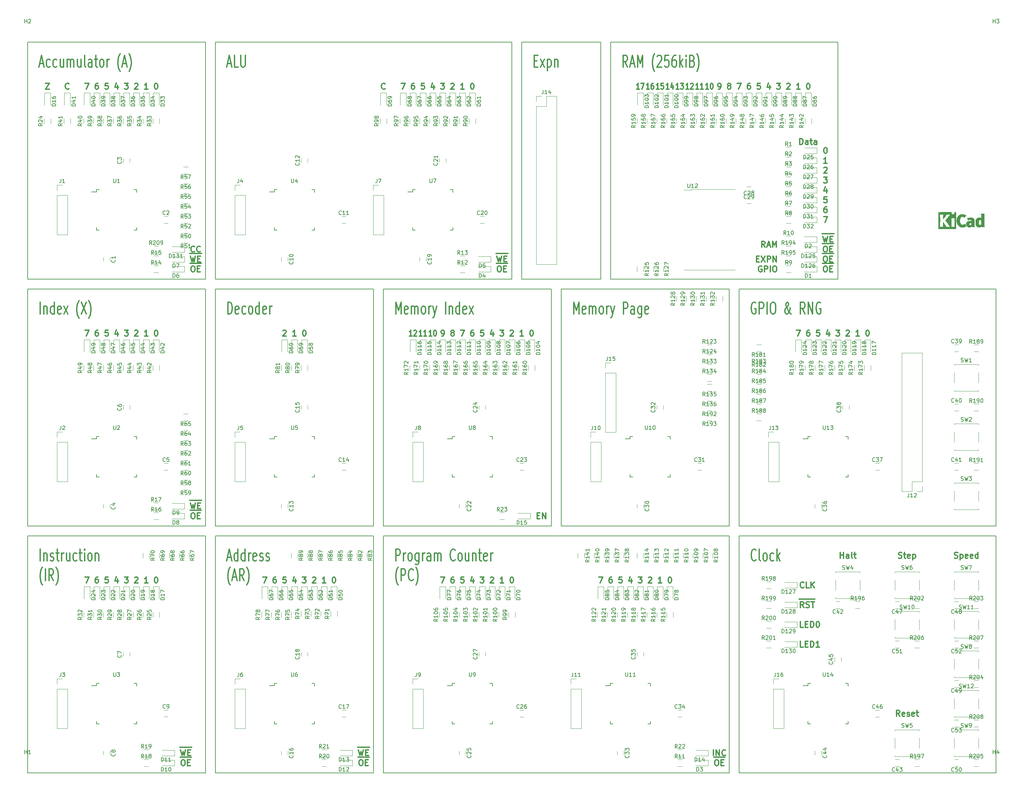
<source format=gbr>
G04 #@! TF.GenerationSoftware,KiCad,Pcbnew,5.0.1*
G04 #@! TF.CreationDate,2018-12-21T00:14:18+11:00*
G04 #@! TF.ProjectId,cpld-cpu,63706C642D6370752E6B696361645F70,rev?*
G04 #@! TF.SameCoordinates,Original*
G04 #@! TF.FileFunction,Legend,Top*
G04 #@! TF.FilePolarity,Positive*
%FSLAX46Y46*%
G04 Gerber Fmt 4.6, Leading zero omitted, Abs format (unit mm)*
G04 Created by KiCad (PCBNEW 5.0.1) date Fri 21 Dec 2018 00:14:18 AEDT*
%MOMM*%
%LPD*%
G01*
G04 APERTURE LIST*
%ADD10C,0.300000*%
%ADD11C,0.200000*%
%ADD12C,0.010000*%
%ADD13C,0.120000*%
%ADD14C,0.150000*%
G04 APERTURE END LIST*
D10*
X172491428Y-27348571D02*
X171805714Y-27348571D01*
X172148571Y-27348571D02*
X172148571Y-25848571D01*
X172034285Y-26062857D01*
X171920000Y-26205714D01*
X171805714Y-26277142D01*
X172891428Y-25848571D02*
X173691428Y-25848571D01*
X173177142Y-27348571D01*
X175031428Y-27348571D02*
X174345714Y-27348571D01*
X174688571Y-27348571D02*
X174688571Y-25848571D01*
X174574285Y-26062857D01*
X174460000Y-26205714D01*
X174345714Y-26277142D01*
X176060000Y-25848571D02*
X175831428Y-25848571D01*
X175717142Y-25920000D01*
X175660000Y-25991428D01*
X175545714Y-26205714D01*
X175488571Y-26491428D01*
X175488571Y-27062857D01*
X175545714Y-27205714D01*
X175602857Y-27277142D01*
X175717142Y-27348571D01*
X175945714Y-27348571D01*
X176060000Y-27277142D01*
X176117142Y-27205714D01*
X176174285Y-27062857D01*
X176174285Y-26705714D01*
X176117142Y-26562857D01*
X176060000Y-26491428D01*
X175945714Y-26420000D01*
X175717142Y-26420000D01*
X175602857Y-26491428D01*
X175545714Y-26562857D01*
X175488571Y-26705714D01*
X177571428Y-27348571D02*
X176885714Y-27348571D01*
X177228571Y-27348571D02*
X177228571Y-25848571D01*
X177114285Y-26062857D01*
X177000000Y-26205714D01*
X176885714Y-26277142D01*
X178657142Y-25848571D02*
X178085714Y-25848571D01*
X178028571Y-26562857D01*
X178085714Y-26491428D01*
X178200000Y-26420000D01*
X178485714Y-26420000D01*
X178600000Y-26491428D01*
X178657142Y-26562857D01*
X178714285Y-26705714D01*
X178714285Y-27062857D01*
X178657142Y-27205714D01*
X178600000Y-27277142D01*
X178485714Y-27348571D01*
X178200000Y-27348571D01*
X178085714Y-27277142D01*
X178028571Y-27205714D01*
X180111428Y-27348571D02*
X179425714Y-27348571D01*
X179768571Y-27348571D02*
X179768571Y-25848571D01*
X179654285Y-26062857D01*
X179540000Y-26205714D01*
X179425714Y-26277142D01*
X181140000Y-26348571D02*
X181140000Y-27348571D01*
X180854285Y-25777142D02*
X180568571Y-26848571D01*
X181311428Y-26848571D01*
X182651428Y-27348571D02*
X181965714Y-27348571D01*
X182308571Y-27348571D02*
X182308571Y-25848571D01*
X182194285Y-26062857D01*
X182080000Y-26205714D01*
X181965714Y-26277142D01*
X183051428Y-25848571D02*
X183794285Y-25848571D01*
X183394285Y-26420000D01*
X183565714Y-26420000D01*
X183680000Y-26491428D01*
X183737142Y-26562857D01*
X183794285Y-26705714D01*
X183794285Y-27062857D01*
X183737142Y-27205714D01*
X183680000Y-27277142D01*
X183565714Y-27348571D01*
X183222857Y-27348571D01*
X183108571Y-27277142D01*
X183051428Y-27205714D01*
X210391428Y-25991428D02*
X210462857Y-25920000D01*
X210605714Y-25848571D01*
X210962857Y-25848571D01*
X211105714Y-25920000D01*
X211177142Y-25991428D01*
X211248571Y-26134285D01*
X211248571Y-26277142D01*
X211177142Y-26491428D01*
X210320000Y-27348571D01*
X211248571Y-27348571D01*
X207780000Y-25848571D02*
X208708571Y-25848571D01*
X208208571Y-26420000D01*
X208422857Y-26420000D01*
X208565714Y-26491428D01*
X208637142Y-26562857D01*
X208708571Y-26705714D01*
X208708571Y-27062857D01*
X208637142Y-27205714D01*
X208565714Y-27277142D01*
X208422857Y-27348571D01*
X207994285Y-27348571D01*
X207851428Y-27277142D01*
X207780000Y-27205714D01*
X213788571Y-27348571D02*
X212931428Y-27348571D01*
X213360000Y-27348571D02*
X213360000Y-25848571D01*
X213217142Y-26062857D01*
X213074285Y-26205714D01*
X212931428Y-26277142D01*
X200945714Y-25848571D02*
X200660000Y-25848571D01*
X200517142Y-25920000D01*
X200445714Y-25991428D01*
X200302857Y-26205714D01*
X200231428Y-26491428D01*
X200231428Y-27062857D01*
X200302857Y-27205714D01*
X200374285Y-27277142D01*
X200517142Y-27348571D01*
X200802857Y-27348571D01*
X200945714Y-27277142D01*
X201017142Y-27205714D01*
X201088571Y-27062857D01*
X201088571Y-26705714D01*
X201017142Y-26562857D01*
X200945714Y-26491428D01*
X200802857Y-26420000D01*
X200517142Y-26420000D01*
X200374285Y-26491428D01*
X200302857Y-26562857D01*
X200231428Y-26705714D01*
X197620000Y-25848571D02*
X198620000Y-25848571D01*
X197977142Y-27348571D01*
X206025714Y-26348571D02*
X206025714Y-27348571D01*
X205668571Y-25777142D02*
X205311428Y-26848571D01*
X206240000Y-26848571D01*
X203557142Y-25848571D02*
X202842857Y-25848571D01*
X202771428Y-26562857D01*
X202842857Y-26491428D01*
X202985714Y-26420000D01*
X203342857Y-26420000D01*
X203485714Y-26491428D01*
X203557142Y-26562857D01*
X203628571Y-26705714D01*
X203628571Y-27062857D01*
X203557142Y-27205714D01*
X203485714Y-27277142D01*
X203342857Y-27348571D01*
X202985714Y-27348571D01*
X202842857Y-27277142D01*
X202771428Y-27205714D01*
X215828571Y-25848571D02*
X215971428Y-25848571D01*
X216114285Y-25920000D01*
X216185714Y-25991428D01*
X216257142Y-26134285D01*
X216328571Y-26420000D01*
X216328571Y-26777142D01*
X216257142Y-27062857D01*
X216185714Y-27205714D01*
X216114285Y-27277142D01*
X215971428Y-27348571D01*
X215828571Y-27348571D01*
X215685714Y-27277142D01*
X215614285Y-27205714D01*
X215542857Y-27062857D01*
X215471428Y-26777142D01*
X215471428Y-26420000D01*
X215542857Y-26134285D01*
X215614285Y-25991428D01*
X215685714Y-25920000D01*
X215828571Y-25848571D01*
X187731428Y-27348571D02*
X187045714Y-27348571D01*
X187388571Y-27348571D02*
X187388571Y-25848571D01*
X187274285Y-26062857D01*
X187160000Y-26205714D01*
X187045714Y-26277142D01*
X188874285Y-27348571D02*
X188188571Y-27348571D01*
X188531428Y-27348571D02*
X188531428Y-25848571D01*
X188417142Y-26062857D01*
X188302857Y-26205714D01*
X188188571Y-26277142D01*
X190271428Y-27348571D02*
X189585714Y-27348571D01*
X189928571Y-27348571D02*
X189928571Y-25848571D01*
X189814285Y-26062857D01*
X189700000Y-26205714D01*
X189585714Y-26277142D01*
X191014285Y-25848571D02*
X191128571Y-25848571D01*
X191242857Y-25920000D01*
X191300000Y-25991428D01*
X191357142Y-26134285D01*
X191414285Y-26420000D01*
X191414285Y-26777142D01*
X191357142Y-27062857D01*
X191300000Y-27205714D01*
X191242857Y-27277142D01*
X191128571Y-27348571D01*
X191014285Y-27348571D01*
X190900000Y-27277142D01*
X190842857Y-27205714D01*
X190785714Y-27062857D01*
X190728571Y-26777142D01*
X190728571Y-26420000D01*
X190785714Y-26134285D01*
X190842857Y-25991428D01*
X190900000Y-25920000D01*
X191014285Y-25848571D01*
X185191428Y-27348571D02*
X184505714Y-27348571D01*
X184848571Y-27348571D02*
X184848571Y-25848571D01*
X184734285Y-26062857D01*
X184620000Y-26205714D01*
X184505714Y-26277142D01*
X185648571Y-25991428D02*
X185705714Y-25920000D01*
X185820000Y-25848571D01*
X186105714Y-25848571D01*
X186220000Y-25920000D01*
X186277142Y-25991428D01*
X186334285Y-26134285D01*
X186334285Y-26277142D01*
X186277142Y-26491428D01*
X185591428Y-27348571D01*
X186334285Y-27348571D01*
X192754285Y-27348571D02*
X193040000Y-27348571D01*
X193182857Y-27277142D01*
X193254285Y-27205714D01*
X193397142Y-26991428D01*
X193468571Y-26705714D01*
X193468571Y-26134285D01*
X193397142Y-25991428D01*
X193325714Y-25920000D01*
X193182857Y-25848571D01*
X192897142Y-25848571D01*
X192754285Y-25920000D01*
X192682857Y-25991428D01*
X192611428Y-26134285D01*
X192611428Y-26491428D01*
X192682857Y-26634285D01*
X192754285Y-26705714D01*
X192897142Y-26777142D01*
X193182857Y-26777142D01*
X193325714Y-26705714D01*
X193397142Y-26634285D01*
X193468571Y-26491428D01*
X195437142Y-26491428D02*
X195294285Y-26420000D01*
X195222857Y-26348571D01*
X195151428Y-26205714D01*
X195151428Y-26134285D01*
X195222857Y-25991428D01*
X195294285Y-25920000D01*
X195437142Y-25848571D01*
X195722857Y-25848571D01*
X195865714Y-25920000D01*
X195937142Y-25991428D01*
X196008571Y-26134285D01*
X196008571Y-26205714D01*
X195937142Y-26348571D01*
X195865714Y-26420000D01*
X195722857Y-26491428D01*
X195437142Y-26491428D01*
X195294285Y-26562857D01*
X195222857Y-26634285D01*
X195151428Y-26777142D01*
X195151428Y-27062857D01*
X195222857Y-27205714D01*
X195294285Y-27277142D01*
X195437142Y-27348571D01*
X195722857Y-27348571D01*
X195865714Y-27277142D01*
X195937142Y-27205714D01*
X196008571Y-27062857D01*
X196008571Y-26777142D01*
X195937142Y-26634285D01*
X195865714Y-26562857D01*
X195722857Y-26491428D01*
X213721428Y-41572571D02*
X213721428Y-40072571D01*
X214078571Y-40072571D01*
X214292857Y-40144000D01*
X214435714Y-40286857D01*
X214507142Y-40429714D01*
X214578571Y-40715428D01*
X214578571Y-40929714D01*
X214507142Y-41215428D01*
X214435714Y-41358285D01*
X214292857Y-41501142D01*
X214078571Y-41572571D01*
X213721428Y-41572571D01*
X215864285Y-41572571D02*
X215864285Y-40786857D01*
X215792857Y-40644000D01*
X215650000Y-40572571D01*
X215364285Y-40572571D01*
X215221428Y-40644000D01*
X215864285Y-41501142D02*
X215721428Y-41572571D01*
X215364285Y-41572571D01*
X215221428Y-41501142D01*
X215150000Y-41358285D01*
X215150000Y-41215428D01*
X215221428Y-41072571D01*
X215364285Y-41001142D01*
X215721428Y-41001142D01*
X215864285Y-40929714D01*
X216364285Y-40572571D02*
X216935714Y-40572571D01*
X216578571Y-40072571D02*
X216578571Y-41358285D01*
X216650000Y-41501142D01*
X216792857Y-41572571D01*
X216935714Y-41572571D01*
X218078571Y-41572571D02*
X218078571Y-40786857D01*
X218007142Y-40644000D01*
X217864285Y-40572571D01*
X217578571Y-40572571D01*
X217435714Y-40644000D01*
X218078571Y-41501142D02*
X217935714Y-41572571D01*
X217578571Y-41572571D01*
X217435714Y-41501142D01*
X217364285Y-41358285D01*
X217364285Y-41215428D01*
X217435714Y-41072571D01*
X217578571Y-41001142D01*
X217935714Y-41001142D01*
X218078571Y-40929714D01*
X219845000Y-60138571D02*
X220845000Y-60138571D01*
X220202142Y-61638571D01*
X220630714Y-53018571D02*
X220630714Y-54018571D01*
X220273571Y-52447142D02*
X219916428Y-53518571D01*
X220845000Y-53518571D01*
X220702142Y-55058571D02*
X219987857Y-55058571D01*
X219916428Y-55772857D01*
X219987857Y-55701428D01*
X220130714Y-55630000D01*
X220487857Y-55630000D01*
X220630714Y-55701428D01*
X220702142Y-55772857D01*
X220773571Y-55915714D01*
X220773571Y-56272857D01*
X220702142Y-56415714D01*
X220630714Y-56487142D01*
X220487857Y-56558571D01*
X220130714Y-56558571D01*
X219987857Y-56487142D01*
X219916428Y-56415714D01*
X219916428Y-47581428D02*
X219987857Y-47510000D01*
X220130714Y-47438571D01*
X220487857Y-47438571D01*
X220630714Y-47510000D01*
X220702142Y-47581428D01*
X220773571Y-47724285D01*
X220773571Y-47867142D01*
X220702142Y-48081428D01*
X219845000Y-48938571D01*
X220773571Y-48938571D01*
X219845000Y-49978571D02*
X220773571Y-49978571D01*
X220273571Y-50550000D01*
X220487857Y-50550000D01*
X220630714Y-50621428D01*
X220702142Y-50692857D01*
X220773571Y-50835714D01*
X220773571Y-51192857D01*
X220702142Y-51335714D01*
X220630714Y-51407142D01*
X220487857Y-51478571D01*
X220059285Y-51478571D01*
X219916428Y-51407142D01*
X219845000Y-51335714D01*
X220630714Y-57598571D02*
X220345000Y-57598571D01*
X220202142Y-57670000D01*
X220130714Y-57741428D01*
X219987857Y-57955714D01*
X219916428Y-58241428D01*
X219916428Y-58812857D01*
X219987857Y-58955714D01*
X220059285Y-59027142D01*
X220202142Y-59098571D01*
X220487857Y-59098571D01*
X220630714Y-59027142D01*
X220702142Y-58955714D01*
X220773571Y-58812857D01*
X220773571Y-58455714D01*
X220702142Y-58312857D01*
X220630714Y-58241428D01*
X220487857Y-58170000D01*
X220202142Y-58170000D01*
X220059285Y-58241428D01*
X219987857Y-58312857D01*
X219916428Y-58455714D01*
X220773571Y-46398571D02*
X219916428Y-46398571D01*
X220345000Y-46398571D02*
X220345000Y-44898571D01*
X220202142Y-45112857D01*
X220059285Y-45255714D01*
X219916428Y-45327142D01*
X220273571Y-42358571D02*
X220416428Y-42358571D01*
X220559285Y-42430000D01*
X220630714Y-42501428D01*
X220702142Y-42644285D01*
X220773571Y-42930000D01*
X220773571Y-43287142D01*
X220702142Y-43572857D01*
X220630714Y-43715714D01*
X220559285Y-43787142D01*
X220416428Y-43858571D01*
X220273571Y-43858571D01*
X220130714Y-43787142D01*
X220059285Y-43715714D01*
X219987857Y-43572857D01*
X219916428Y-43287142D01*
X219916428Y-42930000D01*
X219987857Y-42644285D01*
X220059285Y-42501428D01*
X220130714Y-42430000D01*
X220273571Y-42358571D01*
X203942142Y-72910000D02*
X203799285Y-72838571D01*
X203585000Y-72838571D01*
X203370714Y-72910000D01*
X203227857Y-73052857D01*
X203156428Y-73195714D01*
X203085000Y-73481428D01*
X203085000Y-73695714D01*
X203156428Y-73981428D01*
X203227857Y-74124285D01*
X203370714Y-74267142D01*
X203585000Y-74338571D01*
X203727857Y-74338571D01*
X203942142Y-74267142D01*
X204013571Y-74195714D01*
X204013571Y-73695714D01*
X203727857Y-73695714D01*
X204656428Y-74338571D02*
X204656428Y-72838571D01*
X205227857Y-72838571D01*
X205370714Y-72910000D01*
X205442142Y-72981428D01*
X205513571Y-73124285D01*
X205513571Y-73338571D01*
X205442142Y-73481428D01*
X205370714Y-73552857D01*
X205227857Y-73624285D01*
X204656428Y-73624285D01*
X206156428Y-74338571D02*
X206156428Y-72838571D01*
X207156428Y-72838571D02*
X207442142Y-72838571D01*
X207585000Y-72910000D01*
X207727857Y-73052857D01*
X207799285Y-73338571D01*
X207799285Y-73838571D01*
X207727857Y-74124285D01*
X207585000Y-74267142D01*
X207442142Y-74338571D01*
X207156428Y-74338571D01*
X207013571Y-74267142D01*
X206870714Y-74124285D01*
X206799285Y-73838571D01*
X206799285Y-73338571D01*
X206870714Y-73052857D01*
X207013571Y-72910000D01*
X207156428Y-72838571D01*
X202585000Y-71012857D02*
X203085000Y-71012857D01*
X203299285Y-71798571D02*
X202585000Y-71798571D01*
X202585000Y-70298571D01*
X203299285Y-70298571D01*
X203799285Y-70298571D02*
X204799285Y-71798571D01*
X204799285Y-70298571D02*
X203799285Y-71798571D01*
X205370714Y-71798571D02*
X205370714Y-70298571D01*
X205942142Y-70298571D01*
X206085000Y-70370000D01*
X206156428Y-70441428D01*
X206227857Y-70584285D01*
X206227857Y-70798571D01*
X206156428Y-70941428D01*
X206085000Y-71012857D01*
X205942142Y-71084285D01*
X205370714Y-71084285D01*
X206870714Y-71798571D02*
X206870714Y-70298571D01*
X207727857Y-71798571D01*
X207727857Y-70298571D01*
X204799285Y-67988571D02*
X204299285Y-67274285D01*
X203942142Y-67988571D02*
X203942142Y-66488571D01*
X204513571Y-66488571D01*
X204656428Y-66560000D01*
X204727857Y-66631428D01*
X204799285Y-66774285D01*
X204799285Y-66988571D01*
X204727857Y-67131428D01*
X204656428Y-67202857D01*
X204513571Y-67274285D01*
X203942142Y-67274285D01*
X205370714Y-67560000D02*
X206085000Y-67560000D01*
X205227857Y-67988571D02*
X205727857Y-66488571D01*
X206227857Y-67988571D01*
X206727857Y-67988571D02*
X206727857Y-66488571D01*
X207227857Y-67560000D01*
X207727857Y-66488571D01*
X207727857Y-67988571D01*
X214626428Y-170858571D02*
X213912142Y-170858571D01*
X213912142Y-169358571D01*
X215126428Y-170072857D02*
X215626428Y-170072857D01*
X215840714Y-170858571D02*
X215126428Y-170858571D01*
X215126428Y-169358571D01*
X215840714Y-169358571D01*
X216483571Y-170858571D02*
X216483571Y-169358571D01*
X216840714Y-169358571D01*
X217055000Y-169430000D01*
X217197857Y-169572857D01*
X217269285Y-169715714D01*
X217340714Y-170001428D01*
X217340714Y-170215714D01*
X217269285Y-170501428D01*
X217197857Y-170644285D01*
X217055000Y-170787142D01*
X216840714Y-170858571D01*
X216483571Y-170858571D01*
X218769285Y-170858571D02*
X217912142Y-170858571D01*
X218340714Y-170858571D02*
X218340714Y-169358571D01*
X218197857Y-169572857D01*
X218055000Y-169715714D01*
X217912142Y-169787142D01*
X214626428Y-165778571D02*
X213912142Y-165778571D01*
X213912142Y-164278571D01*
X215126428Y-164992857D02*
X215626428Y-164992857D01*
X215840714Y-165778571D02*
X215126428Y-165778571D01*
X215126428Y-164278571D01*
X215840714Y-164278571D01*
X216483571Y-165778571D02*
X216483571Y-164278571D01*
X216840714Y-164278571D01*
X217055000Y-164350000D01*
X217197857Y-164492857D01*
X217269285Y-164635714D01*
X217340714Y-164921428D01*
X217340714Y-165135714D01*
X217269285Y-165421428D01*
X217197857Y-165564285D01*
X217055000Y-165707142D01*
X216840714Y-165778571D01*
X216483571Y-165778571D01*
X218269285Y-164278571D02*
X218412142Y-164278571D01*
X218555000Y-164350000D01*
X218626428Y-164421428D01*
X218697857Y-164564285D01*
X218769285Y-164850000D01*
X218769285Y-165207142D01*
X218697857Y-165492857D01*
X218626428Y-165635714D01*
X218555000Y-165707142D01*
X218412142Y-165778571D01*
X218269285Y-165778571D01*
X218126428Y-165707142D01*
X218055000Y-165635714D01*
X217983571Y-165492857D01*
X217912142Y-165207142D01*
X217912142Y-164850000D01*
X217983571Y-164564285D01*
X218055000Y-164421428D01*
X218126428Y-164350000D01*
X218269285Y-164278571D01*
X213555000Y-158550000D02*
X215055000Y-158550000D01*
X214769285Y-160698571D02*
X214269285Y-159984285D01*
X213912142Y-160698571D02*
X213912142Y-159198571D01*
X214483571Y-159198571D01*
X214626428Y-159270000D01*
X214697857Y-159341428D01*
X214769285Y-159484285D01*
X214769285Y-159698571D01*
X214697857Y-159841428D01*
X214626428Y-159912857D01*
X214483571Y-159984285D01*
X213912142Y-159984285D01*
X215055000Y-158550000D02*
X216483571Y-158550000D01*
X215340714Y-160627142D02*
X215555000Y-160698571D01*
X215912142Y-160698571D01*
X216055000Y-160627142D01*
X216126428Y-160555714D01*
X216197857Y-160412857D01*
X216197857Y-160270000D01*
X216126428Y-160127142D01*
X216055000Y-160055714D01*
X215912142Y-159984285D01*
X215626428Y-159912857D01*
X215483571Y-159841428D01*
X215412142Y-159770000D01*
X215340714Y-159627142D01*
X215340714Y-159484285D01*
X215412142Y-159341428D01*
X215483571Y-159270000D01*
X215626428Y-159198571D01*
X215983571Y-159198571D01*
X216197857Y-159270000D01*
X216483571Y-158550000D02*
X217626428Y-158550000D01*
X216626428Y-159198571D02*
X217483571Y-159198571D01*
X217055000Y-160698571D02*
X217055000Y-159198571D01*
X214769285Y-155475714D02*
X214697857Y-155547142D01*
X214483571Y-155618571D01*
X214340714Y-155618571D01*
X214126428Y-155547142D01*
X213983571Y-155404285D01*
X213912142Y-155261428D01*
X213840714Y-154975714D01*
X213840714Y-154761428D01*
X213912142Y-154475714D01*
X213983571Y-154332857D01*
X214126428Y-154190000D01*
X214340714Y-154118571D01*
X214483571Y-154118571D01*
X214697857Y-154190000D01*
X214769285Y-154261428D01*
X216126428Y-155618571D02*
X215412142Y-155618571D01*
X215412142Y-154118571D01*
X216626428Y-155618571D02*
X216626428Y-154118571D01*
X217483571Y-155618571D02*
X216840714Y-154761428D01*
X217483571Y-154118571D02*
X216626428Y-154975714D01*
X239442857Y-188638571D02*
X238942857Y-187924285D01*
X238585714Y-188638571D02*
X238585714Y-187138571D01*
X239157142Y-187138571D01*
X239300000Y-187210000D01*
X239371428Y-187281428D01*
X239442857Y-187424285D01*
X239442857Y-187638571D01*
X239371428Y-187781428D01*
X239300000Y-187852857D01*
X239157142Y-187924285D01*
X238585714Y-187924285D01*
X240657142Y-188567142D02*
X240514285Y-188638571D01*
X240228571Y-188638571D01*
X240085714Y-188567142D01*
X240014285Y-188424285D01*
X240014285Y-187852857D01*
X240085714Y-187710000D01*
X240228571Y-187638571D01*
X240514285Y-187638571D01*
X240657142Y-187710000D01*
X240728571Y-187852857D01*
X240728571Y-187995714D01*
X240014285Y-188138571D01*
X241300000Y-188567142D02*
X241442857Y-188638571D01*
X241728571Y-188638571D01*
X241871428Y-188567142D01*
X241942857Y-188424285D01*
X241942857Y-188352857D01*
X241871428Y-188210000D01*
X241728571Y-188138571D01*
X241514285Y-188138571D01*
X241371428Y-188067142D01*
X241300000Y-187924285D01*
X241300000Y-187852857D01*
X241371428Y-187710000D01*
X241514285Y-187638571D01*
X241728571Y-187638571D01*
X241871428Y-187710000D01*
X243157142Y-188567142D02*
X243014285Y-188638571D01*
X242728571Y-188638571D01*
X242585714Y-188567142D01*
X242514285Y-188424285D01*
X242514285Y-187852857D01*
X242585714Y-187710000D01*
X242728571Y-187638571D01*
X243014285Y-187638571D01*
X243157142Y-187710000D01*
X243228571Y-187852857D01*
X243228571Y-187995714D01*
X242514285Y-188138571D01*
X243657142Y-187638571D02*
X244228571Y-187638571D01*
X243871428Y-187138571D02*
X243871428Y-188424285D01*
X243942857Y-188567142D01*
X244085714Y-188638571D01*
X244228571Y-188638571D01*
X253468571Y-147927142D02*
X253682857Y-147998571D01*
X254040000Y-147998571D01*
X254182857Y-147927142D01*
X254254285Y-147855714D01*
X254325714Y-147712857D01*
X254325714Y-147570000D01*
X254254285Y-147427142D01*
X254182857Y-147355714D01*
X254040000Y-147284285D01*
X253754285Y-147212857D01*
X253611428Y-147141428D01*
X253540000Y-147070000D01*
X253468571Y-146927142D01*
X253468571Y-146784285D01*
X253540000Y-146641428D01*
X253611428Y-146570000D01*
X253754285Y-146498571D01*
X254111428Y-146498571D01*
X254325714Y-146570000D01*
X254968571Y-146998571D02*
X254968571Y-148498571D01*
X254968571Y-147070000D02*
X255111428Y-146998571D01*
X255397142Y-146998571D01*
X255540000Y-147070000D01*
X255611428Y-147141428D01*
X255682857Y-147284285D01*
X255682857Y-147712857D01*
X255611428Y-147855714D01*
X255540000Y-147927142D01*
X255397142Y-147998571D01*
X255111428Y-147998571D01*
X254968571Y-147927142D01*
X256897142Y-147927142D02*
X256754285Y-147998571D01*
X256468571Y-147998571D01*
X256325714Y-147927142D01*
X256254285Y-147784285D01*
X256254285Y-147212857D01*
X256325714Y-147070000D01*
X256468571Y-146998571D01*
X256754285Y-146998571D01*
X256897142Y-147070000D01*
X256968571Y-147212857D01*
X256968571Y-147355714D01*
X256254285Y-147498571D01*
X258182857Y-147927142D02*
X258040000Y-147998571D01*
X257754285Y-147998571D01*
X257611428Y-147927142D01*
X257540000Y-147784285D01*
X257540000Y-147212857D01*
X257611428Y-147070000D01*
X257754285Y-146998571D01*
X258040000Y-146998571D01*
X258182857Y-147070000D01*
X258254285Y-147212857D01*
X258254285Y-147355714D01*
X257540000Y-147498571D01*
X259540000Y-147998571D02*
X259540000Y-146498571D01*
X259540000Y-147927142D02*
X259397142Y-147998571D01*
X259111428Y-147998571D01*
X258968571Y-147927142D01*
X258897142Y-147855714D01*
X258825714Y-147712857D01*
X258825714Y-147284285D01*
X258897142Y-147141428D01*
X258968571Y-147070000D01*
X259111428Y-146998571D01*
X259397142Y-146998571D01*
X259540000Y-147070000D01*
X239121428Y-147927142D02*
X239335714Y-147998571D01*
X239692857Y-147998571D01*
X239835714Y-147927142D01*
X239907142Y-147855714D01*
X239978571Y-147712857D01*
X239978571Y-147570000D01*
X239907142Y-147427142D01*
X239835714Y-147355714D01*
X239692857Y-147284285D01*
X239407142Y-147212857D01*
X239264285Y-147141428D01*
X239192857Y-147070000D01*
X239121428Y-146927142D01*
X239121428Y-146784285D01*
X239192857Y-146641428D01*
X239264285Y-146570000D01*
X239407142Y-146498571D01*
X239764285Y-146498571D01*
X239978571Y-146570000D01*
X240407142Y-146998571D02*
X240978571Y-146998571D01*
X240621428Y-146498571D02*
X240621428Y-147784285D01*
X240692857Y-147927142D01*
X240835714Y-147998571D01*
X240978571Y-147998571D01*
X242050000Y-147927142D02*
X241907142Y-147998571D01*
X241621428Y-147998571D01*
X241478571Y-147927142D01*
X241407142Y-147784285D01*
X241407142Y-147212857D01*
X241478571Y-147070000D01*
X241621428Y-146998571D01*
X241907142Y-146998571D01*
X242050000Y-147070000D01*
X242121428Y-147212857D01*
X242121428Y-147355714D01*
X241407142Y-147498571D01*
X242764285Y-146998571D02*
X242764285Y-148498571D01*
X242764285Y-147070000D02*
X242907142Y-146998571D01*
X243192857Y-146998571D01*
X243335714Y-147070000D01*
X243407142Y-147141428D01*
X243478571Y-147284285D01*
X243478571Y-147712857D01*
X243407142Y-147855714D01*
X243335714Y-147927142D01*
X243192857Y-147998571D01*
X242907142Y-147998571D01*
X242764285Y-147927142D01*
X224131428Y-147998571D02*
X224131428Y-146498571D01*
X224131428Y-147212857D02*
X224988571Y-147212857D01*
X224988571Y-147998571D02*
X224988571Y-146498571D01*
X226345714Y-147998571D02*
X226345714Y-147212857D01*
X226274285Y-147070000D01*
X226131428Y-146998571D01*
X225845714Y-146998571D01*
X225702857Y-147070000D01*
X226345714Y-147927142D02*
X226202857Y-147998571D01*
X225845714Y-147998571D01*
X225702857Y-147927142D01*
X225631428Y-147784285D01*
X225631428Y-147641428D01*
X225702857Y-147498571D01*
X225845714Y-147427142D01*
X226202857Y-147427142D01*
X226345714Y-147355714D01*
X227274285Y-147998571D02*
X227131428Y-147927142D01*
X227060000Y-147784285D01*
X227060000Y-146498571D01*
X227631428Y-146998571D02*
X228202857Y-146998571D01*
X227845714Y-146498571D02*
X227845714Y-147784285D01*
X227917142Y-147927142D01*
X228060000Y-147998571D01*
X228202857Y-147998571D01*
D11*
X198120000Y-142240000D02*
X198120000Y-203200000D01*
X264160000Y-142240000D02*
X198120000Y-142240000D01*
X198120000Y-203200000D02*
X264160000Y-203200000D01*
X264160000Y-203200000D02*
X264160000Y-142240000D01*
D10*
X202474047Y-148391428D02*
X202378809Y-148534285D01*
X202093095Y-148677142D01*
X201902619Y-148677142D01*
X201616904Y-148534285D01*
X201426428Y-148248571D01*
X201331190Y-147962857D01*
X201235952Y-147391428D01*
X201235952Y-146962857D01*
X201331190Y-146391428D01*
X201426428Y-146105714D01*
X201616904Y-145820000D01*
X201902619Y-145677142D01*
X202093095Y-145677142D01*
X202378809Y-145820000D01*
X202474047Y-145962857D01*
X203616904Y-148677142D02*
X203426428Y-148534285D01*
X203331190Y-148248571D01*
X203331190Y-145677142D01*
X204664523Y-148677142D02*
X204474047Y-148534285D01*
X204378809Y-148391428D01*
X204283571Y-148105714D01*
X204283571Y-147248571D01*
X204378809Y-146962857D01*
X204474047Y-146820000D01*
X204664523Y-146677142D01*
X204950238Y-146677142D01*
X205140714Y-146820000D01*
X205235952Y-146962857D01*
X205331190Y-147248571D01*
X205331190Y-148105714D01*
X205235952Y-148391428D01*
X205140714Y-148534285D01*
X204950238Y-148677142D01*
X204664523Y-148677142D01*
X207045476Y-148534285D02*
X206855000Y-148677142D01*
X206474047Y-148677142D01*
X206283571Y-148534285D01*
X206188333Y-148391428D01*
X206093095Y-148105714D01*
X206093095Y-147248571D01*
X206188333Y-146962857D01*
X206283571Y-146820000D01*
X206474047Y-146677142D01*
X206855000Y-146677142D01*
X207045476Y-146820000D01*
X207902619Y-148677142D02*
X207902619Y-145677142D01*
X208093095Y-147534285D02*
X208664523Y-148677142D01*
X208664523Y-146677142D02*
X207902619Y-147820000D01*
X19022619Y-154900000D02*
X18927380Y-154757142D01*
X18736904Y-154328571D01*
X18641666Y-154042857D01*
X18546428Y-153614285D01*
X18451190Y-152900000D01*
X18451190Y-152328571D01*
X18546428Y-151614285D01*
X18641666Y-151185714D01*
X18736904Y-150900000D01*
X18927380Y-150471428D01*
X19022619Y-150328571D01*
X19784523Y-153757142D02*
X19784523Y-150757142D01*
X21879761Y-153757142D02*
X21213095Y-152328571D01*
X20736904Y-153757142D02*
X20736904Y-150757142D01*
X21498809Y-150757142D01*
X21689285Y-150900000D01*
X21784523Y-151042857D01*
X21879761Y-151328571D01*
X21879761Y-151757142D01*
X21784523Y-152042857D01*
X21689285Y-152185714D01*
X21498809Y-152328571D01*
X20736904Y-152328571D01*
X22546428Y-154900000D02*
X22641666Y-154757142D01*
X22832142Y-154328571D01*
X22927380Y-154042857D01*
X23022619Y-153614285D01*
X23117857Y-152900000D01*
X23117857Y-152328571D01*
X23022619Y-151614285D01*
X22927380Y-151185714D01*
X22832142Y-150900000D01*
X22641666Y-150471428D01*
X22546428Y-150328571D01*
X110462619Y-154900000D02*
X110367380Y-154757142D01*
X110176904Y-154328571D01*
X110081666Y-154042857D01*
X109986428Y-153614285D01*
X109891190Y-152900000D01*
X109891190Y-152328571D01*
X109986428Y-151614285D01*
X110081666Y-151185714D01*
X110176904Y-150900000D01*
X110367380Y-150471428D01*
X110462619Y-150328571D01*
X111224523Y-153757142D02*
X111224523Y-150757142D01*
X111986428Y-150757142D01*
X112176904Y-150900000D01*
X112272142Y-151042857D01*
X112367380Y-151328571D01*
X112367380Y-151757142D01*
X112272142Y-152042857D01*
X112176904Y-152185714D01*
X111986428Y-152328571D01*
X111224523Y-152328571D01*
X114367380Y-153471428D02*
X114272142Y-153614285D01*
X113986428Y-153757142D01*
X113795952Y-153757142D01*
X113510238Y-153614285D01*
X113319761Y-153328571D01*
X113224523Y-153042857D01*
X113129285Y-152471428D01*
X113129285Y-152042857D01*
X113224523Y-151471428D01*
X113319761Y-151185714D01*
X113510238Y-150900000D01*
X113795952Y-150757142D01*
X113986428Y-150757142D01*
X114272142Y-150900000D01*
X114367380Y-151042857D01*
X115034047Y-154900000D02*
X115129285Y-154757142D01*
X115319761Y-154328571D01*
X115415000Y-154042857D01*
X115510238Y-153614285D01*
X115605476Y-152900000D01*
X115605476Y-152328571D01*
X115510238Y-151614285D01*
X115415000Y-151185714D01*
X115319761Y-150900000D01*
X115129285Y-150471428D01*
X115034047Y-150328571D01*
X67282619Y-154900000D02*
X67187380Y-154757142D01*
X66996904Y-154328571D01*
X66901666Y-154042857D01*
X66806428Y-153614285D01*
X66711190Y-152900000D01*
X66711190Y-152328571D01*
X66806428Y-151614285D01*
X66901666Y-151185714D01*
X66996904Y-150900000D01*
X67187380Y-150471428D01*
X67282619Y-150328571D01*
X67949285Y-152900000D02*
X68901666Y-152900000D01*
X67758809Y-153757142D02*
X68425476Y-150757142D01*
X69092142Y-153757142D01*
X70901666Y-153757142D02*
X70235000Y-152328571D01*
X69758809Y-153757142D02*
X69758809Y-150757142D01*
X70520714Y-150757142D01*
X70711190Y-150900000D01*
X70806428Y-151042857D01*
X70901666Y-151328571D01*
X70901666Y-151757142D01*
X70806428Y-152042857D01*
X70711190Y-152185714D01*
X70520714Y-152328571D01*
X69758809Y-152328571D01*
X71568333Y-154900000D02*
X71663571Y-154757142D01*
X71854047Y-154328571D01*
X71949285Y-154042857D01*
X72044523Y-153614285D01*
X72139761Y-152900000D01*
X72139761Y-152328571D01*
X72044523Y-151614285D01*
X71949285Y-151185714D01*
X71854047Y-150900000D01*
X71663571Y-150471428D01*
X71568333Y-150328571D01*
X66615952Y-147820000D02*
X67568333Y-147820000D01*
X66425476Y-148677142D02*
X67092142Y-145677142D01*
X67758809Y-148677142D01*
X69282619Y-148677142D02*
X69282619Y-145677142D01*
X69282619Y-148534285D02*
X69092142Y-148677142D01*
X68711190Y-148677142D01*
X68520714Y-148534285D01*
X68425476Y-148391428D01*
X68330238Y-148105714D01*
X68330238Y-147248571D01*
X68425476Y-146962857D01*
X68520714Y-146820000D01*
X68711190Y-146677142D01*
X69092142Y-146677142D01*
X69282619Y-146820000D01*
X71092142Y-148677142D02*
X71092142Y-145677142D01*
X71092142Y-148534285D02*
X70901666Y-148677142D01*
X70520714Y-148677142D01*
X70330238Y-148534285D01*
X70235000Y-148391428D01*
X70139761Y-148105714D01*
X70139761Y-147248571D01*
X70235000Y-146962857D01*
X70330238Y-146820000D01*
X70520714Y-146677142D01*
X70901666Y-146677142D01*
X71092142Y-146820000D01*
X72044523Y-148677142D02*
X72044523Y-146677142D01*
X72044523Y-147248571D02*
X72139761Y-146962857D01*
X72235000Y-146820000D01*
X72425476Y-146677142D01*
X72615952Y-146677142D01*
X74044523Y-148534285D02*
X73854047Y-148677142D01*
X73473095Y-148677142D01*
X73282619Y-148534285D01*
X73187380Y-148248571D01*
X73187380Y-147105714D01*
X73282619Y-146820000D01*
X73473095Y-146677142D01*
X73854047Y-146677142D01*
X74044523Y-146820000D01*
X74139761Y-147105714D01*
X74139761Y-147391428D01*
X73187380Y-147677142D01*
X74901666Y-148534285D02*
X75092142Y-148677142D01*
X75473095Y-148677142D01*
X75663571Y-148534285D01*
X75758809Y-148248571D01*
X75758809Y-148105714D01*
X75663571Y-147820000D01*
X75473095Y-147677142D01*
X75187380Y-147677142D01*
X74996904Y-147534285D01*
X74901666Y-147248571D01*
X74901666Y-147105714D01*
X74996904Y-146820000D01*
X75187380Y-146677142D01*
X75473095Y-146677142D01*
X75663571Y-146820000D01*
X76520714Y-148534285D02*
X76711190Y-148677142D01*
X77092142Y-148677142D01*
X77282619Y-148534285D01*
X77377857Y-148248571D01*
X77377857Y-148105714D01*
X77282619Y-147820000D01*
X77092142Y-147677142D01*
X76806428Y-147677142D01*
X76615952Y-147534285D01*
X76520714Y-147248571D01*
X76520714Y-147105714D01*
X76615952Y-146820000D01*
X76806428Y-146677142D01*
X77092142Y-146677142D01*
X77282619Y-146820000D01*
D11*
X182626000Y-78740000D02*
X182118000Y-78740000D01*
X182118000Y-78740000D02*
X176784000Y-78740000D01*
X176784000Y-78740000D02*
X176276000Y-78740000D01*
X176276000Y-78740000D02*
X175768000Y-78740000D01*
X175768000Y-78740000D02*
X175260000Y-78740000D01*
X175260000Y-78740000D02*
X174752000Y-78740000D01*
X174752000Y-78740000D02*
X152400000Y-78740000D01*
D10*
X221265714Y-89848571D02*
X221265714Y-90848571D01*
X220908571Y-89277142D02*
X220551428Y-90348571D01*
X221480000Y-90348571D01*
X212860000Y-89348571D02*
X213860000Y-89348571D01*
X213217142Y-90848571D01*
X216185714Y-89348571D02*
X215900000Y-89348571D01*
X215757142Y-89420000D01*
X215685714Y-89491428D01*
X215542857Y-89705714D01*
X215471428Y-89991428D01*
X215471428Y-90562857D01*
X215542857Y-90705714D01*
X215614285Y-90777142D01*
X215757142Y-90848571D01*
X216042857Y-90848571D01*
X216185714Y-90777142D01*
X216257142Y-90705714D01*
X216328571Y-90562857D01*
X216328571Y-90205714D01*
X216257142Y-90062857D01*
X216185714Y-89991428D01*
X216042857Y-89920000D01*
X215757142Y-89920000D01*
X215614285Y-89991428D01*
X215542857Y-90062857D01*
X215471428Y-90205714D01*
X229028571Y-90848571D02*
X228171428Y-90848571D01*
X228600000Y-90848571D02*
X228600000Y-89348571D01*
X228457142Y-89562857D01*
X228314285Y-89705714D01*
X228171428Y-89777142D01*
X223020000Y-89348571D02*
X223948571Y-89348571D01*
X223448571Y-89920000D01*
X223662857Y-89920000D01*
X223805714Y-89991428D01*
X223877142Y-90062857D01*
X223948571Y-90205714D01*
X223948571Y-90562857D01*
X223877142Y-90705714D01*
X223805714Y-90777142D01*
X223662857Y-90848571D01*
X223234285Y-90848571D01*
X223091428Y-90777142D01*
X223020000Y-90705714D01*
X231068571Y-89348571D02*
X231211428Y-89348571D01*
X231354285Y-89420000D01*
X231425714Y-89491428D01*
X231497142Y-89634285D01*
X231568571Y-89920000D01*
X231568571Y-90277142D01*
X231497142Y-90562857D01*
X231425714Y-90705714D01*
X231354285Y-90777142D01*
X231211428Y-90848571D01*
X231068571Y-90848571D01*
X230925714Y-90777142D01*
X230854285Y-90705714D01*
X230782857Y-90562857D01*
X230711428Y-90277142D01*
X230711428Y-89920000D01*
X230782857Y-89634285D01*
X230854285Y-89491428D01*
X230925714Y-89420000D01*
X231068571Y-89348571D01*
X225631428Y-89491428D02*
X225702857Y-89420000D01*
X225845714Y-89348571D01*
X226202857Y-89348571D01*
X226345714Y-89420000D01*
X226417142Y-89491428D01*
X226488571Y-89634285D01*
X226488571Y-89777142D01*
X226417142Y-89991428D01*
X225560000Y-90848571D01*
X226488571Y-90848571D01*
X218797142Y-89348571D02*
X218082857Y-89348571D01*
X218011428Y-90062857D01*
X218082857Y-89991428D01*
X218225714Y-89920000D01*
X218582857Y-89920000D01*
X218725714Y-89991428D01*
X218797142Y-90062857D01*
X218868571Y-90205714D01*
X218868571Y-90562857D01*
X218797142Y-90705714D01*
X218725714Y-90777142D01*
X218582857Y-90848571D01*
X218225714Y-90848571D01*
X218082857Y-90777142D01*
X218011428Y-90705714D01*
D11*
X162560000Y-15240000D02*
X142240000Y-15240000D01*
X162560000Y-76200000D02*
X162560000Y-15240000D01*
X142240000Y-76200000D02*
X162560000Y-76200000D01*
X142240000Y-15240000D02*
X142240000Y-76200000D01*
D10*
X145451190Y-20105714D02*
X146117857Y-20105714D01*
X146403571Y-21677142D02*
X145451190Y-21677142D01*
X145451190Y-18677142D01*
X146403571Y-18677142D01*
X147070238Y-21677142D02*
X148117857Y-19677142D01*
X147070238Y-19677142D02*
X148117857Y-21677142D01*
X148879761Y-19677142D02*
X148879761Y-22677142D01*
X148879761Y-19820000D02*
X149070238Y-19677142D01*
X149451190Y-19677142D01*
X149641666Y-19820000D01*
X149736904Y-19962857D01*
X149832142Y-20248571D01*
X149832142Y-21105714D01*
X149736904Y-21391428D01*
X149641666Y-21534285D01*
X149451190Y-21677142D01*
X149070238Y-21677142D01*
X148879761Y-21534285D01*
X150689285Y-19677142D02*
X150689285Y-21677142D01*
X150689285Y-19962857D02*
X150784523Y-19820000D01*
X150975000Y-19677142D01*
X151260714Y-19677142D01*
X151451190Y-19820000D01*
X151546428Y-20105714D01*
X151546428Y-21677142D01*
X129468571Y-25848571D02*
X129611428Y-25848571D01*
X129754285Y-25920000D01*
X129825714Y-25991428D01*
X129897142Y-26134285D01*
X129968571Y-26420000D01*
X129968571Y-26777142D01*
X129897142Y-27062857D01*
X129825714Y-27205714D01*
X129754285Y-27277142D01*
X129611428Y-27348571D01*
X129468571Y-27348571D01*
X129325714Y-27277142D01*
X129254285Y-27205714D01*
X129182857Y-27062857D01*
X129111428Y-26777142D01*
X129111428Y-26420000D01*
X129182857Y-26134285D01*
X129254285Y-25991428D01*
X129325714Y-25920000D01*
X129468571Y-25848571D01*
X127428571Y-27348571D02*
X126571428Y-27348571D01*
X127000000Y-27348571D02*
X127000000Y-25848571D01*
X126857142Y-26062857D01*
X126714285Y-26205714D01*
X126571428Y-26277142D01*
X114585714Y-25848571D02*
X114300000Y-25848571D01*
X114157142Y-25920000D01*
X114085714Y-25991428D01*
X113942857Y-26205714D01*
X113871428Y-26491428D01*
X113871428Y-27062857D01*
X113942857Y-27205714D01*
X114014285Y-27277142D01*
X114157142Y-27348571D01*
X114442857Y-27348571D01*
X114585714Y-27277142D01*
X114657142Y-27205714D01*
X114728571Y-27062857D01*
X114728571Y-26705714D01*
X114657142Y-26562857D01*
X114585714Y-26491428D01*
X114442857Y-26420000D01*
X114157142Y-26420000D01*
X114014285Y-26491428D01*
X113942857Y-26562857D01*
X113871428Y-26705714D01*
X121420000Y-25848571D02*
X122348571Y-25848571D01*
X121848571Y-26420000D01*
X122062857Y-26420000D01*
X122205714Y-26491428D01*
X122277142Y-26562857D01*
X122348571Y-26705714D01*
X122348571Y-27062857D01*
X122277142Y-27205714D01*
X122205714Y-27277142D01*
X122062857Y-27348571D01*
X121634285Y-27348571D01*
X121491428Y-27277142D01*
X121420000Y-27205714D01*
X124031428Y-25991428D02*
X124102857Y-25920000D01*
X124245714Y-25848571D01*
X124602857Y-25848571D01*
X124745714Y-25920000D01*
X124817142Y-25991428D01*
X124888571Y-26134285D01*
X124888571Y-26277142D01*
X124817142Y-26491428D01*
X123960000Y-27348571D01*
X124888571Y-27348571D01*
X117197142Y-25848571D02*
X116482857Y-25848571D01*
X116411428Y-26562857D01*
X116482857Y-26491428D01*
X116625714Y-26420000D01*
X116982857Y-26420000D01*
X117125714Y-26491428D01*
X117197142Y-26562857D01*
X117268571Y-26705714D01*
X117268571Y-27062857D01*
X117197142Y-27205714D01*
X117125714Y-27277142D01*
X116982857Y-27348571D01*
X116625714Y-27348571D01*
X116482857Y-27277142D01*
X116411428Y-27205714D01*
X119665714Y-26348571D02*
X119665714Y-27348571D01*
X119308571Y-25777142D02*
X118951428Y-26848571D01*
X119880000Y-26848571D01*
X111260000Y-25848571D02*
X112260000Y-25848571D01*
X111617142Y-27348571D01*
X107144285Y-27205714D02*
X107072857Y-27277142D01*
X106858571Y-27348571D01*
X106715714Y-27348571D01*
X106501428Y-27277142D01*
X106358571Y-27134285D01*
X106287142Y-26991428D01*
X106215714Y-26705714D01*
X106215714Y-26491428D01*
X106287142Y-26205714D01*
X106358571Y-26062857D01*
X106501428Y-25920000D01*
X106715714Y-25848571D01*
X106858571Y-25848571D01*
X107072857Y-25920000D01*
X107144285Y-25991428D01*
X124317142Y-89991428D02*
X124174285Y-89920000D01*
X124102857Y-89848571D01*
X124031428Y-89705714D01*
X124031428Y-89634285D01*
X124102857Y-89491428D01*
X124174285Y-89420000D01*
X124317142Y-89348571D01*
X124602857Y-89348571D01*
X124745714Y-89420000D01*
X124817142Y-89491428D01*
X124888571Y-89634285D01*
X124888571Y-89705714D01*
X124817142Y-89848571D01*
X124745714Y-89920000D01*
X124602857Y-89991428D01*
X124317142Y-89991428D01*
X124174285Y-90062857D01*
X124102857Y-90134285D01*
X124031428Y-90277142D01*
X124031428Y-90562857D01*
X124102857Y-90705714D01*
X124174285Y-90777142D01*
X124317142Y-90848571D01*
X124602857Y-90848571D01*
X124745714Y-90777142D01*
X124817142Y-90705714D01*
X124888571Y-90562857D01*
X124888571Y-90277142D01*
X124817142Y-90134285D01*
X124745714Y-90062857D01*
X124602857Y-89991428D01*
X121634285Y-90848571D02*
X121920000Y-90848571D01*
X122062857Y-90777142D01*
X122134285Y-90705714D01*
X122277142Y-90491428D01*
X122348571Y-90205714D01*
X122348571Y-89634285D01*
X122277142Y-89491428D01*
X122205714Y-89420000D01*
X122062857Y-89348571D01*
X121777142Y-89348571D01*
X121634285Y-89420000D01*
X121562857Y-89491428D01*
X121491428Y-89634285D01*
X121491428Y-89991428D01*
X121562857Y-90134285D01*
X121634285Y-90205714D01*
X121777142Y-90277142D01*
X122062857Y-90277142D01*
X122205714Y-90205714D01*
X122277142Y-90134285D01*
X122348571Y-89991428D01*
X114071428Y-90848571D02*
X113385714Y-90848571D01*
X113728571Y-90848571D02*
X113728571Y-89348571D01*
X113614285Y-89562857D01*
X113500000Y-89705714D01*
X113385714Y-89777142D01*
X114528571Y-89491428D02*
X114585714Y-89420000D01*
X114700000Y-89348571D01*
X114985714Y-89348571D01*
X115100000Y-89420000D01*
X115157142Y-89491428D01*
X115214285Y-89634285D01*
X115214285Y-89777142D01*
X115157142Y-89991428D01*
X114471428Y-90848571D01*
X115214285Y-90848571D01*
X119151428Y-90848571D02*
X118465714Y-90848571D01*
X118808571Y-90848571D02*
X118808571Y-89348571D01*
X118694285Y-89562857D01*
X118580000Y-89705714D01*
X118465714Y-89777142D01*
X119894285Y-89348571D02*
X120008571Y-89348571D01*
X120122857Y-89420000D01*
X120180000Y-89491428D01*
X120237142Y-89634285D01*
X120294285Y-89920000D01*
X120294285Y-90277142D01*
X120237142Y-90562857D01*
X120180000Y-90705714D01*
X120122857Y-90777142D01*
X120008571Y-90848571D01*
X119894285Y-90848571D01*
X119780000Y-90777142D01*
X119722857Y-90705714D01*
X119665714Y-90562857D01*
X119608571Y-90277142D01*
X119608571Y-89920000D01*
X119665714Y-89634285D01*
X119722857Y-89491428D01*
X119780000Y-89420000D01*
X119894285Y-89348571D01*
X116611428Y-90848571D02*
X115925714Y-90848571D01*
X116268571Y-90848571D02*
X116268571Y-89348571D01*
X116154285Y-89562857D01*
X116040000Y-89705714D01*
X115925714Y-89777142D01*
X117754285Y-90848571D02*
X117068571Y-90848571D01*
X117411428Y-90848571D02*
X117411428Y-89348571D01*
X117297142Y-89562857D01*
X117182857Y-89705714D01*
X117068571Y-89777142D01*
X144708571Y-89348571D02*
X144851428Y-89348571D01*
X144994285Y-89420000D01*
X145065714Y-89491428D01*
X145137142Y-89634285D01*
X145208571Y-89920000D01*
X145208571Y-90277142D01*
X145137142Y-90562857D01*
X145065714Y-90705714D01*
X144994285Y-90777142D01*
X144851428Y-90848571D01*
X144708571Y-90848571D01*
X144565714Y-90777142D01*
X144494285Y-90705714D01*
X144422857Y-90562857D01*
X144351428Y-90277142D01*
X144351428Y-89920000D01*
X144422857Y-89634285D01*
X144494285Y-89491428D01*
X144565714Y-89420000D01*
X144708571Y-89348571D01*
X132437142Y-89348571D02*
X131722857Y-89348571D01*
X131651428Y-90062857D01*
X131722857Y-89991428D01*
X131865714Y-89920000D01*
X132222857Y-89920000D01*
X132365714Y-89991428D01*
X132437142Y-90062857D01*
X132508571Y-90205714D01*
X132508571Y-90562857D01*
X132437142Y-90705714D01*
X132365714Y-90777142D01*
X132222857Y-90848571D01*
X131865714Y-90848571D01*
X131722857Y-90777142D01*
X131651428Y-90705714D01*
X134905714Y-89848571D02*
X134905714Y-90848571D01*
X134548571Y-89277142D02*
X134191428Y-90348571D01*
X135120000Y-90348571D01*
X126500000Y-89348571D02*
X127500000Y-89348571D01*
X126857142Y-90848571D01*
X129825714Y-89348571D02*
X129540000Y-89348571D01*
X129397142Y-89420000D01*
X129325714Y-89491428D01*
X129182857Y-89705714D01*
X129111428Y-89991428D01*
X129111428Y-90562857D01*
X129182857Y-90705714D01*
X129254285Y-90777142D01*
X129397142Y-90848571D01*
X129682857Y-90848571D01*
X129825714Y-90777142D01*
X129897142Y-90705714D01*
X129968571Y-90562857D01*
X129968571Y-90205714D01*
X129897142Y-90062857D01*
X129825714Y-89991428D01*
X129682857Y-89920000D01*
X129397142Y-89920000D01*
X129254285Y-89991428D01*
X129182857Y-90062857D01*
X129111428Y-90205714D01*
X142668571Y-90848571D02*
X141811428Y-90848571D01*
X142240000Y-90848571D02*
X142240000Y-89348571D01*
X142097142Y-89562857D01*
X141954285Y-89705714D01*
X141811428Y-89777142D01*
X136660000Y-89348571D02*
X137588571Y-89348571D01*
X137088571Y-89920000D01*
X137302857Y-89920000D01*
X137445714Y-89991428D01*
X137517142Y-90062857D01*
X137588571Y-90205714D01*
X137588571Y-90562857D01*
X137517142Y-90705714D01*
X137445714Y-90777142D01*
X137302857Y-90848571D01*
X136874285Y-90848571D01*
X136731428Y-90777142D01*
X136660000Y-90705714D01*
X139271428Y-89491428D02*
X139342857Y-89420000D01*
X139485714Y-89348571D01*
X139842857Y-89348571D01*
X139985714Y-89420000D01*
X140057142Y-89491428D01*
X140128571Y-89634285D01*
X140128571Y-89777142D01*
X140057142Y-89991428D01*
X139200000Y-90848571D01*
X140128571Y-90848571D01*
X219444285Y-64555000D02*
X221158571Y-64555000D01*
X219658571Y-65203571D02*
X220015714Y-66703571D01*
X220301428Y-65632142D01*
X220587142Y-66703571D01*
X220944285Y-65203571D01*
X221158571Y-64555000D02*
X222515714Y-64555000D01*
X221515714Y-65917857D02*
X222015714Y-65917857D01*
X222230000Y-66703571D02*
X221515714Y-66703571D01*
X221515714Y-65203571D01*
X222230000Y-65203571D01*
X219515714Y-67105000D02*
X221087142Y-67105000D01*
X220158571Y-67753571D02*
X220444285Y-67753571D01*
X220587142Y-67825000D01*
X220730000Y-67967857D01*
X220801428Y-68253571D01*
X220801428Y-68753571D01*
X220730000Y-69039285D01*
X220587142Y-69182142D01*
X220444285Y-69253571D01*
X220158571Y-69253571D01*
X220015714Y-69182142D01*
X219872857Y-69039285D01*
X219801428Y-68753571D01*
X219801428Y-68253571D01*
X219872857Y-67967857D01*
X220015714Y-67825000D01*
X220158571Y-67753571D01*
X221087142Y-67105000D02*
X222444285Y-67105000D01*
X221444285Y-68467857D02*
X221944285Y-68467857D01*
X222158571Y-69253571D02*
X221444285Y-69253571D01*
X221444285Y-67753571D01*
X222158571Y-67753571D01*
X219515714Y-69655000D02*
X221087142Y-69655000D01*
X220158571Y-70303571D02*
X220444285Y-70303571D01*
X220587142Y-70375000D01*
X220730000Y-70517857D01*
X220801428Y-70803571D01*
X220801428Y-71303571D01*
X220730000Y-71589285D01*
X220587142Y-71732142D01*
X220444285Y-71803571D01*
X220158571Y-71803571D01*
X220015714Y-71732142D01*
X219872857Y-71589285D01*
X219801428Y-71303571D01*
X219801428Y-70803571D01*
X219872857Y-70517857D01*
X220015714Y-70375000D01*
X220158571Y-70303571D01*
X221087142Y-69655000D02*
X222444285Y-69655000D01*
X221444285Y-71017857D02*
X221944285Y-71017857D01*
X222158571Y-71803571D02*
X221444285Y-71803571D01*
X221444285Y-70303571D01*
X222158571Y-70303571D01*
X219515714Y-72205000D02*
X221087142Y-72205000D01*
X220158571Y-72853571D02*
X220444285Y-72853571D01*
X220587142Y-72925000D01*
X220730000Y-73067857D01*
X220801428Y-73353571D01*
X220801428Y-73853571D01*
X220730000Y-74139285D01*
X220587142Y-74282142D01*
X220444285Y-74353571D01*
X220158571Y-74353571D01*
X220015714Y-74282142D01*
X219872857Y-74139285D01*
X219801428Y-73853571D01*
X219801428Y-73353571D01*
X219872857Y-73067857D01*
X220015714Y-72925000D01*
X220158571Y-72853571D01*
X221087142Y-72205000D02*
X222444285Y-72205000D01*
X221444285Y-73567857D02*
X221944285Y-73567857D01*
X222158571Y-74353571D02*
X221444285Y-74353571D01*
X221444285Y-72853571D01*
X222158571Y-72853571D01*
X135624285Y-69645000D02*
X137338571Y-69645000D01*
X135838571Y-70293571D02*
X136195714Y-71793571D01*
X136481428Y-70722142D01*
X136767142Y-71793571D01*
X137124285Y-70293571D01*
X137338571Y-69645000D02*
X138695714Y-69645000D01*
X137695714Y-71007857D02*
X138195714Y-71007857D01*
X138410000Y-71793571D02*
X137695714Y-71793571D01*
X137695714Y-70293571D01*
X138410000Y-70293571D01*
X135695714Y-72195000D02*
X137267142Y-72195000D01*
X136338571Y-72843571D02*
X136624285Y-72843571D01*
X136767142Y-72915000D01*
X136910000Y-73057857D01*
X136981428Y-73343571D01*
X136981428Y-73843571D01*
X136910000Y-74129285D01*
X136767142Y-74272142D01*
X136624285Y-74343571D01*
X136338571Y-74343571D01*
X136195714Y-74272142D01*
X136052857Y-74129285D01*
X135981428Y-73843571D01*
X135981428Y-73343571D01*
X136052857Y-73057857D01*
X136195714Y-72915000D01*
X136338571Y-72843571D01*
X137267142Y-72195000D02*
X138624285Y-72195000D01*
X137624285Y-73557857D02*
X138124285Y-73557857D01*
X138338571Y-74343571D02*
X137624285Y-74343571D01*
X137624285Y-72843571D01*
X138338571Y-72843571D01*
X146212857Y-137052857D02*
X146712857Y-137052857D01*
X146927142Y-137838571D02*
X146212857Y-137838571D01*
X146212857Y-136338571D01*
X146927142Y-136338571D01*
X147570000Y-137838571D02*
X147570000Y-136338571D01*
X148427142Y-137838571D01*
X148427142Y-136338571D01*
X191504285Y-198793571D02*
X191504285Y-197293571D01*
X192218571Y-198793571D02*
X192218571Y-197293571D01*
X193075714Y-198793571D01*
X193075714Y-197293571D01*
X194647142Y-198650714D02*
X194575714Y-198722142D01*
X194361428Y-198793571D01*
X194218571Y-198793571D01*
X194004285Y-198722142D01*
X193861428Y-198579285D01*
X193790000Y-198436428D01*
X193718571Y-198150714D01*
X193718571Y-197936428D01*
X193790000Y-197650714D01*
X193861428Y-197507857D01*
X194004285Y-197365000D01*
X194218571Y-197293571D01*
X194361428Y-197293571D01*
X194575714Y-197365000D01*
X194647142Y-197436428D01*
X191575714Y-199195000D02*
X193147142Y-199195000D01*
X192218571Y-199843571D02*
X192504285Y-199843571D01*
X192647142Y-199915000D01*
X192790000Y-200057857D01*
X192861428Y-200343571D01*
X192861428Y-200843571D01*
X192790000Y-201129285D01*
X192647142Y-201272142D01*
X192504285Y-201343571D01*
X192218571Y-201343571D01*
X192075714Y-201272142D01*
X191932857Y-201129285D01*
X191861428Y-200843571D01*
X191861428Y-200343571D01*
X191932857Y-200057857D01*
X192075714Y-199915000D01*
X192218571Y-199843571D01*
X193147142Y-199195000D02*
X194504285Y-199195000D01*
X193504285Y-200557857D02*
X194004285Y-200557857D01*
X194218571Y-201343571D02*
X193504285Y-201343571D01*
X193504285Y-199843571D01*
X194218571Y-199843571D01*
X56884285Y-133145000D02*
X58598571Y-133145000D01*
X57098571Y-133793571D02*
X57455714Y-135293571D01*
X57741428Y-134222142D01*
X58027142Y-135293571D01*
X58384285Y-133793571D01*
X58598571Y-133145000D02*
X59955714Y-133145000D01*
X58955714Y-134507857D02*
X59455714Y-134507857D01*
X59670000Y-135293571D02*
X58955714Y-135293571D01*
X58955714Y-133793571D01*
X59670000Y-133793571D01*
X56955714Y-135695000D02*
X58527142Y-135695000D01*
X57598571Y-136343571D02*
X57884285Y-136343571D01*
X58027142Y-136415000D01*
X58170000Y-136557857D01*
X58241428Y-136843571D01*
X58241428Y-137343571D01*
X58170000Y-137629285D01*
X58027142Y-137772142D01*
X57884285Y-137843571D01*
X57598571Y-137843571D01*
X57455714Y-137772142D01*
X57312857Y-137629285D01*
X57241428Y-137343571D01*
X57241428Y-136843571D01*
X57312857Y-136557857D01*
X57455714Y-136415000D01*
X57598571Y-136343571D01*
X58527142Y-135695000D02*
X59884285Y-135695000D01*
X58884285Y-137057857D02*
X59384285Y-137057857D01*
X59598571Y-137843571D02*
X58884285Y-137843571D01*
X58884285Y-136343571D01*
X59598571Y-136343571D01*
X100064285Y-196645000D02*
X101778571Y-196645000D01*
X100278571Y-197293571D02*
X100635714Y-198793571D01*
X100921428Y-197722142D01*
X101207142Y-198793571D01*
X101564285Y-197293571D01*
X101778571Y-196645000D02*
X103135714Y-196645000D01*
X102135714Y-198007857D02*
X102635714Y-198007857D01*
X102850000Y-198793571D02*
X102135714Y-198793571D01*
X102135714Y-197293571D01*
X102850000Y-197293571D01*
X100135714Y-199195000D02*
X101707142Y-199195000D01*
X100778571Y-199843571D02*
X101064285Y-199843571D01*
X101207142Y-199915000D01*
X101350000Y-200057857D01*
X101421428Y-200343571D01*
X101421428Y-200843571D01*
X101350000Y-201129285D01*
X101207142Y-201272142D01*
X101064285Y-201343571D01*
X100778571Y-201343571D01*
X100635714Y-201272142D01*
X100492857Y-201129285D01*
X100421428Y-200843571D01*
X100421428Y-200343571D01*
X100492857Y-200057857D01*
X100635714Y-199915000D01*
X100778571Y-199843571D01*
X101707142Y-199195000D02*
X103064285Y-199195000D01*
X102064285Y-200557857D02*
X102564285Y-200557857D01*
X102778571Y-201343571D02*
X102064285Y-201343571D01*
X102064285Y-199843571D01*
X102778571Y-199843571D01*
X54344285Y-196645000D02*
X56058571Y-196645000D01*
X54558571Y-197293571D02*
X54915714Y-198793571D01*
X55201428Y-197722142D01*
X55487142Y-198793571D01*
X55844285Y-197293571D01*
X56058571Y-196645000D02*
X57415714Y-196645000D01*
X56415714Y-198007857D02*
X56915714Y-198007857D01*
X57130000Y-198793571D02*
X56415714Y-198793571D01*
X56415714Y-197293571D01*
X57130000Y-197293571D01*
X54415714Y-199195000D02*
X55987142Y-199195000D01*
X55058571Y-199843571D02*
X55344285Y-199843571D01*
X55487142Y-199915000D01*
X55630000Y-200057857D01*
X55701428Y-200343571D01*
X55701428Y-200843571D01*
X55630000Y-201129285D01*
X55487142Y-201272142D01*
X55344285Y-201343571D01*
X55058571Y-201343571D01*
X54915714Y-201272142D01*
X54772857Y-201129285D01*
X54701428Y-200843571D01*
X54701428Y-200343571D01*
X54772857Y-200057857D01*
X54915714Y-199915000D01*
X55058571Y-199843571D01*
X55987142Y-199195000D02*
X57344285Y-199195000D01*
X56344285Y-200557857D02*
X56844285Y-200557857D01*
X57058571Y-201343571D02*
X56344285Y-201343571D01*
X56344285Y-199843571D01*
X57058571Y-199843571D01*
X58134285Y-69105714D02*
X58062857Y-69177142D01*
X57848571Y-69248571D01*
X57705714Y-69248571D01*
X57491428Y-69177142D01*
X57348571Y-69034285D01*
X57277142Y-68891428D01*
X57205714Y-68605714D01*
X57205714Y-68391428D01*
X57277142Y-68105714D01*
X57348571Y-67962857D01*
X57491428Y-67820000D01*
X57705714Y-67748571D01*
X57848571Y-67748571D01*
X58062857Y-67820000D01*
X58134285Y-67891428D01*
X59634285Y-69105714D02*
X59562857Y-69177142D01*
X59348571Y-69248571D01*
X59205714Y-69248571D01*
X58991428Y-69177142D01*
X58848571Y-69034285D01*
X58777142Y-68891428D01*
X58705714Y-68605714D01*
X58705714Y-68391428D01*
X58777142Y-68105714D01*
X58848571Y-67962857D01*
X58991428Y-67820000D01*
X59205714Y-67748571D01*
X59348571Y-67748571D01*
X59562857Y-67820000D01*
X59634285Y-67891428D01*
X56884285Y-69650000D02*
X58598571Y-69650000D01*
X57098571Y-70298571D02*
X57455714Y-71798571D01*
X57741428Y-70727142D01*
X58027142Y-71798571D01*
X58384285Y-70298571D01*
X58598571Y-69650000D02*
X59955714Y-69650000D01*
X58955714Y-71012857D02*
X59455714Y-71012857D01*
X59670000Y-71798571D02*
X58955714Y-71798571D01*
X58955714Y-70298571D01*
X59670000Y-70298571D01*
X56955714Y-72200000D02*
X58527142Y-72200000D01*
X57598571Y-72848571D02*
X57884285Y-72848571D01*
X58027142Y-72920000D01*
X58170000Y-73062857D01*
X58241428Y-73348571D01*
X58241428Y-73848571D01*
X58170000Y-74134285D01*
X58027142Y-74277142D01*
X57884285Y-74348571D01*
X57598571Y-74348571D01*
X57455714Y-74277142D01*
X57312857Y-74134285D01*
X57241428Y-73848571D01*
X57241428Y-73348571D01*
X57312857Y-73062857D01*
X57455714Y-72920000D01*
X57598571Y-72848571D01*
X58527142Y-72200000D02*
X59884285Y-72200000D01*
X58884285Y-73562857D02*
X59384285Y-73562857D01*
X59598571Y-74348571D02*
X58884285Y-74348571D01*
X58884285Y-72848571D01*
X59598571Y-72848571D01*
X86288571Y-89348571D02*
X86431428Y-89348571D01*
X86574285Y-89420000D01*
X86645714Y-89491428D01*
X86717142Y-89634285D01*
X86788571Y-89920000D01*
X86788571Y-90277142D01*
X86717142Y-90562857D01*
X86645714Y-90705714D01*
X86574285Y-90777142D01*
X86431428Y-90848571D01*
X86288571Y-90848571D01*
X86145714Y-90777142D01*
X86074285Y-90705714D01*
X86002857Y-90562857D01*
X85931428Y-90277142D01*
X85931428Y-89920000D01*
X86002857Y-89634285D01*
X86074285Y-89491428D01*
X86145714Y-89420000D01*
X86288571Y-89348571D01*
X80851428Y-89491428D02*
X80922857Y-89420000D01*
X81065714Y-89348571D01*
X81422857Y-89348571D01*
X81565714Y-89420000D01*
X81637142Y-89491428D01*
X81708571Y-89634285D01*
X81708571Y-89777142D01*
X81637142Y-89991428D01*
X80780000Y-90848571D01*
X81708571Y-90848571D01*
X84248571Y-90848571D02*
X83391428Y-90848571D01*
X83820000Y-90848571D02*
X83820000Y-89348571D01*
X83677142Y-89562857D01*
X83534285Y-89705714D01*
X83391428Y-89777142D01*
X170465714Y-153348571D02*
X170465714Y-154348571D01*
X170108571Y-152777142D02*
X169751428Y-153848571D01*
X170680000Y-153848571D01*
X162060000Y-152848571D02*
X163060000Y-152848571D01*
X162417142Y-154348571D01*
X165385714Y-152848571D02*
X165100000Y-152848571D01*
X164957142Y-152920000D01*
X164885714Y-152991428D01*
X164742857Y-153205714D01*
X164671428Y-153491428D01*
X164671428Y-154062857D01*
X164742857Y-154205714D01*
X164814285Y-154277142D01*
X164957142Y-154348571D01*
X165242857Y-154348571D01*
X165385714Y-154277142D01*
X165457142Y-154205714D01*
X165528571Y-154062857D01*
X165528571Y-153705714D01*
X165457142Y-153562857D01*
X165385714Y-153491428D01*
X165242857Y-153420000D01*
X164957142Y-153420000D01*
X164814285Y-153491428D01*
X164742857Y-153562857D01*
X164671428Y-153705714D01*
X178228571Y-154348571D02*
X177371428Y-154348571D01*
X177800000Y-154348571D02*
X177800000Y-152848571D01*
X177657142Y-153062857D01*
X177514285Y-153205714D01*
X177371428Y-153277142D01*
X172220000Y-152848571D02*
X173148571Y-152848571D01*
X172648571Y-153420000D01*
X172862857Y-153420000D01*
X173005714Y-153491428D01*
X173077142Y-153562857D01*
X173148571Y-153705714D01*
X173148571Y-154062857D01*
X173077142Y-154205714D01*
X173005714Y-154277142D01*
X172862857Y-154348571D01*
X172434285Y-154348571D01*
X172291428Y-154277142D01*
X172220000Y-154205714D01*
X180268571Y-152848571D02*
X180411428Y-152848571D01*
X180554285Y-152920000D01*
X180625714Y-152991428D01*
X180697142Y-153134285D01*
X180768571Y-153420000D01*
X180768571Y-153777142D01*
X180697142Y-154062857D01*
X180625714Y-154205714D01*
X180554285Y-154277142D01*
X180411428Y-154348571D01*
X180268571Y-154348571D01*
X180125714Y-154277142D01*
X180054285Y-154205714D01*
X179982857Y-154062857D01*
X179911428Y-153777142D01*
X179911428Y-153420000D01*
X179982857Y-153134285D01*
X180054285Y-152991428D01*
X180125714Y-152920000D01*
X180268571Y-152848571D01*
X174831428Y-152991428D02*
X174902857Y-152920000D01*
X175045714Y-152848571D01*
X175402857Y-152848571D01*
X175545714Y-152920000D01*
X175617142Y-152991428D01*
X175688571Y-153134285D01*
X175688571Y-153277142D01*
X175617142Y-153491428D01*
X174760000Y-154348571D01*
X175688571Y-154348571D01*
X167997142Y-152848571D02*
X167282857Y-152848571D01*
X167211428Y-153562857D01*
X167282857Y-153491428D01*
X167425714Y-153420000D01*
X167782857Y-153420000D01*
X167925714Y-153491428D01*
X167997142Y-153562857D01*
X168068571Y-153705714D01*
X168068571Y-154062857D01*
X167997142Y-154205714D01*
X167925714Y-154277142D01*
X167782857Y-154348571D01*
X167425714Y-154348571D01*
X167282857Y-154277142D01*
X167211428Y-154205714D01*
X129825714Y-153348571D02*
X129825714Y-154348571D01*
X129468571Y-152777142D02*
X129111428Y-153848571D01*
X130040000Y-153848571D01*
X121420000Y-152848571D02*
X122420000Y-152848571D01*
X121777142Y-154348571D01*
X124745714Y-152848571D02*
X124460000Y-152848571D01*
X124317142Y-152920000D01*
X124245714Y-152991428D01*
X124102857Y-153205714D01*
X124031428Y-153491428D01*
X124031428Y-154062857D01*
X124102857Y-154205714D01*
X124174285Y-154277142D01*
X124317142Y-154348571D01*
X124602857Y-154348571D01*
X124745714Y-154277142D01*
X124817142Y-154205714D01*
X124888571Y-154062857D01*
X124888571Y-153705714D01*
X124817142Y-153562857D01*
X124745714Y-153491428D01*
X124602857Y-153420000D01*
X124317142Y-153420000D01*
X124174285Y-153491428D01*
X124102857Y-153562857D01*
X124031428Y-153705714D01*
X137588571Y-154348571D02*
X136731428Y-154348571D01*
X137160000Y-154348571D02*
X137160000Y-152848571D01*
X137017142Y-153062857D01*
X136874285Y-153205714D01*
X136731428Y-153277142D01*
X131580000Y-152848571D02*
X132508571Y-152848571D01*
X132008571Y-153420000D01*
X132222857Y-153420000D01*
X132365714Y-153491428D01*
X132437142Y-153562857D01*
X132508571Y-153705714D01*
X132508571Y-154062857D01*
X132437142Y-154205714D01*
X132365714Y-154277142D01*
X132222857Y-154348571D01*
X131794285Y-154348571D01*
X131651428Y-154277142D01*
X131580000Y-154205714D01*
X139628571Y-152848571D02*
X139771428Y-152848571D01*
X139914285Y-152920000D01*
X139985714Y-152991428D01*
X140057142Y-153134285D01*
X140128571Y-153420000D01*
X140128571Y-153777142D01*
X140057142Y-154062857D01*
X139985714Y-154205714D01*
X139914285Y-154277142D01*
X139771428Y-154348571D01*
X139628571Y-154348571D01*
X139485714Y-154277142D01*
X139414285Y-154205714D01*
X139342857Y-154062857D01*
X139271428Y-153777142D01*
X139271428Y-153420000D01*
X139342857Y-153134285D01*
X139414285Y-152991428D01*
X139485714Y-152920000D01*
X139628571Y-152848571D01*
X134191428Y-152991428D02*
X134262857Y-152920000D01*
X134405714Y-152848571D01*
X134762857Y-152848571D01*
X134905714Y-152920000D01*
X134977142Y-152991428D01*
X135048571Y-153134285D01*
X135048571Y-153277142D01*
X134977142Y-153491428D01*
X134120000Y-154348571D01*
X135048571Y-154348571D01*
X127357142Y-152848571D02*
X126642857Y-152848571D01*
X126571428Y-153562857D01*
X126642857Y-153491428D01*
X126785714Y-153420000D01*
X127142857Y-153420000D01*
X127285714Y-153491428D01*
X127357142Y-153562857D01*
X127428571Y-153705714D01*
X127428571Y-154062857D01*
X127357142Y-154205714D01*
X127285714Y-154277142D01*
X127142857Y-154348571D01*
X126785714Y-154348571D01*
X126642857Y-154277142D01*
X126571428Y-154205714D01*
X84105714Y-153348571D02*
X84105714Y-154348571D01*
X83748571Y-152777142D02*
X83391428Y-153848571D01*
X84320000Y-153848571D01*
X75700000Y-152848571D02*
X76700000Y-152848571D01*
X76057142Y-154348571D01*
X79025714Y-152848571D02*
X78740000Y-152848571D01*
X78597142Y-152920000D01*
X78525714Y-152991428D01*
X78382857Y-153205714D01*
X78311428Y-153491428D01*
X78311428Y-154062857D01*
X78382857Y-154205714D01*
X78454285Y-154277142D01*
X78597142Y-154348571D01*
X78882857Y-154348571D01*
X79025714Y-154277142D01*
X79097142Y-154205714D01*
X79168571Y-154062857D01*
X79168571Y-153705714D01*
X79097142Y-153562857D01*
X79025714Y-153491428D01*
X78882857Y-153420000D01*
X78597142Y-153420000D01*
X78454285Y-153491428D01*
X78382857Y-153562857D01*
X78311428Y-153705714D01*
X91868571Y-154348571D02*
X91011428Y-154348571D01*
X91440000Y-154348571D02*
X91440000Y-152848571D01*
X91297142Y-153062857D01*
X91154285Y-153205714D01*
X91011428Y-153277142D01*
X85860000Y-152848571D02*
X86788571Y-152848571D01*
X86288571Y-153420000D01*
X86502857Y-153420000D01*
X86645714Y-153491428D01*
X86717142Y-153562857D01*
X86788571Y-153705714D01*
X86788571Y-154062857D01*
X86717142Y-154205714D01*
X86645714Y-154277142D01*
X86502857Y-154348571D01*
X86074285Y-154348571D01*
X85931428Y-154277142D01*
X85860000Y-154205714D01*
X93908571Y-152848571D02*
X94051428Y-152848571D01*
X94194285Y-152920000D01*
X94265714Y-152991428D01*
X94337142Y-153134285D01*
X94408571Y-153420000D01*
X94408571Y-153777142D01*
X94337142Y-154062857D01*
X94265714Y-154205714D01*
X94194285Y-154277142D01*
X94051428Y-154348571D01*
X93908571Y-154348571D01*
X93765714Y-154277142D01*
X93694285Y-154205714D01*
X93622857Y-154062857D01*
X93551428Y-153777142D01*
X93551428Y-153420000D01*
X93622857Y-153134285D01*
X93694285Y-152991428D01*
X93765714Y-152920000D01*
X93908571Y-152848571D01*
X88471428Y-152991428D02*
X88542857Y-152920000D01*
X88685714Y-152848571D01*
X89042857Y-152848571D01*
X89185714Y-152920000D01*
X89257142Y-152991428D01*
X89328571Y-153134285D01*
X89328571Y-153277142D01*
X89257142Y-153491428D01*
X88400000Y-154348571D01*
X89328571Y-154348571D01*
X81637142Y-152848571D02*
X80922857Y-152848571D01*
X80851428Y-153562857D01*
X80922857Y-153491428D01*
X81065714Y-153420000D01*
X81422857Y-153420000D01*
X81565714Y-153491428D01*
X81637142Y-153562857D01*
X81708571Y-153705714D01*
X81708571Y-154062857D01*
X81637142Y-154205714D01*
X81565714Y-154277142D01*
X81422857Y-154348571D01*
X81065714Y-154348571D01*
X80922857Y-154277142D01*
X80851428Y-154205714D01*
X19820000Y-25848571D02*
X20820000Y-25848571D01*
X19820000Y-27348571D01*
X20820000Y-27348571D01*
X25864285Y-27205714D02*
X25792857Y-27277142D01*
X25578571Y-27348571D01*
X25435714Y-27348571D01*
X25221428Y-27277142D01*
X25078571Y-27134285D01*
X25007142Y-26991428D01*
X24935714Y-26705714D01*
X24935714Y-26491428D01*
X25007142Y-26205714D01*
X25078571Y-26062857D01*
X25221428Y-25920000D01*
X25435714Y-25848571D01*
X25578571Y-25848571D01*
X25792857Y-25920000D01*
X25864285Y-25991428D01*
X48188571Y-25848571D02*
X48331428Y-25848571D01*
X48474285Y-25920000D01*
X48545714Y-25991428D01*
X48617142Y-26134285D01*
X48688571Y-26420000D01*
X48688571Y-26777142D01*
X48617142Y-27062857D01*
X48545714Y-27205714D01*
X48474285Y-27277142D01*
X48331428Y-27348571D01*
X48188571Y-27348571D01*
X48045714Y-27277142D01*
X47974285Y-27205714D01*
X47902857Y-27062857D01*
X47831428Y-26777142D01*
X47831428Y-26420000D01*
X47902857Y-26134285D01*
X47974285Y-25991428D01*
X48045714Y-25920000D01*
X48188571Y-25848571D01*
X35917142Y-25848571D02*
X35202857Y-25848571D01*
X35131428Y-26562857D01*
X35202857Y-26491428D01*
X35345714Y-26420000D01*
X35702857Y-26420000D01*
X35845714Y-26491428D01*
X35917142Y-26562857D01*
X35988571Y-26705714D01*
X35988571Y-27062857D01*
X35917142Y-27205714D01*
X35845714Y-27277142D01*
X35702857Y-27348571D01*
X35345714Y-27348571D01*
X35202857Y-27277142D01*
X35131428Y-27205714D01*
X33305714Y-25848571D02*
X33020000Y-25848571D01*
X32877142Y-25920000D01*
X32805714Y-25991428D01*
X32662857Y-26205714D01*
X32591428Y-26491428D01*
X32591428Y-27062857D01*
X32662857Y-27205714D01*
X32734285Y-27277142D01*
X32877142Y-27348571D01*
X33162857Y-27348571D01*
X33305714Y-27277142D01*
X33377142Y-27205714D01*
X33448571Y-27062857D01*
X33448571Y-26705714D01*
X33377142Y-26562857D01*
X33305714Y-26491428D01*
X33162857Y-26420000D01*
X32877142Y-26420000D01*
X32734285Y-26491428D01*
X32662857Y-26562857D01*
X32591428Y-26705714D01*
X40140000Y-25848571D02*
X41068571Y-25848571D01*
X40568571Y-26420000D01*
X40782857Y-26420000D01*
X40925714Y-26491428D01*
X40997142Y-26562857D01*
X41068571Y-26705714D01*
X41068571Y-27062857D01*
X40997142Y-27205714D01*
X40925714Y-27277142D01*
X40782857Y-27348571D01*
X40354285Y-27348571D01*
X40211428Y-27277142D01*
X40140000Y-27205714D01*
X38385714Y-26348571D02*
X38385714Y-27348571D01*
X38028571Y-25777142D02*
X37671428Y-26848571D01*
X38600000Y-26848571D01*
X29980000Y-25848571D02*
X30980000Y-25848571D01*
X30337142Y-27348571D01*
X42751428Y-25991428D02*
X42822857Y-25920000D01*
X42965714Y-25848571D01*
X43322857Y-25848571D01*
X43465714Y-25920000D01*
X43537142Y-25991428D01*
X43608571Y-26134285D01*
X43608571Y-26277142D01*
X43537142Y-26491428D01*
X42680000Y-27348571D01*
X43608571Y-27348571D01*
X46148571Y-27348571D02*
X45291428Y-27348571D01*
X45720000Y-27348571D02*
X45720000Y-25848571D01*
X45577142Y-26062857D01*
X45434285Y-26205714D01*
X45291428Y-26277142D01*
X38385714Y-89848571D02*
X38385714Y-90848571D01*
X38028571Y-89277142D02*
X37671428Y-90348571D01*
X38600000Y-90348571D01*
X29980000Y-89348571D02*
X30980000Y-89348571D01*
X30337142Y-90848571D01*
X33305714Y-89348571D02*
X33020000Y-89348571D01*
X32877142Y-89420000D01*
X32805714Y-89491428D01*
X32662857Y-89705714D01*
X32591428Y-89991428D01*
X32591428Y-90562857D01*
X32662857Y-90705714D01*
X32734285Y-90777142D01*
X32877142Y-90848571D01*
X33162857Y-90848571D01*
X33305714Y-90777142D01*
X33377142Y-90705714D01*
X33448571Y-90562857D01*
X33448571Y-90205714D01*
X33377142Y-90062857D01*
X33305714Y-89991428D01*
X33162857Y-89920000D01*
X32877142Y-89920000D01*
X32734285Y-89991428D01*
X32662857Y-90062857D01*
X32591428Y-90205714D01*
X46148571Y-90848571D02*
X45291428Y-90848571D01*
X45720000Y-90848571D02*
X45720000Y-89348571D01*
X45577142Y-89562857D01*
X45434285Y-89705714D01*
X45291428Y-89777142D01*
X40140000Y-89348571D02*
X41068571Y-89348571D01*
X40568571Y-89920000D01*
X40782857Y-89920000D01*
X40925714Y-89991428D01*
X40997142Y-90062857D01*
X41068571Y-90205714D01*
X41068571Y-90562857D01*
X40997142Y-90705714D01*
X40925714Y-90777142D01*
X40782857Y-90848571D01*
X40354285Y-90848571D01*
X40211428Y-90777142D01*
X40140000Y-90705714D01*
X48188571Y-89348571D02*
X48331428Y-89348571D01*
X48474285Y-89420000D01*
X48545714Y-89491428D01*
X48617142Y-89634285D01*
X48688571Y-89920000D01*
X48688571Y-90277142D01*
X48617142Y-90562857D01*
X48545714Y-90705714D01*
X48474285Y-90777142D01*
X48331428Y-90848571D01*
X48188571Y-90848571D01*
X48045714Y-90777142D01*
X47974285Y-90705714D01*
X47902857Y-90562857D01*
X47831428Y-90277142D01*
X47831428Y-89920000D01*
X47902857Y-89634285D01*
X47974285Y-89491428D01*
X48045714Y-89420000D01*
X48188571Y-89348571D01*
X42751428Y-89491428D02*
X42822857Y-89420000D01*
X42965714Y-89348571D01*
X43322857Y-89348571D01*
X43465714Y-89420000D01*
X43537142Y-89491428D01*
X43608571Y-89634285D01*
X43608571Y-89777142D01*
X43537142Y-89991428D01*
X42680000Y-90848571D01*
X43608571Y-90848571D01*
X35917142Y-89348571D02*
X35202857Y-89348571D01*
X35131428Y-90062857D01*
X35202857Y-89991428D01*
X35345714Y-89920000D01*
X35702857Y-89920000D01*
X35845714Y-89991428D01*
X35917142Y-90062857D01*
X35988571Y-90205714D01*
X35988571Y-90562857D01*
X35917142Y-90705714D01*
X35845714Y-90777142D01*
X35702857Y-90848571D01*
X35345714Y-90848571D01*
X35202857Y-90777142D01*
X35131428Y-90705714D01*
X48188571Y-152848571D02*
X48331428Y-152848571D01*
X48474285Y-152920000D01*
X48545714Y-152991428D01*
X48617142Y-153134285D01*
X48688571Y-153420000D01*
X48688571Y-153777142D01*
X48617142Y-154062857D01*
X48545714Y-154205714D01*
X48474285Y-154277142D01*
X48331428Y-154348571D01*
X48188571Y-154348571D01*
X48045714Y-154277142D01*
X47974285Y-154205714D01*
X47902857Y-154062857D01*
X47831428Y-153777142D01*
X47831428Y-153420000D01*
X47902857Y-153134285D01*
X47974285Y-152991428D01*
X48045714Y-152920000D01*
X48188571Y-152848571D01*
X46148571Y-154348571D02*
X45291428Y-154348571D01*
X45720000Y-154348571D02*
X45720000Y-152848571D01*
X45577142Y-153062857D01*
X45434285Y-153205714D01*
X45291428Y-153277142D01*
X42751428Y-152991428D02*
X42822857Y-152920000D01*
X42965714Y-152848571D01*
X43322857Y-152848571D01*
X43465714Y-152920000D01*
X43537142Y-152991428D01*
X43608571Y-153134285D01*
X43608571Y-153277142D01*
X43537142Y-153491428D01*
X42680000Y-154348571D01*
X43608571Y-154348571D01*
X40140000Y-152848571D02*
X41068571Y-152848571D01*
X40568571Y-153420000D01*
X40782857Y-153420000D01*
X40925714Y-153491428D01*
X40997142Y-153562857D01*
X41068571Y-153705714D01*
X41068571Y-154062857D01*
X40997142Y-154205714D01*
X40925714Y-154277142D01*
X40782857Y-154348571D01*
X40354285Y-154348571D01*
X40211428Y-154277142D01*
X40140000Y-154205714D01*
X38385714Y-153348571D02*
X38385714Y-154348571D01*
X38028571Y-152777142D02*
X37671428Y-153848571D01*
X38600000Y-153848571D01*
X35917142Y-152848571D02*
X35202857Y-152848571D01*
X35131428Y-153562857D01*
X35202857Y-153491428D01*
X35345714Y-153420000D01*
X35702857Y-153420000D01*
X35845714Y-153491428D01*
X35917142Y-153562857D01*
X35988571Y-153705714D01*
X35988571Y-154062857D01*
X35917142Y-154205714D01*
X35845714Y-154277142D01*
X35702857Y-154348571D01*
X35345714Y-154348571D01*
X35202857Y-154277142D01*
X35131428Y-154205714D01*
X33305714Y-152848571D02*
X33020000Y-152848571D01*
X32877142Y-152920000D01*
X32805714Y-152991428D01*
X32662857Y-153205714D01*
X32591428Y-153491428D01*
X32591428Y-154062857D01*
X32662857Y-154205714D01*
X32734285Y-154277142D01*
X32877142Y-154348571D01*
X33162857Y-154348571D01*
X33305714Y-154277142D01*
X33377142Y-154205714D01*
X33448571Y-154062857D01*
X33448571Y-153705714D01*
X33377142Y-153562857D01*
X33305714Y-153491428D01*
X33162857Y-153420000D01*
X32877142Y-153420000D01*
X32734285Y-153491428D01*
X32662857Y-153562857D01*
X32591428Y-153705714D01*
X29980000Y-152848571D02*
X30980000Y-152848571D01*
X30337142Y-154348571D01*
D11*
X223520000Y-76200000D02*
X223520000Y-15240000D01*
X223520000Y-15240000D02*
X165100000Y-15240000D01*
D10*
X169454047Y-21677142D02*
X168787380Y-20248571D01*
X168311190Y-21677142D02*
X168311190Y-18677142D01*
X169073095Y-18677142D01*
X169263571Y-18820000D01*
X169358809Y-18962857D01*
X169454047Y-19248571D01*
X169454047Y-19677142D01*
X169358809Y-19962857D01*
X169263571Y-20105714D01*
X169073095Y-20248571D01*
X168311190Y-20248571D01*
X170215952Y-20820000D02*
X171168333Y-20820000D01*
X170025476Y-21677142D02*
X170692142Y-18677142D01*
X171358809Y-21677142D01*
X172025476Y-21677142D02*
X172025476Y-18677142D01*
X172692142Y-20820000D01*
X173358809Y-18677142D01*
X173358809Y-21677142D01*
X176406428Y-22820000D02*
X176311190Y-22677142D01*
X176120714Y-22248571D01*
X176025476Y-21962857D01*
X175930238Y-21534285D01*
X175835000Y-20820000D01*
X175835000Y-20248571D01*
X175930238Y-19534285D01*
X176025476Y-19105714D01*
X176120714Y-18820000D01*
X176311190Y-18391428D01*
X176406428Y-18248571D01*
X177073095Y-18962857D02*
X177168333Y-18820000D01*
X177358809Y-18677142D01*
X177835000Y-18677142D01*
X178025476Y-18820000D01*
X178120714Y-18962857D01*
X178215952Y-19248571D01*
X178215952Y-19534285D01*
X178120714Y-19962857D01*
X176977857Y-21677142D01*
X178215952Y-21677142D01*
X180025476Y-18677142D02*
X179073095Y-18677142D01*
X178977857Y-20105714D01*
X179073095Y-19962857D01*
X179263571Y-19820000D01*
X179739761Y-19820000D01*
X179930238Y-19962857D01*
X180025476Y-20105714D01*
X180120714Y-20391428D01*
X180120714Y-21105714D01*
X180025476Y-21391428D01*
X179930238Y-21534285D01*
X179739761Y-21677142D01*
X179263571Y-21677142D01*
X179073095Y-21534285D01*
X178977857Y-21391428D01*
X181835000Y-18677142D02*
X181454047Y-18677142D01*
X181263571Y-18820000D01*
X181168333Y-18962857D01*
X180977857Y-19391428D01*
X180882619Y-19962857D01*
X180882619Y-21105714D01*
X180977857Y-21391428D01*
X181073095Y-21534285D01*
X181263571Y-21677142D01*
X181644523Y-21677142D01*
X181835000Y-21534285D01*
X181930238Y-21391428D01*
X182025476Y-21105714D01*
X182025476Y-20391428D01*
X181930238Y-20105714D01*
X181835000Y-19962857D01*
X181644523Y-19820000D01*
X181263571Y-19820000D01*
X181073095Y-19962857D01*
X180977857Y-20105714D01*
X180882619Y-20391428D01*
X182882619Y-21677142D02*
X182882619Y-18677142D01*
X183073095Y-20534285D02*
X183644523Y-21677142D01*
X183644523Y-19677142D02*
X182882619Y-20820000D01*
X184501666Y-21677142D02*
X184501666Y-19677142D01*
X184501666Y-18677142D02*
X184406428Y-18820000D01*
X184501666Y-18962857D01*
X184596904Y-18820000D01*
X184501666Y-18677142D01*
X184501666Y-18962857D01*
X186120714Y-20105714D02*
X186406428Y-20248571D01*
X186501666Y-20391428D01*
X186596904Y-20677142D01*
X186596904Y-21105714D01*
X186501666Y-21391428D01*
X186406428Y-21534285D01*
X186215952Y-21677142D01*
X185454047Y-21677142D01*
X185454047Y-18677142D01*
X186120714Y-18677142D01*
X186311190Y-18820000D01*
X186406428Y-18962857D01*
X186501666Y-19248571D01*
X186501666Y-19534285D01*
X186406428Y-19820000D01*
X186311190Y-19962857D01*
X186120714Y-20105714D01*
X185454047Y-20105714D01*
X187263571Y-22820000D02*
X187358809Y-22677142D01*
X187549285Y-22248571D01*
X187644523Y-21962857D01*
X187739761Y-21534285D01*
X187835000Y-20820000D01*
X187835000Y-20248571D01*
X187739761Y-19534285D01*
X187644523Y-19105714D01*
X187549285Y-18820000D01*
X187358809Y-18391428D01*
X187263571Y-18248571D01*
D11*
X165100000Y-15240000D02*
X165100000Y-76200000D01*
X165100000Y-76200000D02*
X223520000Y-76200000D01*
X198120000Y-139700000D02*
X264160000Y-139700000D01*
X264160000Y-139700000D02*
X264160000Y-78740000D01*
D10*
X202378809Y-82320000D02*
X202188333Y-82177142D01*
X201902619Y-82177142D01*
X201616904Y-82320000D01*
X201426428Y-82605714D01*
X201331190Y-82891428D01*
X201235952Y-83462857D01*
X201235952Y-83891428D01*
X201331190Y-84462857D01*
X201426428Y-84748571D01*
X201616904Y-85034285D01*
X201902619Y-85177142D01*
X202093095Y-85177142D01*
X202378809Y-85034285D01*
X202474047Y-84891428D01*
X202474047Y-83891428D01*
X202093095Y-83891428D01*
X203331190Y-85177142D02*
X203331190Y-82177142D01*
X204093095Y-82177142D01*
X204283571Y-82320000D01*
X204378809Y-82462857D01*
X204474047Y-82748571D01*
X204474047Y-83177142D01*
X204378809Y-83462857D01*
X204283571Y-83605714D01*
X204093095Y-83748571D01*
X203331190Y-83748571D01*
X205331190Y-85177142D02*
X205331190Y-82177142D01*
X206664523Y-82177142D02*
X207045476Y-82177142D01*
X207235952Y-82320000D01*
X207426428Y-82605714D01*
X207521666Y-83177142D01*
X207521666Y-84177142D01*
X207426428Y-84748571D01*
X207235952Y-85034285D01*
X207045476Y-85177142D01*
X206664523Y-85177142D01*
X206474047Y-85034285D01*
X206283571Y-84748571D01*
X206188333Y-84177142D01*
X206188333Y-83177142D01*
X206283571Y-82605714D01*
X206474047Y-82320000D01*
X206664523Y-82177142D01*
X211521666Y-85177142D02*
X211426428Y-85177142D01*
X211235952Y-85034285D01*
X210950238Y-84605714D01*
X210474047Y-83748571D01*
X210283571Y-83320000D01*
X210188333Y-82891428D01*
X210188333Y-82605714D01*
X210283571Y-82320000D01*
X210474047Y-82177142D01*
X210569285Y-82177142D01*
X210759761Y-82320000D01*
X210855000Y-82605714D01*
X210855000Y-82748571D01*
X210759761Y-83034285D01*
X210664523Y-83177142D01*
X210093095Y-83748571D01*
X209997857Y-83891428D01*
X209902619Y-84177142D01*
X209902619Y-84605714D01*
X209997857Y-84891428D01*
X210093095Y-85034285D01*
X210283571Y-85177142D01*
X210569285Y-85177142D01*
X210759761Y-85034285D01*
X210855000Y-84891428D01*
X211140714Y-84320000D01*
X211235952Y-83891428D01*
X211235952Y-83605714D01*
X215045476Y-85177142D02*
X214378809Y-83748571D01*
X213902619Y-85177142D02*
X213902619Y-82177142D01*
X214664523Y-82177142D01*
X214855000Y-82320000D01*
X214950238Y-82462857D01*
X215045476Y-82748571D01*
X215045476Y-83177142D01*
X214950238Y-83462857D01*
X214855000Y-83605714D01*
X214664523Y-83748571D01*
X213902619Y-83748571D01*
X215902619Y-85177142D02*
X215902619Y-82177142D01*
X217045476Y-85177142D01*
X217045476Y-82177142D01*
X219045476Y-82320000D02*
X218855000Y-82177142D01*
X218569285Y-82177142D01*
X218283571Y-82320000D01*
X218093095Y-82605714D01*
X217997857Y-82891428D01*
X217902619Y-83462857D01*
X217902619Y-83891428D01*
X217997857Y-84462857D01*
X218093095Y-84748571D01*
X218283571Y-85034285D01*
X218569285Y-85177142D01*
X218759761Y-85177142D01*
X219045476Y-85034285D01*
X219140714Y-84891428D01*
X219140714Y-83891428D01*
X218759761Y-83891428D01*
D11*
X264160000Y-78740000D02*
X198120000Y-78740000D01*
X198120000Y-78740000D02*
X198120000Y-139700000D01*
X195580000Y-203200000D02*
X195580000Y-142240000D01*
X106680000Y-203200000D02*
X195580000Y-203200000D01*
D10*
X109891190Y-148677142D02*
X109891190Y-145677142D01*
X110653095Y-145677142D01*
X110843571Y-145820000D01*
X110938809Y-145962857D01*
X111034047Y-146248571D01*
X111034047Y-146677142D01*
X110938809Y-146962857D01*
X110843571Y-147105714D01*
X110653095Y-147248571D01*
X109891190Y-147248571D01*
X111891190Y-148677142D02*
X111891190Y-146677142D01*
X111891190Y-147248571D02*
X111986428Y-146962857D01*
X112081666Y-146820000D01*
X112272142Y-146677142D01*
X112462619Y-146677142D01*
X113415000Y-148677142D02*
X113224523Y-148534285D01*
X113129285Y-148391428D01*
X113034047Y-148105714D01*
X113034047Y-147248571D01*
X113129285Y-146962857D01*
X113224523Y-146820000D01*
X113415000Y-146677142D01*
X113700714Y-146677142D01*
X113891190Y-146820000D01*
X113986428Y-146962857D01*
X114081666Y-147248571D01*
X114081666Y-148105714D01*
X113986428Y-148391428D01*
X113891190Y-148534285D01*
X113700714Y-148677142D01*
X113415000Y-148677142D01*
X115795952Y-146677142D02*
X115795952Y-149105714D01*
X115700714Y-149391428D01*
X115605476Y-149534285D01*
X115415000Y-149677142D01*
X115129285Y-149677142D01*
X114938809Y-149534285D01*
X115795952Y-148534285D02*
X115605476Y-148677142D01*
X115224523Y-148677142D01*
X115034047Y-148534285D01*
X114938809Y-148391428D01*
X114843571Y-148105714D01*
X114843571Y-147248571D01*
X114938809Y-146962857D01*
X115034047Y-146820000D01*
X115224523Y-146677142D01*
X115605476Y-146677142D01*
X115795952Y-146820000D01*
X116748333Y-148677142D02*
X116748333Y-146677142D01*
X116748333Y-147248571D02*
X116843571Y-146962857D01*
X116938809Y-146820000D01*
X117129285Y-146677142D01*
X117319761Y-146677142D01*
X118843571Y-148677142D02*
X118843571Y-147105714D01*
X118748333Y-146820000D01*
X118557857Y-146677142D01*
X118176904Y-146677142D01*
X117986428Y-146820000D01*
X118843571Y-148534285D02*
X118653095Y-148677142D01*
X118176904Y-148677142D01*
X117986428Y-148534285D01*
X117891190Y-148248571D01*
X117891190Y-147962857D01*
X117986428Y-147677142D01*
X118176904Y-147534285D01*
X118653095Y-147534285D01*
X118843571Y-147391428D01*
X119795952Y-148677142D02*
X119795952Y-146677142D01*
X119795952Y-146962857D02*
X119891190Y-146820000D01*
X120081666Y-146677142D01*
X120367380Y-146677142D01*
X120557857Y-146820000D01*
X120653095Y-147105714D01*
X120653095Y-148677142D01*
X120653095Y-147105714D02*
X120748333Y-146820000D01*
X120938809Y-146677142D01*
X121224523Y-146677142D01*
X121415000Y-146820000D01*
X121510238Y-147105714D01*
X121510238Y-148677142D01*
X125129285Y-148391428D02*
X125034047Y-148534285D01*
X124748333Y-148677142D01*
X124557857Y-148677142D01*
X124272142Y-148534285D01*
X124081666Y-148248571D01*
X123986428Y-147962857D01*
X123891190Y-147391428D01*
X123891190Y-146962857D01*
X123986428Y-146391428D01*
X124081666Y-146105714D01*
X124272142Y-145820000D01*
X124557857Y-145677142D01*
X124748333Y-145677142D01*
X125034047Y-145820000D01*
X125129285Y-145962857D01*
X126272142Y-148677142D02*
X126081666Y-148534285D01*
X125986428Y-148391428D01*
X125891190Y-148105714D01*
X125891190Y-147248571D01*
X125986428Y-146962857D01*
X126081666Y-146820000D01*
X126272142Y-146677142D01*
X126557857Y-146677142D01*
X126748333Y-146820000D01*
X126843571Y-146962857D01*
X126938809Y-147248571D01*
X126938809Y-148105714D01*
X126843571Y-148391428D01*
X126748333Y-148534285D01*
X126557857Y-148677142D01*
X126272142Y-148677142D01*
X128653095Y-146677142D02*
X128653095Y-148677142D01*
X127795952Y-146677142D02*
X127795952Y-148248571D01*
X127891190Y-148534285D01*
X128081666Y-148677142D01*
X128367380Y-148677142D01*
X128557857Y-148534285D01*
X128653095Y-148391428D01*
X129605476Y-146677142D02*
X129605476Y-148677142D01*
X129605476Y-146962857D02*
X129700714Y-146820000D01*
X129891190Y-146677142D01*
X130176904Y-146677142D01*
X130367380Y-146820000D01*
X130462619Y-147105714D01*
X130462619Y-148677142D01*
X131129285Y-146677142D02*
X131891190Y-146677142D01*
X131415000Y-145677142D02*
X131415000Y-148248571D01*
X131510238Y-148534285D01*
X131700714Y-148677142D01*
X131891190Y-148677142D01*
X133319761Y-148534285D02*
X133129285Y-148677142D01*
X132748333Y-148677142D01*
X132557857Y-148534285D01*
X132462619Y-148248571D01*
X132462619Y-147105714D01*
X132557857Y-146820000D01*
X132748333Y-146677142D01*
X133129285Y-146677142D01*
X133319761Y-146820000D01*
X133415000Y-147105714D01*
X133415000Y-147391428D01*
X132462619Y-147677142D01*
X134272142Y-148677142D02*
X134272142Y-146677142D01*
X134272142Y-147248571D02*
X134367380Y-146962857D01*
X134462619Y-146820000D01*
X134653095Y-146677142D01*
X134843571Y-146677142D01*
D11*
X195580000Y-142240000D02*
X106680000Y-142240000D01*
X106680000Y-142240000D02*
X106680000Y-203200000D01*
X63500000Y-203200000D02*
X104140000Y-203200000D01*
X104140000Y-203200000D02*
X104140000Y-142240000D01*
D10*
X66615952Y-147820000D02*
X67568333Y-147820000D01*
X66425476Y-148677142D02*
X67092142Y-145677142D01*
X67758809Y-148677142D01*
X69282619Y-148677142D02*
X69282619Y-145677142D01*
X69282619Y-148534285D02*
X69092142Y-148677142D01*
X68711190Y-148677142D01*
X68520714Y-148534285D01*
X68425476Y-148391428D01*
X68330238Y-148105714D01*
X68330238Y-147248571D01*
X68425476Y-146962857D01*
X68520714Y-146820000D01*
X68711190Y-146677142D01*
X69092142Y-146677142D01*
X69282619Y-146820000D01*
X71092142Y-148677142D02*
X71092142Y-145677142D01*
X71092142Y-148534285D02*
X70901666Y-148677142D01*
X70520714Y-148677142D01*
X70330238Y-148534285D01*
X70235000Y-148391428D01*
X70139761Y-148105714D01*
X70139761Y-147248571D01*
X70235000Y-146962857D01*
X70330238Y-146820000D01*
X70520714Y-146677142D01*
X70901666Y-146677142D01*
X71092142Y-146820000D01*
X72044523Y-148677142D02*
X72044523Y-146677142D01*
X72044523Y-147248571D02*
X72139761Y-146962857D01*
X72235000Y-146820000D01*
X72425476Y-146677142D01*
X72615952Y-146677142D01*
X74044523Y-148534285D02*
X73854047Y-148677142D01*
X73473095Y-148677142D01*
X73282619Y-148534285D01*
X73187380Y-148248571D01*
X73187380Y-147105714D01*
X73282619Y-146820000D01*
X73473095Y-146677142D01*
X73854047Y-146677142D01*
X74044523Y-146820000D01*
X74139761Y-147105714D01*
X74139761Y-147391428D01*
X73187380Y-147677142D01*
X74901666Y-148534285D02*
X75092142Y-148677142D01*
X75473095Y-148677142D01*
X75663571Y-148534285D01*
X75758809Y-148248571D01*
X75758809Y-148105714D01*
X75663571Y-147820000D01*
X75473095Y-147677142D01*
X75187380Y-147677142D01*
X74996904Y-147534285D01*
X74901666Y-147248571D01*
X74901666Y-147105714D01*
X74996904Y-146820000D01*
X75187380Y-146677142D01*
X75473095Y-146677142D01*
X75663571Y-146820000D01*
X76520714Y-148534285D02*
X76711190Y-148677142D01*
X77092142Y-148677142D01*
X77282619Y-148534285D01*
X77377857Y-148248571D01*
X77377857Y-148105714D01*
X77282619Y-147820000D01*
X77092142Y-147677142D01*
X76806428Y-147677142D01*
X76615952Y-147534285D01*
X76520714Y-147248571D01*
X76520714Y-147105714D01*
X76615952Y-146820000D01*
X76806428Y-146677142D01*
X77092142Y-146677142D01*
X77282619Y-146820000D01*
D11*
X104140000Y-142240000D02*
X63500000Y-142240000D01*
X63500000Y-142240000D02*
X63500000Y-203200000D01*
X15240000Y-203200000D02*
X60960000Y-203200000D01*
X60960000Y-203200000D02*
X60960000Y-142240000D01*
D10*
X18451190Y-148677142D02*
X18451190Y-145677142D01*
X19403571Y-146677142D02*
X19403571Y-148677142D01*
X19403571Y-146962857D02*
X19498809Y-146820000D01*
X19689285Y-146677142D01*
X19975000Y-146677142D01*
X20165476Y-146820000D01*
X20260714Y-147105714D01*
X20260714Y-148677142D01*
X21117857Y-148534285D02*
X21308333Y-148677142D01*
X21689285Y-148677142D01*
X21879761Y-148534285D01*
X21975000Y-148248571D01*
X21975000Y-148105714D01*
X21879761Y-147820000D01*
X21689285Y-147677142D01*
X21403571Y-147677142D01*
X21213095Y-147534285D01*
X21117857Y-147248571D01*
X21117857Y-147105714D01*
X21213095Y-146820000D01*
X21403571Y-146677142D01*
X21689285Y-146677142D01*
X21879761Y-146820000D01*
X22546428Y-146677142D02*
X23308333Y-146677142D01*
X22832142Y-145677142D02*
X22832142Y-148248571D01*
X22927380Y-148534285D01*
X23117857Y-148677142D01*
X23308333Y-148677142D01*
X23975000Y-148677142D02*
X23975000Y-146677142D01*
X23975000Y-147248571D02*
X24070238Y-146962857D01*
X24165476Y-146820000D01*
X24355952Y-146677142D01*
X24546428Y-146677142D01*
X26070238Y-146677142D02*
X26070238Y-148677142D01*
X25213095Y-146677142D02*
X25213095Y-148248571D01*
X25308333Y-148534285D01*
X25498809Y-148677142D01*
X25784523Y-148677142D01*
X25975000Y-148534285D01*
X26070238Y-148391428D01*
X27879761Y-148534285D02*
X27689285Y-148677142D01*
X27308333Y-148677142D01*
X27117857Y-148534285D01*
X27022619Y-148391428D01*
X26927380Y-148105714D01*
X26927380Y-147248571D01*
X27022619Y-146962857D01*
X27117857Y-146820000D01*
X27308333Y-146677142D01*
X27689285Y-146677142D01*
X27879761Y-146820000D01*
X28451190Y-146677142D02*
X29213095Y-146677142D01*
X28736904Y-145677142D02*
X28736904Y-148248571D01*
X28832142Y-148534285D01*
X29022619Y-148677142D01*
X29213095Y-148677142D01*
X29879761Y-148677142D02*
X29879761Y-146677142D01*
X29879761Y-145677142D02*
X29784523Y-145820000D01*
X29879761Y-145962857D01*
X29975000Y-145820000D01*
X29879761Y-145677142D01*
X29879761Y-145962857D01*
X31117857Y-148677142D02*
X30927380Y-148534285D01*
X30832142Y-148391428D01*
X30736904Y-148105714D01*
X30736904Y-147248571D01*
X30832142Y-146962857D01*
X30927380Y-146820000D01*
X31117857Y-146677142D01*
X31403571Y-146677142D01*
X31594047Y-146820000D01*
X31689285Y-146962857D01*
X31784523Y-147248571D01*
X31784523Y-148105714D01*
X31689285Y-148391428D01*
X31594047Y-148534285D01*
X31403571Y-148677142D01*
X31117857Y-148677142D01*
X32641666Y-146677142D02*
X32641666Y-148677142D01*
X32641666Y-146962857D02*
X32736904Y-146820000D01*
X32927380Y-146677142D01*
X33213095Y-146677142D01*
X33403571Y-146820000D01*
X33498809Y-147105714D01*
X33498809Y-148677142D01*
D11*
X60960000Y-142240000D02*
X15240000Y-142240000D01*
X15240000Y-142240000D02*
X15240000Y-203200000D01*
X152400000Y-139700000D02*
X195580000Y-139700000D01*
X195580000Y-139700000D02*
X195580000Y-78740000D01*
D10*
X155611190Y-85177142D02*
X155611190Y-82177142D01*
X156277857Y-84320000D01*
X156944523Y-82177142D01*
X156944523Y-85177142D01*
X158658809Y-85034285D02*
X158468333Y-85177142D01*
X158087380Y-85177142D01*
X157896904Y-85034285D01*
X157801666Y-84748571D01*
X157801666Y-83605714D01*
X157896904Y-83320000D01*
X158087380Y-83177142D01*
X158468333Y-83177142D01*
X158658809Y-83320000D01*
X158754047Y-83605714D01*
X158754047Y-83891428D01*
X157801666Y-84177142D01*
X159611190Y-85177142D02*
X159611190Y-83177142D01*
X159611190Y-83462857D02*
X159706428Y-83320000D01*
X159896904Y-83177142D01*
X160182619Y-83177142D01*
X160373095Y-83320000D01*
X160468333Y-83605714D01*
X160468333Y-85177142D01*
X160468333Y-83605714D02*
X160563571Y-83320000D01*
X160754047Y-83177142D01*
X161039761Y-83177142D01*
X161230238Y-83320000D01*
X161325476Y-83605714D01*
X161325476Y-85177142D01*
X162563571Y-85177142D02*
X162373095Y-85034285D01*
X162277857Y-84891428D01*
X162182619Y-84605714D01*
X162182619Y-83748571D01*
X162277857Y-83462857D01*
X162373095Y-83320000D01*
X162563571Y-83177142D01*
X162849285Y-83177142D01*
X163039761Y-83320000D01*
X163135000Y-83462857D01*
X163230238Y-83748571D01*
X163230238Y-84605714D01*
X163135000Y-84891428D01*
X163039761Y-85034285D01*
X162849285Y-85177142D01*
X162563571Y-85177142D01*
X164087380Y-85177142D02*
X164087380Y-83177142D01*
X164087380Y-83748571D02*
X164182619Y-83462857D01*
X164277857Y-83320000D01*
X164468333Y-83177142D01*
X164658809Y-83177142D01*
X165135000Y-83177142D02*
X165611190Y-85177142D01*
X166087380Y-83177142D02*
X165611190Y-85177142D01*
X165420714Y-85891428D01*
X165325476Y-86034285D01*
X165135000Y-86177142D01*
X168373095Y-85177142D02*
X168373095Y-82177142D01*
X169135000Y-82177142D01*
X169325476Y-82320000D01*
X169420714Y-82462857D01*
X169515952Y-82748571D01*
X169515952Y-83177142D01*
X169420714Y-83462857D01*
X169325476Y-83605714D01*
X169135000Y-83748571D01*
X168373095Y-83748571D01*
X171230238Y-85177142D02*
X171230238Y-83605714D01*
X171135000Y-83320000D01*
X170944523Y-83177142D01*
X170563571Y-83177142D01*
X170373095Y-83320000D01*
X171230238Y-85034285D02*
X171039761Y-85177142D01*
X170563571Y-85177142D01*
X170373095Y-85034285D01*
X170277857Y-84748571D01*
X170277857Y-84462857D01*
X170373095Y-84177142D01*
X170563571Y-84034285D01*
X171039761Y-84034285D01*
X171230238Y-83891428D01*
X173039761Y-83177142D02*
X173039761Y-85605714D01*
X172944523Y-85891428D01*
X172849285Y-86034285D01*
X172658809Y-86177142D01*
X172373095Y-86177142D01*
X172182619Y-86034285D01*
X173039761Y-85034285D02*
X172849285Y-85177142D01*
X172468333Y-85177142D01*
X172277857Y-85034285D01*
X172182619Y-84891428D01*
X172087380Y-84605714D01*
X172087380Y-83748571D01*
X172182619Y-83462857D01*
X172277857Y-83320000D01*
X172468333Y-83177142D01*
X172849285Y-83177142D01*
X173039761Y-83320000D01*
X174754047Y-85034285D02*
X174563571Y-85177142D01*
X174182619Y-85177142D01*
X173992142Y-85034285D01*
X173896904Y-84748571D01*
X173896904Y-83605714D01*
X173992142Y-83320000D01*
X174182619Y-83177142D01*
X174563571Y-83177142D01*
X174754047Y-83320000D01*
X174849285Y-83605714D01*
X174849285Y-83891428D01*
X173896904Y-84177142D01*
D11*
X195580000Y-78740000D02*
X182626000Y-78740000D01*
X152400000Y-78740000D02*
X152400000Y-139700000D01*
X106680000Y-139700000D02*
X149860000Y-139700000D01*
X149860000Y-139700000D02*
X149860000Y-78740000D01*
D10*
X109891190Y-85177142D02*
X109891190Y-82177142D01*
X110557857Y-84320000D01*
X111224523Y-82177142D01*
X111224523Y-85177142D01*
X112938809Y-85034285D02*
X112748333Y-85177142D01*
X112367380Y-85177142D01*
X112176904Y-85034285D01*
X112081666Y-84748571D01*
X112081666Y-83605714D01*
X112176904Y-83320000D01*
X112367380Y-83177142D01*
X112748333Y-83177142D01*
X112938809Y-83320000D01*
X113034047Y-83605714D01*
X113034047Y-83891428D01*
X112081666Y-84177142D01*
X113891190Y-85177142D02*
X113891190Y-83177142D01*
X113891190Y-83462857D02*
X113986428Y-83320000D01*
X114176904Y-83177142D01*
X114462619Y-83177142D01*
X114653095Y-83320000D01*
X114748333Y-83605714D01*
X114748333Y-85177142D01*
X114748333Y-83605714D02*
X114843571Y-83320000D01*
X115034047Y-83177142D01*
X115319761Y-83177142D01*
X115510238Y-83320000D01*
X115605476Y-83605714D01*
X115605476Y-85177142D01*
X116843571Y-85177142D02*
X116653095Y-85034285D01*
X116557857Y-84891428D01*
X116462619Y-84605714D01*
X116462619Y-83748571D01*
X116557857Y-83462857D01*
X116653095Y-83320000D01*
X116843571Y-83177142D01*
X117129285Y-83177142D01*
X117319761Y-83320000D01*
X117415000Y-83462857D01*
X117510238Y-83748571D01*
X117510238Y-84605714D01*
X117415000Y-84891428D01*
X117319761Y-85034285D01*
X117129285Y-85177142D01*
X116843571Y-85177142D01*
X118367380Y-85177142D02*
X118367380Y-83177142D01*
X118367380Y-83748571D02*
X118462619Y-83462857D01*
X118557857Y-83320000D01*
X118748333Y-83177142D01*
X118938809Y-83177142D01*
X119415000Y-83177142D02*
X119891190Y-85177142D01*
X120367380Y-83177142D02*
X119891190Y-85177142D01*
X119700714Y-85891428D01*
X119605476Y-86034285D01*
X119415000Y-86177142D01*
X122653095Y-85177142D02*
X122653095Y-82177142D01*
X123605476Y-83177142D02*
X123605476Y-85177142D01*
X123605476Y-83462857D02*
X123700714Y-83320000D01*
X123891190Y-83177142D01*
X124176904Y-83177142D01*
X124367380Y-83320000D01*
X124462619Y-83605714D01*
X124462619Y-85177142D01*
X126272142Y-85177142D02*
X126272142Y-82177142D01*
X126272142Y-85034285D02*
X126081666Y-85177142D01*
X125700714Y-85177142D01*
X125510238Y-85034285D01*
X125415000Y-84891428D01*
X125319761Y-84605714D01*
X125319761Y-83748571D01*
X125415000Y-83462857D01*
X125510238Y-83320000D01*
X125700714Y-83177142D01*
X126081666Y-83177142D01*
X126272142Y-83320000D01*
X127986428Y-85034285D02*
X127795952Y-85177142D01*
X127415000Y-85177142D01*
X127224523Y-85034285D01*
X127129285Y-84748571D01*
X127129285Y-83605714D01*
X127224523Y-83320000D01*
X127415000Y-83177142D01*
X127795952Y-83177142D01*
X127986428Y-83320000D01*
X128081666Y-83605714D01*
X128081666Y-83891428D01*
X127129285Y-84177142D01*
X128748333Y-85177142D02*
X129795952Y-83177142D01*
X128748333Y-83177142D02*
X129795952Y-85177142D01*
D11*
X149860000Y-78740000D02*
X106680000Y-78740000D01*
X106680000Y-78740000D02*
X106680000Y-139700000D01*
X63500000Y-139700000D02*
X104140000Y-139700000D01*
X104140000Y-139700000D02*
X104140000Y-78740000D01*
D10*
X66711190Y-85177142D02*
X66711190Y-82177142D01*
X67187380Y-82177142D01*
X67473095Y-82320000D01*
X67663571Y-82605714D01*
X67758809Y-82891428D01*
X67854047Y-83462857D01*
X67854047Y-83891428D01*
X67758809Y-84462857D01*
X67663571Y-84748571D01*
X67473095Y-85034285D01*
X67187380Y-85177142D01*
X66711190Y-85177142D01*
X69473095Y-85034285D02*
X69282619Y-85177142D01*
X68901666Y-85177142D01*
X68711190Y-85034285D01*
X68615952Y-84748571D01*
X68615952Y-83605714D01*
X68711190Y-83320000D01*
X68901666Y-83177142D01*
X69282619Y-83177142D01*
X69473095Y-83320000D01*
X69568333Y-83605714D01*
X69568333Y-83891428D01*
X68615952Y-84177142D01*
X71282619Y-85034285D02*
X71092142Y-85177142D01*
X70711190Y-85177142D01*
X70520714Y-85034285D01*
X70425476Y-84891428D01*
X70330238Y-84605714D01*
X70330238Y-83748571D01*
X70425476Y-83462857D01*
X70520714Y-83320000D01*
X70711190Y-83177142D01*
X71092142Y-83177142D01*
X71282619Y-83320000D01*
X72425476Y-85177142D02*
X72235000Y-85034285D01*
X72139761Y-84891428D01*
X72044523Y-84605714D01*
X72044523Y-83748571D01*
X72139761Y-83462857D01*
X72235000Y-83320000D01*
X72425476Y-83177142D01*
X72711190Y-83177142D01*
X72901666Y-83320000D01*
X72996904Y-83462857D01*
X73092142Y-83748571D01*
X73092142Y-84605714D01*
X72996904Y-84891428D01*
X72901666Y-85034285D01*
X72711190Y-85177142D01*
X72425476Y-85177142D01*
X74806428Y-85177142D02*
X74806428Y-82177142D01*
X74806428Y-85034285D02*
X74615952Y-85177142D01*
X74235000Y-85177142D01*
X74044523Y-85034285D01*
X73949285Y-84891428D01*
X73854047Y-84605714D01*
X73854047Y-83748571D01*
X73949285Y-83462857D01*
X74044523Y-83320000D01*
X74235000Y-83177142D01*
X74615952Y-83177142D01*
X74806428Y-83320000D01*
X76520714Y-85034285D02*
X76330238Y-85177142D01*
X75949285Y-85177142D01*
X75758809Y-85034285D01*
X75663571Y-84748571D01*
X75663571Y-83605714D01*
X75758809Y-83320000D01*
X75949285Y-83177142D01*
X76330238Y-83177142D01*
X76520714Y-83320000D01*
X76615952Y-83605714D01*
X76615952Y-83891428D01*
X75663571Y-84177142D01*
X77473095Y-85177142D02*
X77473095Y-83177142D01*
X77473095Y-83748571D02*
X77568333Y-83462857D01*
X77663571Y-83320000D01*
X77854047Y-83177142D01*
X78044523Y-83177142D01*
D11*
X104140000Y-78740000D02*
X63500000Y-78740000D01*
X63500000Y-78740000D02*
X63500000Y-139700000D01*
X139700000Y-76200000D02*
X139700000Y-15240000D01*
D10*
X66615952Y-20820000D02*
X67568333Y-20820000D01*
X66425476Y-21677142D02*
X67092142Y-18677142D01*
X67758809Y-21677142D01*
X69377857Y-21677142D02*
X68425476Y-21677142D01*
X68425476Y-18677142D01*
X70044523Y-18677142D02*
X70044523Y-21105714D01*
X70139761Y-21391428D01*
X70235000Y-21534285D01*
X70425476Y-21677142D01*
X70806428Y-21677142D01*
X70996904Y-21534285D01*
X71092142Y-21391428D01*
X71187380Y-21105714D01*
X71187380Y-18677142D01*
D11*
X63500000Y-76200000D02*
X139700000Y-76200000D01*
X139700000Y-15240000D02*
X63500000Y-15240000D01*
X63500000Y-15240000D02*
X63500000Y-76200000D01*
X15240000Y-139700000D02*
X60960000Y-139700000D01*
X60960000Y-139700000D02*
X60960000Y-78740000D01*
D10*
X18451190Y-85177142D02*
X18451190Y-82177142D01*
X19403571Y-83177142D02*
X19403571Y-85177142D01*
X19403571Y-83462857D02*
X19498809Y-83320000D01*
X19689285Y-83177142D01*
X19975000Y-83177142D01*
X20165476Y-83320000D01*
X20260714Y-83605714D01*
X20260714Y-85177142D01*
X22070238Y-85177142D02*
X22070238Y-82177142D01*
X22070238Y-85034285D02*
X21879761Y-85177142D01*
X21498809Y-85177142D01*
X21308333Y-85034285D01*
X21213095Y-84891428D01*
X21117857Y-84605714D01*
X21117857Y-83748571D01*
X21213095Y-83462857D01*
X21308333Y-83320000D01*
X21498809Y-83177142D01*
X21879761Y-83177142D01*
X22070238Y-83320000D01*
X23784523Y-85034285D02*
X23594047Y-85177142D01*
X23213095Y-85177142D01*
X23022619Y-85034285D01*
X22927380Y-84748571D01*
X22927380Y-83605714D01*
X23022619Y-83320000D01*
X23213095Y-83177142D01*
X23594047Y-83177142D01*
X23784523Y-83320000D01*
X23879761Y-83605714D01*
X23879761Y-83891428D01*
X22927380Y-84177142D01*
X24546428Y-85177142D02*
X25594047Y-83177142D01*
X24546428Y-83177142D02*
X25594047Y-85177142D01*
X28451190Y-86320000D02*
X28355952Y-86177142D01*
X28165476Y-85748571D01*
X28070238Y-85462857D01*
X27975000Y-85034285D01*
X27879761Y-84320000D01*
X27879761Y-83748571D01*
X27975000Y-83034285D01*
X28070238Y-82605714D01*
X28165476Y-82320000D01*
X28355952Y-81891428D01*
X28451190Y-81748571D01*
X29022619Y-82177142D02*
X30355952Y-85177142D01*
X30355952Y-82177142D02*
X29022619Y-85177142D01*
X30927380Y-86320000D02*
X31022619Y-86177142D01*
X31213095Y-85748571D01*
X31308333Y-85462857D01*
X31403571Y-85034285D01*
X31498809Y-84320000D01*
X31498809Y-83748571D01*
X31403571Y-83034285D01*
X31308333Y-82605714D01*
X31213095Y-82320000D01*
X31022619Y-81891428D01*
X30927380Y-81748571D01*
D11*
X60960000Y-78740000D02*
X15240000Y-78740000D01*
X15240000Y-78740000D02*
X15240000Y-139700000D01*
D10*
X18355952Y-20820000D02*
X19308333Y-20820000D01*
X18165476Y-21677142D02*
X18832142Y-18677142D01*
X19498809Y-21677142D01*
X21022619Y-21534285D02*
X20832142Y-21677142D01*
X20451190Y-21677142D01*
X20260714Y-21534285D01*
X20165476Y-21391428D01*
X20070238Y-21105714D01*
X20070238Y-20248571D01*
X20165476Y-19962857D01*
X20260714Y-19820000D01*
X20451190Y-19677142D01*
X20832142Y-19677142D01*
X21022619Y-19820000D01*
X22736904Y-21534285D02*
X22546428Y-21677142D01*
X22165476Y-21677142D01*
X21975000Y-21534285D01*
X21879761Y-21391428D01*
X21784523Y-21105714D01*
X21784523Y-20248571D01*
X21879761Y-19962857D01*
X21975000Y-19820000D01*
X22165476Y-19677142D01*
X22546428Y-19677142D01*
X22736904Y-19820000D01*
X24451190Y-19677142D02*
X24451190Y-21677142D01*
X23594047Y-19677142D02*
X23594047Y-21248571D01*
X23689285Y-21534285D01*
X23879761Y-21677142D01*
X24165476Y-21677142D01*
X24355952Y-21534285D01*
X24451190Y-21391428D01*
X25403571Y-21677142D02*
X25403571Y-19677142D01*
X25403571Y-19962857D02*
X25498809Y-19820000D01*
X25689285Y-19677142D01*
X25975000Y-19677142D01*
X26165476Y-19820000D01*
X26260714Y-20105714D01*
X26260714Y-21677142D01*
X26260714Y-20105714D02*
X26355952Y-19820000D01*
X26546428Y-19677142D01*
X26832142Y-19677142D01*
X27022619Y-19820000D01*
X27117857Y-20105714D01*
X27117857Y-21677142D01*
X28927380Y-19677142D02*
X28927380Y-21677142D01*
X28070238Y-19677142D02*
X28070238Y-21248571D01*
X28165476Y-21534285D01*
X28355952Y-21677142D01*
X28641666Y-21677142D01*
X28832142Y-21534285D01*
X28927380Y-21391428D01*
X30165476Y-21677142D02*
X29975000Y-21534285D01*
X29879761Y-21248571D01*
X29879761Y-18677142D01*
X31784523Y-21677142D02*
X31784523Y-20105714D01*
X31689285Y-19820000D01*
X31498809Y-19677142D01*
X31117857Y-19677142D01*
X30927380Y-19820000D01*
X31784523Y-21534285D02*
X31594047Y-21677142D01*
X31117857Y-21677142D01*
X30927380Y-21534285D01*
X30832142Y-21248571D01*
X30832142Y-20962857D01*
X30927380Y-20677142D01*
X31117857Y-20534285D01*
X31594047Y-20534285D01*
X31784523Y-20391428D01*
X32451190Y-19677142D02*
X33213095Y-19677142D01*
X32736904Y-18677142D02*
X32736904Y-21248571D01*
X32832142Y-21534285D01*
X33022619Y-21677142D01*
X33213095Y-21677142D01*
X34165476Y-21677142D02*
X33975000Y-21534285D01*
X33879761Y-21391428D01*
X33784523Y-21105714D01*
X33784523Y-20248571D01*
X33879761Y-19962857D01*
X33975000Y-19820000D01*
X34165476Y-19677142D01*
X34451190Y-19677142D01*
X34641666Y-19820000D01*
X34736904Y-19962857D01*
X34832142Y-20248571D01*
X34832142Y-21105714D01*
X34736904Y-21391428D01*
X34641666Y-21534285D01*
X34451190Y-21677142D01*
X34165476Y-21677142D01*
X35689285Y-21677142D02*
X35689285Y-19677142D01*
X35689285Y-20248571D02*
X35784523Y-19962857D01*
X35879761Y-19820000D01*
X36070238Y-19677142D01*
X36260714Y-19677142D01*
X39022619Y-22820000D02*
X38927380Y-22677142D01*
X38736904Y-22248571D01*
X38641666Y-21962857D01*
X38546428Y-21534285D01*
X38451190Y-20820000D01*
X38451190Y-20248571D01*
X38546428Y-19534285D01*
X38641666Y-19105714D01*
X38736904Y-18820000D01*
X38927380Y-18391428D01*
X39022619Y-18248571D01*
X39689285Y-20820000D02*
X40641666Y-20820000D01*
X39498809Y-21677142D02*
X40165476Y-18677142D01*
X40832142Y-21677142D01*
X41308333Y-22820000D02*
X41403571Y-22677142D01*
X41594047Y-22248571D01*
X41689285Y-21962857D01*
X41784523Y-21534285D01*
X41879761Y-20820000D01*
X41879761Y-20248571D01*
X41784523Y-19534285D01*
X41689285Y-19105714D01*
X41594047Y-18820000D01*
X41403571Y-18391428D01*
X41308333Y-18248571D01*
D11*
X60960000Y-15240000D02*
X15240000Y-15240000D01*
X60960000Y-76200000D02*
X60960000Y-15240000D01*
X15240000Y-76200000D02*
X60960000Y-76200000D01*
X15240000Y-15240000D02*
X15240000Y-76200000D01*
D12*
G04 #@! TO.C,S1*
G36*
X261117464Y-61017150D02*
X261119006Y-61347052D01*
X261120566Y-61629981D01*
X261122261Y-61869761D01*
X261124208Y-62070219D01*
X261126523Y-62235181D01*
X261129322Y-62368472D01*
X261132724Y-62473918D01*
X261136844Y-62555345D01*
X261141799Y-62616580D01*
X261147707Y-62661447D01*
X261154683Y-62693774D01*
X261162845Y-62717385D01*
X261169802Y-62731650D01*
X261214904Y-62814200D01*
X260400800Y-62814200D01*
X260400800Y-62738000D01*
X260397441Y-62684452D01*
X260389351Y-62661804D01*
X260389227Y-62661800D01*
X260363109Y-62674784D01*
X260310726Y-62707537D01*
X260283903Y-62725421D01*
X260151603Y-62792647D01*
X259991937Y-62839589D01*
X259823022Y-62863338D01*
X259662977Y-62860984D01*
X259562600Y-62841247D01*
X259378538Y-62759939D01*
X259213410Y-62638200D01*
X259078517Y-62485510D01*
X259017155Y-62383694D01*
X258949731Y-62226029D01*
X258905855Y-62059951D01*
X258882714Y-61871403D01*
X258877241Y-61684913D01*
X258878002Y-61671200D01*
X259678136Y-61671200D01*
X259682634Y-61846895D01*
X259696249Y-61980414D01*
X259721477Y-62079949D01*
X259760812Y-62153691D01*
X259816751Y-62209831D01*
X259849016Y-62232170D01*
X259955421Y-62270164D01*
X260081144Y-62267176D01*
X260216203Y-62223728D01*
X260240499Y-62211773D01*
X260337300Y-62161557D01*
X260344142Y-61612487D01*
X260350985Y-61063416D01*
X260283891Y-61019454D01*
X260220360Y-60992707D01*
X260130668Y-60972044D01*
X260072633Y-60965065D01*
X259984255Y-60961970D01*
X259925291Y-60972095D01*
X259874985Y-61000683D01*
X259848927Y-61021568D01*
X259781583Y-61095167D01*
X259732664Y-61190737D01*
X259700341Y-61315234D01*
X259682787Y-61475611D01*
X259678136Y-61671200D01*
X258878002Y-61671200D01*
X258893675Y-61388965D01*
X258941542Y-61129134D01*
X259020171Y-60906509D01*
X259128889Y-60722180D01*
X259267025Y-60577237D01*
X259433906Y-60472768D01*
X259628860Y-60409864D01*
X259668170Y-60402835D01*
X259783703Y-60394575D01*
X259911063Y-60401429D01*
X260037661Y-60420852D01*
X260150912Y-60450299D01*
X260238228Y-60487225D01*
X260286262Y-60527815D01*
X260307127Y-60552282D01*
X260323170Y-60547192D01*
X260334925Y-60508657D01*
X260342924Y-60432788D01*
X260347702Y-60315701D01*
X260349793Y-60153506D01*
X260350000Y-60063670D01*
X260349477Y-59889573D01*
X260347469Y-59758217D01*
X260343311Y-59661550D01*
X260336343Y-59591519D01*
X260325901Y-59540073D01*
X260311322Y-59499158D01*
X260301938Y-59479470D01*
X260253876Y-59385200D01*
X261110228Y-59385200D01*
X261117464Y-61017150D01*
X261117464Y-61017150D01*
G37*
X261117464Y-61017150D02*
X261119006Y-61347052D01*
X261120566Y-61629981D01*
X261122261Y-61869761D01*
X261124208Y-62070219D01*
X261126523Y-62235181D01*
X261129322Y-62368472D01*
X261132724Y-62473918D01*
X261136844Y-62555345D01*
X261141799Y-62616580D01*
X261147707Y-62661447D01*
X261154683Y-62693774D01*
X261162845Y-62717385D01*
X261169802Y-62731650D01*
X261214904Y-62814200D01*
X260400800Y-62814200D01*
X260400800Y-62738000D01*
X260397441Y-62684452D01*
X260389351Y-62661804D01*
X260389227Y-62661800D01*
X260363109Y-62674784D01*
X260310726Y-62707537D01*
X260283903Y-62725421D01*
X260151603Y-62792647D01*
X259991937Y-62839589D01*
X259823022Y-62863338D01*
X259662977Y-62860984D01*
X259562600Y-62841247D01*
X259378538Y-62759939D01*
X259213410Y-62638200D01*
X259078517Y-62485510D01*
X259017155Y-62383694D01*
X258949731Y-62226029D01*
X258905855Y-62059951D01*
X258882714Y-61871403D01*
X258877241Y-61684913D01*
X258878002Y-61671200D01*
X259678136Y-61671200D01*
X259682634Y-61846895D01*
X259696249Y-61980414D01*
X259721477Y-62079949D01*
X259760812Y-62153691D01*
X259816751Y-62209831D01*
X259849016Y-62232170D01*
X259955421Y-62270164D01*
X260081144Y-62267176D01*
X260216203Y-62223728D01*
X260240499Y-62211773D01*
X260337300Y-62161557D01*
X260344142Y-61612487D01*
X260350985Y-61063416D01*
X260283891Y-61019454D01*
X260220360Y-60992707D01*
X260130668Y-60972044D01*
X260072633Y-60965065D01*
X259984255Y-60961970D01*
X259925291Y-60972095D01*
X259874985Y-61000683D01*
X259848927Y-61021568D01*
X259781583Y-61095167D01*
X259732664Y-61190737D01*
X259700341Y-61315234D01*
X259682787Y-61475611D01*
X259678136Y-61671200D01*
X258878002Y-61671200D01*
X258893675Y-61388965D01*
X258941542Y-61129134D01*
X259020171Y-60906509D01*
X259128889Y-60722180D01*
X259267025Y-60577237D01*
X259433906Y-60472768D01*
X259628860Y-60409864D01*
X259668170Y-60402835D01*
X259783703Y-60394575D01*
X259911063Y-60401429D01*
X260037661Y-60420852D01*
X260150912Y-60450299D01*
X260238228Y-60487225D01*
X260286262Y-60527815D01*
X260307127Y-60552282D01*
X260323170Y-60547192D01*
X260334925Y-60508657D01*
X260342924Y-60432788D01*
X260347702Y-60315701D01*
X260349793Y-60153506D01*
X260350000Y-60063670D01*
X260349477Y-59889573D01*
X260347469Y-59758217D01*
X260343311Y-59661550D01*
X260336343Y-59591519D01*
X260325901Y-59540073D01*
X260311322Y-59499158D01*
X260301938Y-59479470D01*
X260253876Y-59385200D01*
X261110228Y-59385200D01*
X261117464Y-61017150D01*
G36*
X257897620Y-60412359D02*
X258073576Y-60452264D01*
X258192513Y-60496895D01*
X258285098Y-60552778D01*
X258367779Y-60626360D01*
X258420917Y-60681188D01*
X258464396Y-60732829D01*
X258499291Y-60786992D01*
X258526676Y-60849387D01*
X258547624Y-60925723D01*
X258563209Y-61021710D01*
X258574504Y-61143058D01*
X258582585Y-61295475D01*
X258588523Y-61484670D01*
X258593394Y-61716355D01*
X258595549Y-61837477D01*
X258599807Y-62069434D01*
X258603930Y-62256051D01*
X258608276Y-62402785D01*
X258613203Y-62515095D01*
X258619068Y-62598437D01*
X258626231Y-62658269D01*
X258635049Y-62700049D01*
X258645880Y-62729234D01*
X258655135Y-62745527D01*
X258700171Y-62814200D01*
X257889418Y-62814200D01*
X257873500Y-62660698D01*
X257774102Y-62728483D01*
X257617946Y-62807254D01*
X257437092Y-62853178D01*
X257247295Y-62864137D01*
X257064309Y-62838011D01*
X257030834Y-62828436D01*
X256844429Y-62746112D01*
X256693520Y-62628585D01*
X256580652Y-62479321D01*
X256508375Y-62301786D01*
X256479235Y-62099443D01*
X256478788Y-62077600D01*
X256479452Y-62048545D01*
X257207707Y-62048545D01*
X257211963Y-62137884D01*
X257222090Y-62168502D01*
X257284779Y-62249089D01*
X257379723Y-62303481D01*
X257493327Y-62327352D01*
X257611996Y-62316378D01*
X257649596Y-62304508D01*
X257736783Y-62262968D01*
X257792424Y-62210366D01*
X257822894Y-62135280D01*
X257834566Y-62026289D01*
X257835400Y-61971572D01*
X257835400Y-61772800D01*
X257669484Y-61772800D01*
X257505747Y-61787824D01*
X257367128Y-61830733D01*
X257271676Y-61891555D01*
X257229069Y-61958298D01*
X257207707Y-62048545D01*
X256479452Y-62048545D01*
X256481403Y-61963273D01*
X256495051Y-61875974D01*
X256524550Y-61792311D01*
X256547882Y-61742215D01*
X256652223Y-61585636D01*
X256796604Y-61459758D01*
X256980369Y-61364878D01*
X257202862Y-61301291D01*
X257463426Y-61269295D01*
X257603794Y-61265241D01*
X257842088Y-61264800D01*
X257828196Y-61161228D01*
X257792262Y-61047960D01*
X257720344Y-60969507D01*
X257613724Y-60926163D01*
X257473687Y-60918223D01*
X257301516Y-60945980D01*
X257124509Y-61000144D01*
X257040051Y-61027413D01*
X256975058Y-61042373D01*
X256943195Y-61041908D01*
X256942862Y-61041589D01*
X256925276Y-61009872D01*
X256895180Y-60943912D01*
X256857902Y-60856745D01*
X256818773Y-60761404D01*
X256783122Y-60670925D01*
X256756280Y-60598340D01*
X256743575Y-60556685D01*
X256743200Y-60553302D01*
X256764990Y-60534617D01*
X256808447Y-60528200D01*
X256860031Y-60522037D01*
X256946850Y-60505424D01*
X257055103Y-60481175D01*
X257132297Y-60462173D01*
X257398096Y-60411360D01*
X257656776Y-60394718D01*
X257897620Y-60412359D01*
X257897620Y-60412359D01*
G37*
X257897620Y-60412359D02*
X258073576Y-60452264D01*
X258192513Y-60496895D01*
X258285098Y-60552778D01*
X258367779Y-60626360D01*
X258420917Y-60681188D01*
X258464396Y-60732829D01*
X258499291Y-60786992D01*
X258526676Y-60849387D01*
X258547624Y-60925723D01*
X258563209Y-61021710D01*
X258574504Y-61143058D01*
X258582585Y-61295475D01*
X258588523Y-61484670D01*
X258593394Y-61716355D01*
X258595549Y-61837477D01*
X258599807Y-62069434D01*
X258603930Y-62256051D01*
X258608276Y-62402785D01*
X258613203Y-62515095D01*
X258619068Y-62598437D01*
X258626231Y-62658269D01*
X258635049Y-62700049D01*
X258645880Y-62729234D01*
X258655135Y-62745527D01*
X258700171Y-62814200D01*
X257889418Y-62814200D01*
X257873500Y-62660698D01*
X257774102Y-62728483D01*
X257617946Y-62807254D01*
X257437092Y-62853178D01*
X257247295Y-62864137D01*
X257064309Y-62838011D01*
X257030834Y-62828436D01*
X256844429Y-62746112D01*
X256693520Y-62628585D01*
X256580652Y-62479321D01*
X256508375Y-62301786D01*
X256479235Y-62099443D01*
X256478788Y-62077600D01*
X256479452Y-62048545D01*
X257207707Y-62048545D01*
X257211963Y-62137884D01*
X257222090Y-62168502D01*
X257284779Y-62249089D01*
X257379723Y-62303481D01*
X257493327Y-62327352D01*
X257611996Y-62316378D01*
X257649596Y-62304508D01*
X257736783Y-62262968D01*
X257792424Y-62210366D01*
X257822894Y-62135280D01*
X257834566Y-62026289D01*
X257835400Y-61971572D01*
X257835400Y-61772800D01*
X257669484Y-61772800D01*
X257505747Y-61787824D01*
X257367128Y-61830733D01*
X257271676Y-61891555D01*
X257229069Y-61958298D01*
X257207707Y-62048545D01*
X256479452Y-62048545D01*
X256481403Y-61963273D01*
X256495051Y-61875974D01*
X256524550Y-61792311D01*
X256547882Y-61742215D01*
X256652223Y-61585636D01*
X256796604Y-61459758D01*
X256980369Y-61364878D01*
X257202862Y-61301291D01*
X257463426Y-61269295D01*
X257603794Y-61265241D01*
X257842088Y-61264800D01*
X257828196Y-61161228D01*
X257792262Y-61047960D01*
X257720344Y-60969507D01*
X257613724Y-60926163D01*
X257473687Y-60918223D01*
X257301516Y-60945980D01*
X257124509Y-61000144D01*
X257040051Y-61027413D01*
X256975058Y-61042373D01*
X256943195Y-61041908D01*
X256942862Y-61041589D01*
X256925276Y-61009872D01*
X256895180Y-60943912D01*
X256857902Y-60856745D01*
X256818773Y-60761404D01*
X256783122Y-60670925D01*
X256756280Y-60598340D01*
X256743575Y-60556685D01*
X256743200Y-60553302D01*
X256764990Y-60534617D01*
X256808447Y-60528200D01*
X256860031Y-60522037D01*
X256946850Y-60505424D01*
X257055103Y-60481175D01*
X257132297Y-60462173D01*
X257398096Y-60411360D01*
X257656776Y-60394718D01*
X257897620Y-60412359D01*
G36*
X255814676Y-59566341D02*
X255855911Y-59576143D01*
X255926879Y-59598829D01*
X256022173Y-59634963D01*
X256129521Y-59679187D01*
X256236653Y-59726147D01*
X256331298Y-59770487D01*
X256401185Y-59806851D01*
X256432064Y-59827598D01*
X256422374Y-59850582D01*
X256390036Y-59905508D01*
X256341464Y-59982651D01*
X256283074Y-60072288D01*
X256221281Y-60164695D01*
X256162502Y-60250151D01*
X256113152Y-60318930D01*
X256080677Y-60360159D01*
X256052236Y-60357624D01*
X256000081Y-60327335D01*
X255956407Y-60293312D01*
X255811298Y-60201226D01*
X255646487Y-60155559D01*
X255488098Y-60154284D01*
X255317398Y-60194902D01*
X255173259Y-60278127D01*
X255056245Y-60402925D01*
X254966919Y-60568260D01*
X254905843Y-60773097D01*
X254873581Y-61016401D01*
X254870426Y-61290200D01*
X254891867Y-61537826D01*
X254936984Y-61743741D01*
X255007630Y-61912105D01*
X255105657Y-62047080D01*
X255232917Y-62152826D01*
X255262579Y-62171151D01*
X255339773Y-62211415D01*
X255411238Y-62232876D01*
X255499027Y-62240676D01*
X255562100Y-62241009D01*
X255721817Y-62225354D01*
X255860547Y-62177392D01*
X255994625Y-62090613D01*
X256044846Y-62048663D01*
X256099092Y-62004162D01*
X256135414Y-61980225D01*
X256143055Y-61978969D01*
X256165216Y-62012288D01*
X256204498Y-62076333D01*
X256255230Y-62161348D01*
X256311743Y-62257575D01*
X256368366Y-62355257D01*
X256419431Y-62444636D01*
X256459265Y-62515956D01*
X256482201Y-62559460D01*
X256485453Y-62568180D01*
X256460218Y-62581554D01*
X256402344Y-62612253D01*
X256324062Y-62653786D01*
X256319457Y-62656230D01*
X256157147Y-62736612D01*
X256014212Y-62791928D01*
X255872272Y-62826986D01*
X255712947Y-62846593D01*
X255562100Y-62854340D01*
X255369285Y-62855569D01*
X255217250Y-62846113D01*
X255126436Y-62830565D01*
X254894201Y-62745718D01*
X254681159Y-62616718D01*
X254491366Y-62447906D01*
X254328878Y-62243623D01*
X254197752Y-62008209D01*
X254102044Y-61746005D01*
X254097548Y-61729632D01*
X254061250Y-61543026D01*
X254042345Y-61328920D01*
X254040823Y-61105257D01*
X254056669Y-60889982D01*
X254089872Y-60701040D01*
X254098297Y-60669044D01*
X254200061Y-60395435D01*
X254342732Y-60149468D01*
X254523804Y-59934653D01*
X254740770Y-59754495D01*
X254762000Y-59740082D01*
X254939644Y-59647504D01*
X255147698Y-59581748D01*
X255372198Y-59544907D01*
X255599178Y-59539073D01*
X255814676Y-59566341D01*
X255814676Y-59566341D01*
G37*
X255814676Y-59566341D02*
X255855911Y-59576143D01*
X255926879Y-59598829D01*
X256022173Y-59634963D01*
X256129521Y-59679187D01*
X256236653Y-59726147D01*
X256331298Y-59770487D01*
X256401185Y-59806851D01*
X256432064Y-59827598D01*
X256422374Y-59850582D01*
X256390036Y-59905508D01*
X256341464Y-59982651D01*
X256283074Y-60072288D01*
X256221281Y-60164695D01*
X256162502Y-60250151D01*
X256113152Y-60318930D01*
X256080677Y-60360159D01*
X256052236Y-60357624D01*
X256000081Y-60327335D01*
X255956407Y-60293312D01*
X255811298Y-60201226D01*
X255646487Y-60155559D01*
X255488098Y-60154284D01*
X255317398Y-60194902D01*
X255173259Y-60278127D01*
X255056245Y-60402925D01*
X254966919Y-60568260D01*
X254905843Y-60773097D01*
X254873581Y-61016401D01*
X254870426Y-61290200D01*
X254891867Y-61537826D01*
X254936984Y-61743741D01*
X255007630Y-61912105D01*
X255105657Y-62047080D01*
X255232917Y-62152826D01*
X255262579Y-62171151D01*
X255339773Y-62211415D01*
X255411238Y-62232876D01*
X255499027Y-62240676D01*
X255562100Y-62241009D01*
X255721817Y-62225354D01*
X255860547Y-62177392D01*
X255994625Y-62090613D01*
X256044846Y-62048663D01*
X256099092Y-62004162D01*
X256135414Y-61980225D01*
X256143055Y-61978969D01*
X256165216Y-62012288D01*
X256204498Y-62076333D01*
X256255230Y-62161348D01*
X256311743Y-62257575D01*
X256368366Y-62355257D01*
X256419431Y-62444636D01*
X256459265Y-62515956D01*
X256482201Y-62559460D01*
X256485453Y-62568180D01*
X256460218Y-62581554D01*
X256402344Y-62612253D01*
X256324062Y-62653786D01*
X256319457Y-62656230D01*
X256157147Y-62736612D01*
X256014212Y-62791928D01*
X255872272Y-62826986D01*
X255712947Y-62846593D01*
X255562100Y-62854340D01*
X255369285Y-62855569D01*
X255217250Y-62846113D01*
X255126436Y-62830565D01*
X254894201Y-62745718D01*
X254681159Y-62616718D01*
X254491366Y-62447906D01*
X254328878Y-62243623D01*
X254197752Y-62008209D01*
X254102044Y-61746005D01*
X254097548Y-61729632D01*
X254061250Y-61543026D01*
X254042345Y-61328920D01*
X254040823Y-61105257D01*
X254056669Y-60889982D01*
X254089872Y-60701040D01*
X254098297Y-60669044D01*
X254200061Y-60395435D01*
X254342732Y-60149468D01*
X254523804Y-59934653D01*
X254740770Y-59754495D01*
X254762000Y-59740082D01*
X254939644Y-59647504D01*
X255147698Y-59581748D01*
X255372198Y-59544907D01*
X255599178Y-59539073D01*
X255814676Y-59566341D01*
G36*
X253721363Y-59002699D02*
X253743155Y-59009976D01*
X253761586Y-59026420D01*
X253776935Y-59055197D01*
X253789481Y-59099474D01*
X253799505Y-59162418D01*
X253807283Y-59247194D01*
X253813096Y-59356971D01*
X253817223Y-59494914D01*
X253819943Y-59664191D01*
X253821535Y-59867968D01*
X253822277Y-60109411D01*
X253822450Y-60391687D01*
X253822332Y-60717964D01*
X253822203Y-61091407D01*
X253822200Y-61150500D01*
X253822122Y-61525884D01*
X253821849Y-61853711D01*
X253821318Y-62137221D01*
X253820469Y-62379658D01*
X253819240Y-62584261D01*
X253817569Y-62754274D01*
X253815395Y-62892939D01*
X253812657Y-63003496D01*
X253809292Y-63089188D01*
X253805241Y-63153257D01*
X253800441Y-63198944D01*
X253794831Y-63229492D01*
X253788349Y-63248141D01*
X253782285Y-63256885D01*
X253771209Y-63263992D01*
X253751001Y-63270213D01*
X253718490Y-63275606D01*
X253670503Y-63280229D01*
X253603867Y-63284140D01*
X253515410Y-63287396D01*
X253401960Y-63290056D01*
X253260344Y-63292175D01*
X253087390Y-63293813D01*
X252879924Y-63295028D01*
X252634776Y-63295876D01*
X252348771Y-63296415D01*
X252018739Y-63296703D01*
X251641505Y-63296798D01*
X251586999Y-63296800D01*
X251203176Y-63296726D01*
X250866980Y-63296467D01*
X250575239Y-63295965D01*
X250324781Y-63295162D01*
X250112432Y-63294000D01*
X249935021Y-63292422D01*
X249789375Y-63290371D01*
X249672322Y-63287787D01*
X249580688Y-63284615D01*
X249511303Y-63280795D01*
X249460992Y-63276271D01*
X249426584Y-63270985D01*
X249404907Y-63264879D01*
X249392787Y-63257895D01*
X249391714Y-63256885D01*
X249384465Y-63245627D01*
X249378138Y-63225152D01*
X249372672Y-63192219D01*
X249368006Y-63143586D01*
X249364078Y-63076011D01*
X249360826Y-62986252D01*
X249358190Y-62871068D01*
X249356107Y-62727217D01*
X249354517Y-62551456D01*
X249353358Y-62340544D01*
X249352568Y-62091239D01*
X249352086Y-61800300D01*
X249351851Y-61464484D01*
X249351800Y-61150500D01*
X249351877Y-60775115D01*
X249352150Y-60447288D01*
X249352681Y-60163778D01*
X249353530Y-59921341D01*
X249354759Y-59716738D01*
X249355948Y-59595729D01*
X249631199Y-59595729D01*
X249641637Y-59620638D01*
X249667944Y-59674844D01*
X249681999Y-59702699D01*
X249692932Y-59725774D01*
X249702174Y-59751420D01*
X249709867Y-59783859D01*
X249716152Y-59827308D01*
X249721172Y-59885988D01*
X249725068Y-59964117D01*
X249727983Y-60065917D01*
X249730057Y-60195605D01*
X249731434Y-60357401D01*
X249732254Y-60555525D01*
X249732659Y-60794197D01*
X249732791Y-61077635D01*
X249732799Y-61214290D01*
X249732439Y-61477726D01*
X249731402Y-61726037D01*
X249729756Y-61954556D01*
X249727568Y-62158618D01*
X249724903Y-62333558D01*
X249721830Y-62474711D01*
X249718415Y-62577410D01*
X249714724Y-62636991D01*
X249712224Y-62650370D01*
X249687800Y-62690136D01*
X249661968Y-62744350D01*
X249632289Y-62814200D01*
X250158794Y-62813811D01*
X250313967Y-62812849D01*
X250448350Y-62810381D01*
X250554999Y-62806674D01*
X250626970Y-62801992D01*
X250657319Y-62796600D01*
X250657094Y-62794761D01*
X250627145Y-62760826D01*
X250591332Y-62702626D01*
X250587244Y-62694811D01*
X250572318Y-62657521D01*
X250561307Y-62607267D01*
X250553669Y-62536556D01*
X250548866Y-62437898D01*
X250546356Y-62303800D01*
X250545601Y-62126772D01*
X250545600Y-62116961D01*
X250546833Y-61939347D01*
X250550396Y-61796876D01*
X250556078Y-61693727D01*
X250563672Y-61634078D01*
X250570414Y-61620400D01*
X250599914Y-61639770D01*
X250637641Y-61686744D01*
X250639915Y-61690250D01*
X250680493Y-61747268D01*
X250714699Y-61785500D01*
X250745147Y-61822632D01*
X250785083Y-61884966D01*
X250798671Y-61908833D01*
X250840820Y-61975930D01*
X250903527Y-62064720D01*
X250974592Y-62158064D01*
X250988542Y-62175533D01*
X251096661Y-62318344D01*
X251187138Y-62454967D01*
X251255389Y-62577349D01*
X251296831Y-62677440D01*
X251307600Y-62735923D01*
X251307600Y-62814200D01*
X252434055Y-62814200D01*
X252421929Y-62800488D01*
X252577600Y-62800488D01*
X252601699Y-62804757D01*
X252668796Y-62808485D01*
X252771089Y-62811448D01*
X252900778Y-62813426D01*
X253050061Y-62814196D01*
X253060200Y-62814200D01*
X253236967Y-62813408D01*
X253368101Y-62810806D01*
X253458747Y-62806056D01*
X253514050Y-62798818D01*
X253539156Y-62788752D01*
X253541992Y-62782450D01*
X253527038Y-62738554D01*
X253503892Y-62701395D01*
X253494698Y-62682692D01*
X253487102Y-62650195D01*
X253480959Y-62599498D01*
X253476127Y-62526196D01*
X253472464Y-62425883D01*
X253469826Y-62294154D01*
X253468070Y-62126604D01*
X253467053Y-61918827D01*
X253466633Y-61666418D01*
X253466600Y-61552045D01*
X253466600Y-60452000D01*
X252601695Y-60452000D01*
X252640447Y-60526938D01*
X252650478Y-60552815D01*
X252658667Y-60591092D01*
X252665192Y-60646607D01*
X252670226Y-60724197D01*
X252673947Y-60828700D01*
X252676529Y-60964954D01*
X252678148Y-61137797D01*
X252678979Y-61352067D01*
X252679200Y-61594750D01*
X252679086Y-61846440D01*
X252678585Y-62052511D01*
X252677455Y-62218147D01*
X252675455Y-62348527D01*
X252672345Y-62448835D01*
X252667883Y-62524251D01*
X252661829Y-62579957D01*
X252653941Y-62621135D01*
X252643979Y-62652967D01*
X252631701Y-62680635D01*
X252628400Y-62687200D01*
X252597490Y-62750636D01*
X252579480Y-62793110D01*
X252577600Y-62800488D01*
X252421929Y-62800488D01*
X252372477Y-62744570D01*
X252328555Y-62695266D01*
X252300373Y-62664290D01*
X252298200Y-62662020D01*
X252240445Y-62598905D01*
X252168963Y-62514689D01*
X252093897Y-62422065D01*
X252025391Y-62333725D01*
X251973588Y-62262361D01*
X251953376Y-62230547D01*
X251913155Y-62166584D01*
X251849662Y-62075299D01*
X251771804Y-61968680D01*
X251688487Y-61858715D01*
X251608617Y-61757390D01*
X251546273Y-61682607D01*
X251485829Y-61605548D01*
X251429159Y-61521943D01*
X251424978Y-61515050D01*
X251297637Y-61316936D01*
X251201994Y-61186356D01*
X251132036Y-61095212D01*
X251213468Y-61007760D01*
X251283660Y-60928661D01*
X251373715Y-60821892D01*
X251473057Y-60700451D01*
X251571107Y-60577339D01*
X251657289Y-60465555D01*
X251686151Y-60426815D01*
X251990941Y-60046892D01*
X252230279Y-59789787D01*
X252429059Y-59588400D01*
X251883747Y-59588400D01*
X251698550Y-59588523D01*
X251557998Y-59589861D01*
X251455937Y-59593867D01*
X251386212Y-59601993D01*
X251342669Y-59615691D01*
X251319153Y-59636416D01*
X251309511Y-59665618D01*
X251307586Y-59704751D01*
X251307600Y-59724390D01*
X251292012Y-59777842D01*
X251252941Y-59845121D01*
X251235299Y-59868362D01*
X251176652Y-59945668D01*
X251113890Y-60036586D01*
X251091802Y-60071000D01*
X251048552Y-60137764D01*
X251014912Y-60184931D01*
X251003239Y-60198000D01*
X250973445Y-60227339D01*
X250924245Y-60283018D01*
X250864522Y-60354108D01*
X250803162Y-60429681D01*
X250749047Y-60498808D01*
X250711063Y-60550561D01*
X250698000Y-60573483D01*
X250681182Y-60602974D01*
X250639146Y-60650717D01*
X250621799Y-60667900D01*
X250545599Y-60740904D01*
X250545600Y-60321088D01*
X250547193Y-60138302D01*
X250552895Y-59995476D01*
X250564093Y-59881840D01*
X250582172Y-59786629D01*
X250608518Y-59699075D01*
X250634164Y-59632850D01*
X250637394Y-59617771D01*
X250628649Y-59606538D01*
X250601705Y-59598591D01*
X250550338Y-59593367D01*
X250468324Y-59590303D01*
X250349439Y-59588838D01*
X250187460Y-59588410D01*
X250141917Y-59588400D01*
X249987083Y-59588746D01*
X249851122Y-59589712D01*
X249741617Y-59591190D01*
X249666151Y-59593071D01*
X249632308Y-59595245D01*
X249631199Y-59595729D01*
X249355948Y-59595729D01*
X249356430Y-59546725D01*
X249358604Y-59408060D01*
X249361342Y-59297503D01*
X249364707Y-59211811D01*
X249368758Y-59147742D01*
X249373558Y-59102055D01*
X249379168Y-59071507D01*
X249385650Y-59052858D01*
X249391714Y-59044114D01*
X249404178Y-59035934D01*
X249426437Y-59028938D01*
X249462191Y-59023034D01*
X249515141Y-59018133D01*
X249588988Y-59014144D01*
X249687431Y-59010978D01*
X249814173Y-59008544D01*
X249972913Y-59006752D01*
X250167353Y-59005511D01*
X250401193Y-59004733D01*
X250678135Y-59004326D01*
X251001878Y-59004200D01*
X252628400Y-59004200D01*
X252628400Y-59100418D01*
X252648479Y-59216335D01*
X252701525Y-59335000D01*
X252776754Y-59435991D01*
X252829006Y-59480244D01*
X252942546Y-59527370D01*
X253073500Y-59537636D01*
X253207628Y-59513918D01*
X253330690Y-59459089D01*
X253428448Y-59376023D01*
X253443800Y-59356147D01*
X253490806Y-59255428D01*
X253512439Y-59139877D01*
X253523690Y-59004199D01*
X253633030Y-59004200D01*
X253666580Y-59002977D01*
X253695931Y-59001421D01*
X253721363Y-59002699D01*
X253721363Y-59002699D01*
G37*
X253721363Y-59002699D02*
X253743155Y-59009976D01*
X253761586Y-59026420D01*
X253776935Y-59055197D01*
X253789481Y-59099474D01*
X253799505Y-59162418D01*
X253807283Y-59247194D01*
X253813096Y-59356971D01*
X253817223Y-59494914D01*
X253819943Y-59664191D01*
X253821535Y-59867968D01*
X253822277Y-60109411D01*
X253822450Y-60391687D01*
X253822332Y-60717964D01*
X253822203Y-61091407D01*
X253822200Y-61150500D01*
X253822122Y-61525884D01*
X253821849Y-61853711D01*
X253821318Y-62137221D01*
X253820469Y-62379658D01*
X253819240Y-62584261D01*
X253817569Y-62754274D01*
X253815395Y-62892939D01*
X253812657Y-63003496D01*
X253809292Y-63089188D01*
X253805241Y-63153257D01*
X253800441Y-63198944D01*
X253794831Y-63229492D01*
X253788349Y-63248141D01*
X253782285Y-63256885D01*
X253771209Y-63263992D01*
X253751001Y-63270213D01*
X253718490Y-63275606D01*
X253670503Y-63280229D01*
X253603867Y-63284140D01*
X253515410Y-63287396D01*
X253401960Y-63290056D01*
X253260344Y-63292175D01*
X253087390Y-63293813D01*
X252879924Y-63295028D01*
X252634776Y-63295876D01*
X252348771Y-63296415D01*
X252018739Y-63296703D01*
X251641505Y-63296798D01*
X251586999Y-63296800D01*
X251203176Y-63296726D01*
X250866980Y-63296467D01*
X250575239Y-63295965D01*
X250324781Y-63295162D01*
X250112432Y-63294000D01*
X249935021Y-63292422D01*
X249789375Y-63290371D01*
X249672322Y-63287787D01*
X249580688Y-63284615D01*
X249511303Y-63280795D01*
X249460992Y-63276271D01*
X249426584Y-63270985D01*
X249404907Y-63264879D01*
X249392787Y-63257895D01*
X249391714Y-63256885D01*
X249384465Y-63245627D01*
X249378138Y-63225152D01*
X249372672Y-63192219D01*
X249368006Y-63143586D01*
X249364078Y-63076011D01*
X249360826Y-62986252D01*
X249358190Y-62871068D01*
X249356107Y-62727217D01*
X249354517Y-62551456D01*
X249353358Y-62340544D01*
X249352568Y-62091239D01*
X249352086Y-61800300D01*
X249351851Y-61464484D01*
X249351800Y-61150500D01*
X249351877Y-60775115D01*
X249352150Y-60447288D01*
X249352681Y-60163778D01*
X249353530Y-59921341D01*
X249354759Y-59716738D01*
X249355948Y-59595729D01*
X249631199Y-59595729D01*
X249641637Y-59620638D01*
X249667944Y-59674844D01*
X249681999Y-59702699D01*
X249692932Y-59725774D01*
X249702174Y-59751420D01*
X249709867Y-59783859D01*
X249716152Y-59827308D01*
X249721172Y-59885988D01*
X249725068Y-59964117D01*
X249727983Y-60065917D01*
X249730057Y-60195605D01*
X249731434Y-60357401D01*
X249732254Y-60555525D01*
X249732659Y-60794197D01*
X249732791Y-61077635D01*
X249732799Y-61214290D01*
X249732439Y-61477726D01*
X249731402Y-61726037D01*
X249729756Y-61954556D01*
X249727568Y-62158618D01*
X249724903Y-62333558D01*
X249721830Y-62474711D01*
X249718415Y-62577410D01*
X249714724Y-62636991D01*
X249712224Y-62650370D01*
X249687800Y-62690136D01*
X249661968Y-62744350D01*
X249632289Y-62814200D01*
X250158794Y-62813811D01*
X250313967Y-62812849D01*
X250448350Y-62810381D01*
X250554999Y-62806674D01*
X250626970Y-62801992D01*
X250657319Y-62796600D01*
X250657094Y-62794761D01*
X250627145Y-62760826D01*
X250591332Y-62702626D01*
X250587244Y-62694811D01*
X250572318Y-62657521D01*
X250561307Y-62607267D01*
X250553669Y-62536556D01*
X250548866Y-62437898D01*
X250546356Y-62303800D01*
X250545601Y-62126772D01*
X250545600Y-62116961D01*
X250546833Y-61939347D01*
X250550396Y-61796876D01*
X250556078Y-61693727D01*
X250563672Y-61634078D01*
X250570414Y-61620400D01*
X250599914Y-61639770D01*
X250637641Y-61686744D01*
X250639915Y-61690250D01*
X250680493Y-61747268D01*
X250714699Y-61785500D01*
X250745147Y-61822632D01*
X250785083Y-61884966D01*
X250798671Y-61908833D01*
X250840820Y-61975930D01*
X250903527Y-62064720D01*
X250974592Y-62158064D01*
X250988542Y-62175533D01*
X251096661Y-62318344D01*
X251187138Y-62454967D01*
X251255389Y-62577349D01*
X251296831Y-62677440D01*
X251307600Y-62735923D01*
X251307600Y-62814200D01*
X252434055Y-62814200D01*
X252421929Y-62800488D01*
X252577600Y-62800488D01*
X252601699Y-62804757D01*
X252668796Y-62808485D01*
X252771089Y-62811448D01*
X252900778Y-62813426D01*
X253050061Y-62814196D01*
X253060200Y-62814200D01*
X253236967Y-62813408D01*
X253368101Y-62810806D01*
X253458747Y-62806056D01*
X253514050Y-62798818D01*
X253539156Y-62788752D01*
X253541992Y-62782450D01*
X253527038Y-62738554D01*
X253503892Y-62701395D01*
X253494698Y-62682692D01*
X253487102Y-62650195D01*
X253480959Y-62599498D01*
X253476127Y-62526196D01*
X253472464Y-62425883D01*
X253469826Y-62294154D01*
X253468070Y-62126604D01*
X253467053Y-61918827D01*
X253466633Y-61666418D01*
X253466600Y-61552045D01*
X253466600Y-60452000D01*
X252601695Y-60452000D01*
X252640447Y-60526938D01*
X252650478Y-60552815D01*
X252658667Y-60591092D01*
X252665192Y-60646607D01*
X252670226Y-60724197D01*
X252673947Y-60828700D01*
X252676529Y-60964954D01*
X252678148Y-61137797D01*
X252678979Y-61352067D01*
X252679200Y-61594750D01*
X252679086Y-61846440D01*
X252678585Y-62052511D01*
X252677455Y-62218147D01*
X252675455Y-62348527D01*
X252672345Y-62448835D01*
X252667883Y-62524251D01*
X252661829Y-62579957D01*
X252653941Y-62621135D01*
X252643979Y-62652967D01*
X252631701Y-62680635D01*
X252628400Y-62687200D01*
X252597490Y-62750636D01*
X252579480Y-62793110D01*
X252577600Y-62800488D01*
X252421929Y-62800488D01*
X252372477Y-62744570D01*
X252328555Y-62695266D01*
X252300373Y-62664290D01*
X252298200Y-62662020D01*
X252240445Y-62598905D01*
X252168963Y-62514689D01*
X252093897Y-62422065D01*
X252025391Y-62333725D01*
X251973588Y-62262361D01*
X251953376Y-62230547D01*
X251913155Y-62166584D01*
X251849662Y-62075299D01*
X251771804Y-61968680D01*
X251688487Y-61858715D01*
X251608617Y-61757390D01*
X251546273Y-61682607D01*
X251485829Y-61605548D01*
X251429159Y-61521943D01*
X251424978Y-61515050D01*
X251297637Y-61316936D01*
X251201994Y-61186356D01*
X251132036Y-61095212D01*
X251213468Y-61007760D01*
X251283660Y-60928661D01*
X251373715Y-60821892D01*
X251473057Y-60700451D01*
X251571107Y-60577339D01*
X251657289Y-60465555D01*
X251686151Y-60426815D01*
X251990941Y-60046892D01*
X252230279Y-59789787D01*
X252429059Y-59588400D01*
X251883747Y-59588400D01*
X251698550Y-59588523D01*
X251557998Y-59589861D01*
X251455937Y-59593867D01*
X251386212Y-59601993D01*
X251342669Y-59615691D01*
X251319153Y-59636416D01*
X251309511Y-59665618D01*
X251307586Y-59704751D01*
X251307600Y-59724390D01*
X251292012Y-59777842D01*
X251252941Y-59845121D01*
X251235299Y-59868362D01*
X251176652Y-59945668D01*
X251113890Y-60036586D01*
X251091802Y-60071000D01*
X251048552Y-60137764D01*
X251014912Y-60184931D01*
X251003239Y-60198000D01*
X250973445Y-60227339D01*
X250924245Y-60283018D01*
X250864522Y-60354108D01*
X250803162Y-60429681D01*
X250749047Y-60498808D01*
X250711063Y-60550561D01*
X250698000Y-60573483D01*
X250681182Y-60602974D01*
X250639146Y-60650717D01*
X250621799Y-60667900D01*
X250545599Y-60740904D01*
X250545600Y-60321088D01*
X250547193Y-60138302D01*
X250552895Y-59995476D01*
X250564093Y-59881840D01*
X250582172Y-59786629D01*
X250608518Y-59699075D01*
X250634164Y-59632850D01*
X250637394Y-59617771D01*
X250628649Y-59606538D01*
X250601705Y-59598591D01*
X250550338Y-59593367D01*
X250468324Y-59590303D01*
X250349439Y-59588838D01*
X250187460Y-59588410D01*
X250141917Y-59588400D01*
X249987083Y-59588746D01*
X249851122Y-59589712D01*
X249741617Y-59591190D01*
X249666151Y-59593071D01*
X249632308Y-59595245D01*
X249631199Y-59595729D01*
X249355948Y-59595729D01*
X249356430Y-59546725D01*
X249358604Y-59408060D01*
X249361342Y-59297503D01*
X249364707Y-59211811D01*
X249368758Y-59147742D01*
X249373558Y-59102055D01*
X249379168Y-59071507D01*
X249385650Y-59052858D01*
X249391714Y-59044114D01*
X249404178Y-59035934D01*
X249426437Y-59028938D01*
X249462191Y-59023034D01*
X249515141Y-59018133D01*
X249588988Y-59014144D01*
X249687431Y-59010978D01*
X249814173Y-59008544D01*
X249972913Y-59006752D01*
X250167353Y-59005511D01*
X250401193Y-59004733D01*
X250678135Y-59004326D01*
X251001878Y-59004200D01*
X252628400Y-59004200D01*
X252628400Y-59100418D01*
X252648479Y-59216335D01*
X252701525Y-59335000D01*
X252776754Y-59435991D01*
X252829006Y-59480244D01*
X252942546Y-59527370D01*
X253073500Y-59537636D01*
X253207628Y-59513918D01*
X253330690Y-59459089D01*
X253428448Y-59376023D01*
X253443800Y-59356147D01*
X253490806Y-59255428D01*
X253512439Y-59139877D01*
X253523690Y-59004199D01*
X253633030Y-59004200D01*
X253666580Y-59002977D01*
X253695931Y-59001421D01*
X253721363Y-59002699D01*
D13*
G04 #@! TO.C,D131*
X55540000Y-69330000D02*
X55540000Y-67830000D01*
X55540000Y-69330000D02*
X52340000Y-69330000D01*
X52340000Y-67830000D02*
X55540000Y-67830000D01*
G04 #@! TO.C,R209*
X47660000Y-67700000D02*
X48860000Y-67700000D01*
X48860000Y-69460000D02*
X47660000Y-69460000D01*
G04 #@! TO.C,SW4*
X229210000Y-153640000D02*
X229210000Y-156240000D01*
X222910000Y-158390000D02*
X222910000Y-158140000D01*
X229210000Y-158390000D02*
X222910000Y-158390000D01*
X229210000Y-158140000D02*
X229210000Y-158390000D01*
X222910000Y-156240000D02*
X222910000Y-153640000D01*
X229210000Y-151490000D02*
X229210000Y-151740000D01*
X222910000Y-151490000D02*
X229210000Y-151490000D01*
X222910000Y-151740000D02*
X222910000Y-151490000D01*
G04 #@! TO.C,SW12*
X253390000Y-182220000D02*
X253390000Y-181970000D01*
X253390000Y-181970000D02*
X259690000Y-181970000D01*
X259690000Y-181970000D02*
X259690000Y-182220000D01*
X253390000Y-186720000D02*
X253390000Y-184120000D01*
X259690000Y-188620000D02*
X259690000Y-188870000D01*
X259690000Y-188870000D02*
X253390000Y-188870000D01*
X253390000Y-188870000D02*
X253390000Y-188620000D01*
X259690000Y-184120000D02*
X259690000Y-186720000D01*
G04 #@! TO.C,SW11*
X259690000Y-163800000D02*
X259690000Y-166400000D01*
X253390000Y-168550000D02*
X253390000Y-168300000D01*
X259690000Y-168550000D02*
X253390000Y-168550000D01*
X259690000Y-168300000D02*
X259690000Y-168550000D01*
X253390000Y-166400000D02*
X253390000Y-163800000D01*
X259690000Y-161650000D02*
X259690000Y-161900000D01*
X253390000Y-161650000D02*
X259690000Y-161650000D01*
X253390000Y-161900000D02*
X253390000Y-161650000D01*
G04 #@! TO.C,SW10*
X238150000Y-161900000D02*
X238150000Y-161650000D01*
X238150000Y-161650000D02*
X244450000Y-161650000D01*
X244450000Y-161650000D02*
X244450000Y-161900000D01*
X238150000Y-166400000D02*
X238150000Y-163800000D01*
X244450000Y-168300000D02*
X244450000Y-168550000D01*
X244450000Y-168550000D02*
X238150000Y-168550000D01*
X238150000Y-168550000D02*
X238150000Y-168300000D01*
X244450000Y-163800000D02*
X244450000Y-166400000D01*
G04 #@! TO.C,SW9*
X259690000Y-194280000D02*
X259690000Y-196880000D01*
X253390000Y-199030000D02*
X253390000Y-198780000D01*
X259690000Y-199030000D02*
X253390000Y-199030000D01*
X259690000Y-198780000D02*
X259690000Y-199030000D01*
X253390000Y-196880000D02*
X253390000Y-194280000D01*
X259690000Y-192130000D02*
X259690000Y-192380000D01*
X253390000Y-192130000D02*
X259690000Y-192130000D01*
X253390000Y-192380000D02*
X253390000Y-192130000D01*
G04 #@! TO.C,SW8*
X253390000Y-172060000D02*
X253390000Y-171810000D01*
X253390000Y-171810000D02*
X259690000Y-171810000D01*
X259690000Y-171810000D02*
X259690000Y-172060000D01*
X253390000Y-176560000D02*
X253390000Y-173960000D01*
X259690000Y-178460000D02*
X259690000Y-178710000D01*
X259690000Y-178710000D02*
X253390000Y-178710000D01*
X253390000Y-178710000D02*
X253390000Y-178460000D01*
X259690000Y-173960000D02*
X259690000Y-176560000D01*
G04 #@! TO.C,SW7*
X259690000Y-153640000D02*
X259690000Y-156240000D01*
X253390000Y-158390000D02*
X253390000Y-158140000D01*
X259690000Y-158390000D02*
X253390000Y-158390000D01*
X259690000Y-158140000D02*
X259690000Y-158390000D01*
X253390000Y-156240000D02*
X253390000Y-153640000D01*
X259690000Y-151490000D02*
X259690000Y-151740000D01*
X253390000Y-151490000D02*
X259690000Y-151490000D01*
X253390000Y-151740000D02*
X253390000Y-151490000D01*
G04 #@! TO.C,SW6*
X238150000Y-151740000D02*
X238150000Y-151490000D01*
X238150000Y-151490000D02*
X244450000Y-151490000D01*
X244450000Y-151490000D02*
X244450000Y-151740000D01*
X238150000Y-156240000D02*
X238150000Y-153640000D01*
X244450000Y-158140000D02*
X244450000Y-158390000D01*
X244450000Y-158390000D02*
X238150000Y-158390000D01*
X238150000Y-158390000D02*
X238150000Y-158140000D01*
X244450000Y-153640000D02*
X244450000Y-156240000D01*
G04 #@! TO.C,SW5*
X244450000Y-194280000D02*
X244450000Y-196880000D01*
X238150000Y-199030000D02*
X238150000Y-198780000D01*
X244450000Y-199030000D02*
X238150000Y-199030000D01*
X244450000Y-198780000D02*
X244450000Y-199030000D01*
X238150000Y-196880000D02*
X238150000Y-194280000D01*
X244450000Y-192130000D02*
X244450000Y-192380000D01*
X238150000Y-192130000D02*
X244450000Y-192130000D01*
X238150000Y-192380000D02*
X238150000Y-192130000D01*
G04 #@! TO.C,C53*
X253500000Y-191350000D02*
X254500000Y-191350000D01*
X254500000Y-189650000D02*
X253500000Y-189650000D01*
G04 #@! TO.C,C51*
X239260000Y-169330000D02*
X238260000Y-169330000D01*
X238260000Y-171030000D02*
X239260000Y-171030000D01*
G04 #@! TO.C,C52*
X253500000Y-171030000D02*
X254500000Y-171030000D01*
X254500000Y-169330000D02*
X253500000Y-169330000D01*
G04 #@! TO.C,C50*
X254500000Y-199810000D02*
X253500000Y-199810000D01*
X253500000Y-201510000D02*
X254500000Y-201510000D01*
G04 #@! TO.C,C49*
X253500000Y-181190000D02*
X254500000Y-181190000D01*
X254500000Y-179490000D02*
X253500000Y-179490000D01*
G04 #@! TO.C,C48*
X254500000Y-159170000D02*
X253500000Y-159170000D01*
X253500000Y-160870000D02*
X254500000Y-160870000D01*
G04 #@! TO.C,C47*
X238260000Y-160870000D02*
X239260000Y-160870000D01*
X239260000Y-159170000D02*
X238260000Y-159170000D01*
G04 #@! TO.C,C46*
X233180000Y-188810000D02*
X234180000Y-188810000D01*
X234180000Y-187110000D02*
X233180000Y-187110000D01*
G04 #@! TO.C,C45*
X222670000Y-173510000D02*
X222670000Y-174510000D01*
X224370000Y-174510000D02*
X224370000Y-173510000D01*
G04 #@! TO.C,C44*
X217590000Y-197580000D02*
X217590000Y-198580000D01*
X219290000Y-198580000D02*
X219290000Y-197580000D01*
G04 #@! TO.C,C43*
X238260000Y-201510000D02*
X239260000Y-201510000D01*
X239260000Y-199810000D02*
X238260000Y-199810000D01*
G04 #@! TO.C,C42*
X224020000Y-159170000D02*
X223020000Y-159170000D01*
X223020000Y-160870000D02*
X224020000Y-160870000D01*
D14*
G04 #@! TO.C,U14*
X215805000Y-180820000D02*
X214530000Y-180820000D01*
X226155000Y-180245000D02*
X225480000Y-180245000D01*
X226155000Y-190595000D02*
X225480000Y-190595000D01*
X215805000Y-190595000D02*
X216480000Y-190595000D01*
X215805000Y-180245000D02*
X216480000Y-180245000D01*
X215805000Y-190595000D02*
X215805000Y-189920000D01*
X226155000Y-190595000D02*
X226155000Y-189920000D01*
X226155000Y-180245000D02*
X226155000Y-180920000D01*
X215805000Y-180245000D02*
X215805000Y-180820000D01*
D13*
G04 #@! TO.C,D130*
X209820000Y-169430000D02*
X213020000Y-169430000D01*
X213020000Y-170930000D02*
X209820000Y-170930000D01*
X213020000Y-170930000D02*
X213020000Y-169430000D01*
G04 #@! TO.C,D128*
X213020000Y-160770000D02*
X213020000Y-159270000D01*
X213020000Y-160770000D02*
X209820000Y-160770000D01*
X209820000Y-159270000D02*
X213020000Y-159270000D01*
G04 #@! TO.C,D127*
X209820000Y-154190000D02*
X213020000Y-154190000D01*
X213020000Y-155690000D02*
X209820000Y-155690000D01*
X213020000Y-155690000D02*
X213020000Y-154190000D01*
G04 #@! TO.C,D129*
X213020000Y-165850000D02*
X213020000Y-164350000D01*
X213020000Y-165850000D02*
X209820000Y-165850000D01*
X209820000Y-164350000D02*
X213020000Y-164350000D01*
G04 #@! TO.C,J16*
X206950000Y-179010000D02*
X208280000Y-179010000D01*
X206950000Y-180340000D02*
X206950000Y-179010000D01*
X206950000Y-181610000D02*
X209610000Y-181610000D01*
X209610000Y-181610000D02*
X209610000Y-191830000D01*
X206950000Y-181610000D02*
X206950000Y-191830000D01*
X206950000Y-191830000D02*
X209610000Y-191830000D01*
G04 #@! TO.C,J15*
X163770000Y-97730000D02*
X165100000Y-97730000D01*
X163770000Y-99060000D02*
X163770000Y-97730000D01*
X163770000Y-100330000D02*
X166430000Y-100330000D01*
X166430000Y-100330000D02*
X166430000Y-115630000D01*
X163770000Y-100330000D02*
X163770000Y-115630000D01*
X163770000Y-115630000D02*
X166430000Y-115630000D01*
G04 #@! TO.C,R196*
X228000000Y-159140000D02*
X229200000Y-159140000D01*
X229200000Y-160900000D02*
X228000000Y-160900000D01*
G04 #@! TO.C,R197*
X244440000Y-201540000D02*
X243240000Y-201540000D01*
X243240000Y-199780000D02*
X244440000Y-199780000D01*
G04 #@! TO.C,R198*
X205140000Y-154060000D02*
X206340000Y-154060000D01*
X206340000Y-155820000D02*
X205140000Y-155820000D01*
G04 #@! TO.C,R199*
X206340000Y-160900000D02*
X205140000Y-160900000D01*
X205140000Y-159140000D02*
X206340000Y-159140000D01*
G04 #@! TO.C,R200*
X205140000Y-164220000D02*
X206340000Y-164220000D01*
X206340000Y-165980000D02*
X205140000Y-165980000D01*
G04 #@! TO.C,R201*
X206340000Y-171060000D02*
X205140000Y-171060000D01*
X205140000Y-169300000D02*
X206340000Y-169300000D01*
G04 #@! TO.C,R202*
X243240000Y-159140000D02*
X244440000Y-159140000D01*
X244440000Y-160900000D02*
X243240000Y-160900000D01*
G04 #@! TO.C,R203*
X259680000Y-160900000D02*
X258480000Y-160900000D01*
X258480000Y-159140000D02*
X259680000Y-159140000D01*
G04 #@! TO.C,R204*
X258480000Y-179460000D02*
X259680000Y-179460000D01*
X259680000Y-181220000D02*
X258480000Y-181220000D01*
G04 #@! TO.C,R205*
X259680000Y-201540000D02*
X258480000Y-201540000D01*
X258480000Y-199780000D02*
X259680000Y-199780000D01*
G04 #@! TO.C,R206*
X243240000Y-169300000D02*
X244440000Y-169300000D01*
X244440000Y-171060000D02*
X243240000Y-171060000D01*
G04 #@! TO.C,R207*
X259680000Y-171060000D02*
X258480000Y-171060000D01*
X258480000Y-169300000D02*
X259680000Y-169300000D01*
G04 #@! TO.C,R208*
X258480000Y-189620000D02*
X259680000Y-189620000D01*
X259680000Y-191380000D02*
X258480000Y-191380000D01*
G04 #@! TO.C,J12*
X245170000Y-130870000D02*
X243840000Y-130870000D01*
X245170000Y-129540000D02*
X245170000Y-130870000D01*
X242570000Y-130870000D02*
X239970000Y-130870000D01*
X242570000Y-128270000D02*
X242570000Y-130870000D01*
X245170000Y-128270000D02*
X242570000Y-128270000D01*
X239970000Y-130870000D02*
X239970000Y-95190000D01*
X245170000Y-128270000D02*
X245170000Y-95190000D01*
X245170000Y-95190000D02*
X239970000Y-95190000D01*
G04 #@! TO.C,J14*
X145990000Y-29150000D02*
X147320000Y-29150000D01*
X145990000Y-30480000D02*
X145990000Y-29150000D01*
X148590000Y-29150000D02*
X151190000Y-29150000D01*
X148590000Y-31750000D02*
X148590000Y-29150000D01*
X145990000Y-31750000D02*
X148590000Y-31750000D01*
X151190000Y-29150000D02*
X151190000Y-72450000D01*
X145990000Y-31750000D02*
X145990000Y-72450000D01*
X145990000Y-72450000D02*
X151190000Y-72450000D01*
G04 #@! TO.C,D126*
X214900000Y-70370000D02*
X218100000Y-70370000D01*
X218100000Y-71870000D02*
X214900000Y-71870000D01*
X218100000Y-71870000D02*
X218100000Y-70370000D01*
G04 #@! TO.C,D125*
X218100000Y-69330000D02*
X218100000Y-67830000D01*
X218100000Y-69330000D02*
X214900000Y-69330000D01*
X214900000Y-67830000D02*
X218100000Y-67830000D01*
G04 #@! TO.C,R194*
X211420000Y-69460000D02*
X210220000Y-69460000D01*
X210220000Y-67700000D02*
X211420000Y-67700000D01*
G04 #@! TO.C,R195*
X210220000Y-70240000D02*
X211420000Y-70240000D01*
X211420000Y-72000000D02*
X210220000Y-72000000D01*
G04 #@! TO.C,R192*
X189900000Y-108340000D02*
X191100000Y-108340000D01*
X191100000Y-110100000D02*
X189900000Y-110100000D01*
G04 #@! TO.C,R193*
X191100000Y-112640000D02*
X189900000Y-112640000D01*
X189900000Y-110880000D02*
X191100000Y-110880000D01*
G04 #@! TO.C,J1*
X22800000Y-64830000D02*
X25460000Y-64830000D01*
X22800000Y-54610000D02*
X22800000Y-64830000D01*
X25460000Y-54610000D02*
X25460000Y-64830000D01*
X22800000Y-54610000D02*
X25460000Y-54610000D01*
X22800000Y-53340000D02*
X22800000Y-52010000D01*
X22800000Y-52010000D02*
X24130000Y-52010000D01*
G04 #@! TO.C,J2*
X22800000Y-128330000D02*
X25460000Y-128330000D01*
X22800000Y-118110000D02*
X22800000Y-128330000D01*
X25460000Y-118110000D02*
X25460000Y-128330000D01*
X22800000Y-118110000D02*
X25460000Y-118110000D01*
X22800000Y-116840000D02*
X22800000Y-115510000D01*
X22800000Y-115510000D02*
X24130000Y-115510000D01*
G04 #@! TO.C,J3*
X22800000Y-191830000D02*
X25460000Y-191830000D01*
X22800000Y-181610000D02*
X22800000Y-191830000D01*
X25460000Y-181610000D02*
X25460000Y-191830000D01*
X22800000Y-181610000D02*
X25460000Y-181610000D01*
X22800000Y-180340000D02*
X22800000Y-179010000D01*
X22800000Y-179010000D02*
X24130000Y-179010000D01*
G04 #@! TO.C,J4*
X68520000Y-64830000D02*
X71180000Y-64830000D01*
X68520000Y-54610000D02*
X68520000Y-64830000D01*
X71180000Y-54610000D02*
X71180000Y-64830000D01*
X68520000Y-54610000D02*
X71180000Y-54610000D01*
X68520000Y-53340000D02*
X68520000Y-52010000D01*
X68520000Y-52010000D02*
X69850000Y-52010000D01*
G04 #@! TO.C,J5*
X68520000Y-115510000D02*
X69850000Y-115510000D01*
X68520000Y-116840000D02*
X68520000Y-115510000D01*
X68520000Y-118110000D02*
X71180000Y-118110000D01*
X71180000Y-118110000D02*
X71180000Y-128330000D01*
X68520000Y-118110000D02*
X68520000Y-128330000D01*
X68520000Y-128330000D02*
X71180000Y-128330000D01*
G04 #@! TO.C,J6*
X68520000Y-179010000D02*
X69850000Y-179010000D01*
X68520000Y-180340000D02*
X68520000Y-179010000D01*
X68520000Y-181610000D02*
X71180000Y-181610000D01*
X71180000Y-181610000D02*
X71180000Y-191830000D01*
X68520000Y-181610000D02*
X68520000Y-191830000D01*
X68520000Y-191830000D02*
X71180000Y-191830000D01*
G04 #@! TO.C,J7*
X104080000Y-52010000D02*
X105410000Y-52010000D01*
X104080000Y-53340000D02*
X104080000Y-52010000D01*
X104080000Y-54610000D02*
X106740000Y-54610000D01*
X106740000Y-54610000D02*
X106740000Y-64830000D01*
X104080000Y-54610000D02*
X104080000Y-64830000D01*
X104080000Y-64830000D02*
X106740000Y-64830000D01*
G04 #@! TO.C,J8*
X114240000Y-115510000D02*
X115570000Y-115510000D01*
X114240000Y-116840000D02*
X114240000Y-115510000D01*
X114240000Y-118110000D02*
X116900000Y-118110000D01*
X116900000Y-118110000D02*
X116900000Y-128330000D01*
X114240000Y-118110000D02*
X114240000Y-128330000D01*
X114240000Y-128330000D02*
X116900000Y-128330000D01*
G04 #@! TO.C,J9*
X114240000Y-179010000D02*
X115570000Y-179010000D01*
X114240000Y-180340000D02*
X114240000Y-179010000D01*
X114240000Y-181610000D02*
X116900000Y-181610000D01*
X116900000Y-181610000D02*
X116900000Y-191830000D01*
X114240000Y-181610000D02*
X114240000Y-191830000D01*
X114240000Y-191830000D02*
X116900000Y-191830000D01*
G04 #@! TO.C,J10*
X159960000Y-128330000D02*
X162620000Y-128330000D01*
X159960000Y-118110000D02*
X159960000Y-128330000D01*
X162620000Y-118110000D02*
X162620000Y-128330000D01*
X159960000Y-118110000D02*
X162620000Y-118110000D01*
X159960000Y-116840000D02*
X159960000Y-115510000D01*
X159960000Y-115510000D02*
X161290000Y-115510000D01*
G04 #@! TO.C,J11*
X154880000Y-191830000D02*
X157540000Y-191830000D01*
X154880000Y-181610000D02*
X154880000Y-191830000D01*
X157540000Y-181610000D02*
X157540000Y-191830000D01*
X154880000Y-181610000D02*
X157540000Y-181610000D01*
X154880000Y-180340000D02*
X154880000Y-179010000D01*
X154880000Y-179010000D02*
X156210000Y-179010000D01*
D14*
G04 #@! TO.C,U1*
X32925000Y-53245000D02*
X32925000Y-53820000D01*
X43275000Y-53245000D02*
X43275000Y-53920000D01*
X43275000Y-63595000D02*
X43275000Y-62920000D01*
X32925000Y-63595000D02*
X32925000Y-62920000D01*
X32925000Y-53245000D02*
X33600000Y-53245000D01*
X32925000Y-63595000D02*
X33600000Y-63595000D01*
X43275000Y-63595000D02*
X42600000Y-63595000D01*
X43275000Y-53245000D02*
X42600000Y-53245000D01*
X32925000Y-53820000D02*
X31650000Y-53820000D01*
G04 #@! TO.C,U2*
X32925000Y-116745000D02*
X32925000Y-117320000D01*
X43275000Y-116745000D02*
X43275000Y-117420000D01*
X43275000Y-127095000D02*
X43275000Y-126420000D01*
X32925000Y-127095000D02*
X32925000Y-126420000D01*
X32925000Y-116745000D02*
X33600000Y-116745000D01*
X32925000Y-127095000D02*
X33600000Y-127095000D01*
X43275000Y-127095000D02*
X42600000Y-127095000D01*
X43275000Y-116745000D02*
X42600000Y-116745000D01*
X32925000Y-117320000D02*
X31650000Y-117320000D01*
G04 #@! TO.C,U3*
X32925000Y-180245000D02*
X32925000Y-180820000D01*
X43275000Y-180245000D02*
X43275000Y-180920000D01*
X43275000Y-190595000D02*
X43275000Y-189920000D01*
X32925000Y-190595000D02*
X32925000Y-189920000D01*
X32925000Y-180245000D02*
X33600000Y-180245000D01*
X32925000Y-190595000D02*
X33600000Y-190595000D01*
X43275000Y-190595000D02*
X42600000Y-190595000D01*
X43275000Y-180245000D02*
X42600000Y-180245000D01*
X32925000Y-180820000D02*
X31650000Y-180820000D01*
G04 #@! TO.C,U4*
X78645000Y-53820000D02*
X77370000Y-53820000D01*
X88995000Y-53245000D02*
X88320000Y-53245000D01*
X88995000Y-63595000D02*
X88320000Y-63595000D01*
X78645000Y-63595000D02*
X79320000Y-63595000D01*
X78645000Y-53245000D02*
X79320000Y-53245000D01*
X78645000Y-63595000D02*
X78645000Y-62920000D01*
X88995000Y-63595000D02*
X88995000Y-62920000D01*
X88995000Y-53245000D02*
X88995000Y-53920000D01*
X78645000Y-53245000D02*
X78645000Y-53820000D01*
G04 #@! TO.C,U5*
X78645000Y-117320000D02*
X77370000Y-117320000D01*
X88995000Y-116745000D02*
X88320000Y-116745000D01*
X88995000Y-127095000D02*
X88320000Y-127095000D01*
X78645000Y-127095000D02*
X79320000Y-127095000D01*
X78645000Y-116745000D02*
X79320000Y-116745000D01*
X78645000Y-127095000D02*
X78645000Y-126420000D01*
X88995000Y-127095000D02*
X88995000Y-126420000D01*
X88995000Y-116745000D02*
X88995000Y-117420000D01*
X78645000Y-116745000D02*
X78645000Y-117320000D01*
G04 #@! TO.C,U6*
X78645000Y-180820000D02*
X77370000Y-180820000D01*
X88995000Y-180245000D02*
X88320000Y-180245000D01*
X88995000Y-190595000D02*
X88320000Y-190595000D01*
X78645000Y-190595000D02*
X79320000Y-190595000D01*
X78645000Y-180245000D02*
X79320000Y-180245000D01*
X78645000Y-190595000D02*
X78645000Y-189920000D01*
X88995000Y-190595000D02*
X88995000Y-189920000D01*
X88995000Y-180245000D02*
X88995000Y-180920000D01*
X78645000Y-180245000D02*
X78645000Y-180820000D01*
G04 #@! TO.C,U7*
X114205000Y-53245000D02*
X114205000Y-53820000D01*
X124555000Y-53245000D02*
X124555000Y-53920000D01*
X124555000Y-63595000D02*
X124555000Y-62920000D01*
X114205000Y-63595000D02*
X114205000Y-62920000D01*
X114205000Y-53245000D02*
X114880000Y-53245000D01*
X114205000Y-63595000D02*
X114880000Y-63595000D01*
X124555000Y-63595000D02*
X123880000Y-63595000D01*
X124555000Y-53245000D02*
X123880000Y-53245000D01*
X114205000Y-53820000D02*
X112930000Y-53820000D01*
G04 #@! TO.C,U8*
X124365000Y-116745000D02*
X124365000Y-117320000D01*
X134715000Y-116745000D02*
X134715000Y-117420000D01*
X134715000Y-127095000D02*
X134715000Y-126420000D01*
X124365000Y-127095000D02*
X124365000Y-126420000D01*
X124365000Y-116745000D02*
X125040000Y-116745000D01*
X124365000Y-127095000D02*
X125040000Y-127095000D01*
X134715000Y-127095000D02*
X134040000Y-127095000D01*
X134715000Y-116745000D02*
X134040000Y-116745000D01*
X124365000Y-117320000D02*
X123090000Y-117320000D01*
G04 #@! TO.C,U9*
X124365000Y-180820000D02*
X123090000Y-180820000D01*
X134715000Y-180245000D02*
X134040000Y-180245000D01*
X134715000Y-190595000D02*
X134040000Y-190595000D01*
X124365000Y-190595000D02*
X125040000Y-190595000D01*
X124365000Y-180245000D02*
X125040000Y-180245000D01*
X124365000Y-190595000D02*
X124365000Y-189920000D01*
X134715000Y-190595000D02*
X134715000Y-189920000D01*
X134715000Y-180245000D02*
X134715000Y-180920000D01*
X124365000Y-180245000D02*
X124365000Y-180820000D01*
G04 #@! TO.C,U10*
X170085000Y-117320000D02*
X168810000Y-117320000D01*
X180435000Y-116745000D02*
X179760000Y-116745000D01*
X180435000Y-127095000D02*
X179760000Y-127095000D01*
X170085000Y-127095000D02*
X170760000Y-127095000D01*
X170085000Y-116745000D02*
X170760000Y-116745000D01*
X170085000Y-127095000D02*
X170085000Y-126420000D01*
X180435000Y-127095000D02*
X180435000Y-126420000D01*
X180435000Y-116745000D02*
X180435000Y-117420000D01*
X170085000Y-116745000D02*
X170085000Y-117320000D01*
G04 #@! TO.C,U11*
X165005000Y-180245000D02*
X165005000Y-180820000D01*
X175355000Y-180245000D02*
X175355000Y-180920000D01*
X175355000Y-190595000D02*
X175355000Y-189920000D01*
X165005000Y-190595000D02*
X165005000Y-189920000D01*
X165005000Y-180245000D02*
X165680000Y-180245000D01*
X165005000Y-190595000D02*
X165680000Y-190595000D01*
X175355000Y-190595000D02*
X174680000Y-190595000D01*
X175355000Y-180245000D02*
X174680000Y-180245000D01*
X165005000Y-180820000D02*
X163730000Y-180820000D01*
D13*
G04 #@! TO.C,J13*
X205680000Y-115510000D02*
X207010000Y-115510000D01*
X205680000Y-116840000D02*
X205680000Y-115510000D01*
X205680000Y-118110000D02*
X208340000Y-118110000D01*
X208340000Y-118110000D02*
X208340000Y-128330000D01*
X205680000Y-118110000D02*
X205680000Y-128330000D01*
X205680000Y-128330000D02*
X208340000Y-128330000D01*
G04 #@! TO.C,SW1*
X259690000Y-100300000D02*
X259690000Y-102900000D01*
X253390000Y-105050000D02*
X253390000Y-104800000D01*
X259690000Y-105050000D02*
X253390000Y-105050000D01*
X259690000Y-104800000D02*
X259690000Y-105050000D01*
X253390000Y-102900000D02*
X253390000Y-100300000D01*
X259690000Y-98150000D02*
X259690000Y-98400000D01*
X253390000Y-98150000D02*
X259690000Y-98150000D01*
X253390000Y-98400000D02*
X253390000Y-98150000D01*
G04 #@! TO.C,SW2*
X253390000Y-113640000D02*
X253390000Y-113390000D01*
X253390000Y-113390000D02*
X259690000Y-113390000D01*
X259690000Y-113390000D02*
X259690000Y-113640000D01*
X253390000Y-118140000D02*
X253390000Y-115540000D01*
X259690000Y-120040000D02*
X259690000Y-120290000D01*
X259690000Y-120290000D02*
X253390000Y-120290000D01*
X253390000Y-120290000D02*
X253390000Y-120040000D01*
X259690000Y-115540000D02*
X259690000Y-118140000D01*
G04 #@! TO.C,SW3*
X259690000Y-130780000D02*
X259690000Y-133380000D01*
X253390000Y-135530000D02*
X253390000Y-135280000D01*
X259690000Y-135530000D02*
X253390000Y-135530000D01*
X259690000Y-135280000D02*
X259690000Y-135530000D01*
X253390000Y-133380000D02*
X253390000Y-130780000D01*
X259690000Y-128630000D02*
X259690000Y-128880000D01*
X253390000Y-128630000D02*
X259690000Y-128630000D01*
X253390000Y-128880000D02*
X253390000Y-128630000D01*
G04 #@! TO.C,U12*
X185900000Y-53300000D02*
X183900000Y-53300000D01*
X183900000Y-73900000D02*
X197100000Y-73900000D01*
X185900000Y-53100000D02*
X197100000Y-53100000D01*
X185900000Y-53100000D02*
X185900000Y-53300000D01*
D14*
G04 #@! TO.C,U13*
X215805000Y-117320000D02*
X214530000Y-117320000D01*
X226155000Y-116745000D02*
X225480000Y-116745000D01*
X226155000Y-127095000D02*
X225480000Y-127095000D01*
X215805000Y-127095000D02*
X216480000Y-127095000D01*
X215805000Y-116745000D02*
X216480000Y-116745000D01*
X215805000Y-127095000D02*
X215805000Y-126420000D01*
X226155000Y-127095000D02*
X226155000Y-126420000D01*
X226155000Y-116745000D02*
X226155000Y-117420000D01*
X215805000Y-116745000D02*
X215805000Y-117320000D01*
D13*
G04 #@! TO.C,C1*
X34710000Y-70620000D02*
X34710000Y-71620000D01*
X36410000Y-71620000D02*
X36410000Y-70620000D01*
G04 #@! TO.C,C2*
X50300000Y-61810000D02*
X51300000Y-61810000D01*
X51300000Y-60110000D02*
X50300000Y-60110000D01*
G04 #@! TO.C,C3*
X41490000Y-46220000D02*
X41490000Y-45220000D01*
X39790000Y-45220000D02*
X39790000Y-46220000D01*
G04 #@! TO.C,C4*
X34710000Y-134120000D02*
X34710000Y-135120000D01*
X36410000Y-135120000D02*
X36410000Y-134120000D01*
G04 #@! TO.C,C5*
X50300000Y-125310000D02*
X51300000Y-125310000D01*
X51300000Y-123610000D02*
X50300000Y-123610000D01*
G04 #@! TO.C,C6*
X41490000Y-109700000D02*
X41490000Y-108700000D01*
X39790000Y-108700000D02*
X39790000Y-109700000D01*
G04 #@! TO.C,C7*
X41490000Y-173220000D02*
X41490000Y-172220000D01*
X39790000Y-172220000D02*
X39790000Y-173220000D01*
G04 #@! TO.C,C8*
X36410000Y-198620000D02*
X36410000Y-197620000D01*
X34710000Y-197620000D02*
X34710000Y-198620000D01*
G04 #@! TO.C,C9*
X50300000Y-188770000D02*
X51300000Y-188770000D01*
X51300000Y-187070000D02*
X50300000Y-187070000D01*
G04 #@! TO.C,C10*
X80430000Y-70620000D02*
X80430000Y-71620000D01*
X82130000Y-71620000D02*
X82130000Y-70620000D01*
G04 #@! TO.C,C11*
X96020000Y-61810000D02*
X97020000Y-61810000D01*
X97020000Y-60110000D02*
X96020000Y-60110000D01*
G04 #@! TO.C,C12*
X87210000Y-46220000D02*
X87210000Y-45220000D01*
X85510000Y-45220000D02*
X85510000Y-46220000D01*
G04 #@! TO.C,C13*
X82130000Y-135120000D02*
X82130000Y-134120000D01*
X80430000Y-134120000D02*
X80430000Y-135120000D01*
G04 #@! TO.C,C14*
X97020000Y-123610000D02*
X96020000Y-123610000D01*
X96020000Y-125310000D02*
X97020000Y-125310000D01*
G04 #@! TO.C,C15*
X85510000Y-108720000D02*
X85510000Y-109720000D01*
X87210000Y-109720000D02*
X87210000Y-108720000D01*
G04 #@! TO.C,C16*
X82130000Y-198620000D02*
X82130000Y-197620000D01*
X80430000Y-197620000D02*
X80430000Y-198620000D01*
G04 #@! TO.C,C17*
X96020000Y-188810000D02*
X97020000Y-188810000D01*
X97020000Y-187110000D02*
X96020000Y-187110000D01*
G04 #@! TO.C,C18*
X85510000Y-172220000D02*
X85510000Y-173220000D01*
X87210000Y-173220000D02*
X87210000Y-172220000D01*
G04 #@! TO.C,C19*
X115990000Y-70620000D02*
X115990000Y-71620000D01*
X117690000Y-71620000D02*
X117690000Y-70620000D01*
G04 #@! TO.C,C20*
X131580000Y-61810000D02*
X132580000Y-61810000D01*
X132580000Y-60110000D02*
X131580000Y-60110000D01*
G04 #@! TO.C,C21*
X122770000Y-46220000D02*
X122770000Y-45220000D01*
X121070000Y-45220000D02*
X121070000Y-46220000D01*
G04 #@! TO.C,C22*
X126150000Y-134120000D02*
X126150000Y-135120000D01*
X127850000Y-135120000D02*
X127850000Y-134120000D01*
G04 #@! TO.C,C23*
X141740000Y-125310000D02*
X142740000Y-125310000D01*
X142740000Y-123610000D02*
X141740000Y-123610000D01*
G04 #@! TO.C,C24*
X131230000Y-108720000D02*
X131230000Y-109720000D01*
X132930000Y-109720000D02*
X132930000Y-108720000D01*
G04 #@! TO.C,C25*
X126150000Y-197620000D02*
X126150000Y-198620000D01*
X127850000Y-198620000D02*
X127850000Y-197620000D01*
G04 #@! TO.C,C26*
X142740000Y-187110000D02*
X141740000Y-187110000D01*
X141740000Y-188810000D02*
X142740000Y-188810000D01*
G04 #@! TO.C,C27*
X131230000Y-172220000D02*
X131230000Y-173220000D01*
X132930000Y-173220000D02*
X132930000Y-172220000D01*
G04 #@! TO.C,C28*
X200160000Y-56730000D02*
X201160000Y-56730000D01*
X201160000Y-55030000D02*
X200160000Y-55030000D01*
G04 #@! TO.C,C29*
X200160000Y-54190000D02*
X201160000Y-54190000D01*
X201160000Y-52490000D02*
X200160000Y-52490000D01*
G04 #@! TO.C,C30*
X173570000Y-135120000D02*
X173570000Y-134120000D01*
X171870000Y-134120000D02*
X171870000Y-135120000D01*
G04 #@! TO.C,C31*
X187460000Y-125310000D02*
X188460000Y-125310000D01*
X188460000Y-123610000D02*
X187460000Y-123610000D01*
G04 #@! TO.C,C32*
X176950000Y-108720000D02*
X176950000Y-109720000D01*
X178650000Y-109720000D02*
X178650000Y-108720000D01*
G04 #@! TO.C,C33*
X168490000Y-198620000D02*
X168490000Y-197620000D01*
X166790000Y-197620000D02*
X166790000Y-198620000D01*
G04 #@! TO.C,C34*
X182380000Y-188810000D02*
X183380000Y-188810000D01*
X183380000Y-187110000D02*
X182380000Y-187110000D01*
G04 #@! TO.C,C35*
X171870000Y-172220000D02*
X171870000Y-173220000D01*
X173570000Y-173220000D02*
X173570000Y-172220000D01*
G04 #@! TO.C,C36*
X219290000Y-135120000D02*
X219290000Y-134120000D01*
X217590000Y-134120000D02*
X217590000Y-135120000D01*
G04 #@! TO.C,C37*
X234180000Y-123610000D02*
X233180000Y-123610000D01*
X233180000Y-125310000D02*
X234180000Y-125310000D01*
G04 #@! TO.C,C38*
X224702000Y-108720000D02*
X224702000Y-109720000D01*
X226402000Y-109720000D02*
X226402000Y-108720000D01*
G04 #@! TO.C,C39*
X253500000Y-94830000D02*
X254500000Y-94830000D01*
X254500000Y-93130000D02*
X253500000Y-93130000D01*
G04 #@! TO.C,C40*
X253500000Y-110070000D02*
X254500000Y-110070000D01*
X254500000Y-108370000D02*
X253500000Y-108370000D01*
G04 #@! TO.C,C41*
X253500000Y-125310000D02*
X254500000Y-125310000D01*
X254500000Y-123610000D02*
X253500000Y-123610000D01*
G04 #@! TO.C,D1*
X218100000Y-74410000D02*
X218100000Y-72910000D01*
X218100000Y-74410000D02*
X214900000Y-74410000D01*
X214900000Y-72910000D02*
X218100000Y-72910000D01*
G04 #@! TO.C,D2*
X218100000Y-66790000D02*
X218100000Y-65290000D01*
X218100000Y-66790000D02*
X214900000Y-66790000D01*
X214900000Y-65290000D02*
X218100000Y-65290000D01*
G04 #@! TO.C,D3*
X190160000Y-201410000D02*
X190160000Y-199910000D01*
X190160000Y-201410000D02*
X186960000Y-201410000D01*
X186960000Y-199910000D02*
X190160000Y-199910000D01*
G04 #@! TO.C,D4*
X131080000Y-72910000D02*
X134280000Y-72910000D01*
X134280000Y-74410000D02*
X131080000Y-74410000D01*
X134280000Y-74410000D02*
X134280000Y-72910000D01*
G04 #@! TO.C,D5*
X131080000Y-70370000D02*
X134280000Y-70370000D01*
X134280000Y-71870000D02*
X131080000Y-71870000D01*
X134280000Y-71870000D02*
X134280000Y-70370000D01*
G04 #@! TO.C,D6*
X55540000Y-74410000D02*
X55540000Y-72910000D01*
X55540000Y-74410000D02*
X52340000Y-74410000D01*
X52340000Y-72910000D02*
X55540000Y-72910000D01*
G04 #@! TO.C,D7*
X55540000Y-71870000D02*
X55540000Y-70370000D01*
X55540000Y-71870000D02*
X52340000Y-71870000D01*
X52340000Y-70370000D02*
X55540000Y-70370000D01*
G04 #@! TO.C,D8*
X52340000Y-136410000D02*
X55540000Y-136410000D01*
X55540000Y-137910000D02*
X52340000Y-137910000D01*
X55540000Y-137910000D02*
X55540000Y-136410000D01*
G04 #@! TO.C,D9*
X52340000Y-133870000D02*
X55540000Y-133870000D01*
X55540000Y-135370000D02*
X52340000Y-135370000D01*
X55540000Y-135370000D02*
X55540000Y-133870000D01*
G04 #@! TO.C,D10*
X53000000Y-201410000D02*
X53000000Y-199910000D01*
X53000000Y-201410000D02*
X49800000Y-201410000D01*
X49800000Y-199910000D02*
X53000000Y-199910000D01*
G04 #@! TO.C,D11*
X49800000Y-197370000D02*
X53000000Y-197370000D01*
X53000000Y-198870000D02*
X49800000Y-198870000D01*
X53000000Y-198870000D02*
X53000000Y-197370000D01*
G04 #@! TO.C,D12*
X98720000Y-201410000D02*
X98720000Y-199910000D01*
X98720000Y-201410000D02*
X95520000Y-201410000D01*
X95520000Y-199910000D02*
X98720000Y-199910000D01*
G04 #@! TO.C,D13*
X95520000Y-197370000D02*
X98720000Y-197370000D01*
X98720000Y-198870000D02*
X95520000Y-198870000D01*
X98720000Y-198870000D02*
X98720000Y-197370000D01*
G04 #@! TO.C,D14*
X190160000Y-198870000D02*
X190160000Y-197370000D01*
X190160000Y-198870000D02*
X186960000Y-198870000D01*
X186960000Y-197370000D02*
X190160000Y-197370000D01*
G04 #@! TO.C,D15*
X144440000Y-137910000D02*
X144440000Y-136410000D01*
X144440000Y-137910000D02*
X141240000Y-137910000D01*
X141240000Y-136410000D02*
X144440000Y-136410000D01*
G04 #@! TO.C,D16*
X19570000Y-31480000D02*
X19570000Y-28280000D01*
X21070000Y-28280000D02*
X21070000Y-31480000D01*
X21070000Y-28280000D02*
X19570000Y-28280000D01*
G04 #@! TO.C,D17*
X47510000Y-158480000D02*
X47510000Y-155280000D01*
X49010000Y-155280000D02*
X49010000Y-158480000D01*
X49010000Y-155280000D02*
X47510000Y-155280000D01*
G04 #@! TO.C,D18*
X46470000Y-155280000D02*
X44970000Y-155280000D01*
X46470000Y-155280000D02*
X46470000Y-158480000D01*
X44970000Y-158480000D02*
X44970000Y-155280000D01*
G04 #@! TO.C,D19*
X42430000Y-158480000D02*
X42430000Y-155280000D01*
X43930000Y-155280000D02*
X43930000Y-158480000D01*
X43930000Y-155280000D02*
X42430000Y-155280000D01*
G04 #@! TO.C,D20*
X39890000Y-158480000D02*
X39890000Y-155280000D01*
X41390000Y-155280000D02*
X41390000Y-158480000D01*
X41390000Y-155280000D02*
X39890000Y-155280000D01*
G04 #@! TO.C,D21*
X38850000Y-155280000D02*
X37350000Y-155280000D01*
X38850000Y-155280000D02*
X38850000Y-158480000D01*
X37350000Y-158480000D02*
X37350000Y-155280000D01*
G04 #@! TO.C,D22*
X34810000Y-158480000D02*
X34810000Y-155280000D01*
X36310000Y-155280000D02*
X36310000Y-158480000D01*
X36310000Y-155280000D02*
X34810000Y-155280000D01*
G04 #@! TO.C,D23*
X32270000Y-158480000D02*
X32270000Y-155280000D01*
X33770000Y-155280000D02*
X33770000Y-158480000D01*
X33770000Y-155280000D02*
X32270000Y-155280000D01*
G04 #@! TO.C,D24*
X31230000Y-155280000D02*
X29730000Y-155280000D01*
X31230000Y-155280000D02*
X31230000Y-158480000D01*
X29730000Y-158480000D02*
X29730000Y-155280000D01*
G04 #@! TO.C,D25*
X218100000Y-43930000D02*
X218100000Y-42430000D01*
X218100000Y-43930000D02*
X214900000Y-43930000D01*
X214900000Y-42430000D02*
X218100000Y-42430000D01*
G04 #@! TO.C,D26*
X214900000Y-44970000D02*
X218100000Y-44970000D01*
X218100000Y-46470000D02*
X214900000Y-46470000D01*
X218100000Y-46470000D02*
X218100000Y-44970000D01*
G04 #@! TO.C,D27*
X218100000Y-49010000D02*
X218100000Y-47510000D01*
X218100000Y-49010000D02*
X214900000Y-49010000D01*
X214900000Y-47510000D02*
X218100000Y-47510000D01*
G04 #@! TO.C,D28*
X214900000Y-50050000D02*
X218100000Y-50050000D01*
X218100000Y-51550000D02*
X214900000Y-51550000D01*
X218100000Y-51550000D02*
X218100000Y-50050000D01*
G04 #@! TO.C,D29*
X214900000Y-52590000D02*
X218100000Y-52590000D01*
X218100000Y-54090000D02*
X214900000Y-54090000D01*
X218100000Y-54090000D02*
X218100000Y-52590000D01*
G04 #@! TO.C,D30*
X218100000Y-56630000D02*
X218100000Y-55130000D01*
X218100000Y-56630000D02*
X214900000Y-56630000D01*
X214900000Y-55130000D02*
X218100000Y-55130000D01*
G04 #@! TO.C,D31*
X218100000Y-59170000D02*
X218100000Y-57670000D01*
X218100000Y-59170000D02*
X214900000Y-59170000D01*
X214900000Y-57670000D02*
X218100000Y-57670000D01*
G04 #@! TO.C,D32*
X218100000Y-61710000D02*
X218100000Y-60210000D01*
X218100000Y-61710000D02*
X214900000Y-61710000D01*
X214900000Y-60210000D02*
X218100000Y-60210000D01*
G04 #@! TO.C,D33*
X49010000Y-28280000D02*
X47510000Y-28280000D01*
X49010000Y-28280000D02*
X49010000Y-31480000D01*
X47510000Y-31480000D02*
X47510000Y-28280000D01*
G04 #@! TO.C,D34*
X46470000Y-28280000D02*
X44970000Y-28280000D01*
X46470000Y-28280000D02*
X46470000Y-31480000D01*
X44970000Y-31480000D02*
X44970000Y-28280000D01*
G04 #@! TO.C,D35*
X42430000Y-31480000D02*
X42430000Y-28280000D01*
X43930000Y-28280000D02*
X43930000Y-31480000D01*
X43930000Y-28280000D02*
X42430000Y-28280000D01*
G04 #@! TO.C,D36*
X41390000Y-28280000D02*
X39890000Y-28280000D01*
X41390000Y-28280000D02*
X41390000Y-31480000D01*
X39890000Y-31480000D02*
X39890000Y-28280000D01*
G04 #@! TO.C,D37*
X38850000Y-28280000D02*
X37350000Y-28280000D01*
X38850000Y-28280000D02*
X38850000Y-31480000D01*
X37350000Y-31480000D02*
X37350000Y-28280000D01*
G04 #@! TO.C,D38*
X34810000Y-31480000D02*
X34810000Y-28280000D01*
X36310000Y-28280000D02*
X36310000Y-31480000D01*
X36310000Y-28280000D02*
X34810000Y-28280000D01*
G04 #@! TO.C,D39*
X32270000Y-31480000D02*
X32270000Y-28280000D01*
X33770000Y-28280000D02*
X33770000Y-31480000D01*
X33770000Y-28280000D02*
X32270000Y-28280000D01*
G04 #@! TO.C,D40*
X31230000Y-28280000D02*
X29730000Y-28280000D01*
X31230000Y-28280000D02*
X31230000Y-31480000D01*
X29730000Y-31480000D02*
X29730000Y-28280000D01*
G04 #@! TO.C,D41*
X24650000Y-31480000D02*
X24650000Y-28280000D01*
X26150000Y-28280000D02*
X26150000Y-31480000D01*
X26150000Y-28280000D02*
X24650000Y-28280000D01*
G04 #@! TO.C,D42*
X47510000Y-94980000D02*
X47510000Y-91780000D01*
X49010000Y-91780000D02*
X49010000Y-94980000D01*
X49010000Y-91780000D02*
X47510000Y-91780000D01*
G04 #@! TO.C,D43*
X46470000Y-91780000D02*
X44970000Y-91780000D01*
X46470000Y-91780000D02*
X46470000Y-94980000D01*
X44970000Y-94980000D02*
X44970000Y-91780000D01*
G04 #@! TO.C,D44*
X42430000Y-94980000D02*
X42430000Y-91780000D01*
X43930000Y-91780000D02*
X43930000Y-94980000D01*
X43930000Y-91780000D02*
X42430000Y-91780000D01*
G04 #@! TO.C,D45*
X41390000Y-91780000D02*
X39890000Y-91780000D01*
X41390000Y-91780000D02*
X41390000Y-94980000D01*
X39890000Y-94980000D02*
X39890000Y-91780000D01*
G04 #@! TO.C,D46*
X37350000Y-94980000D02*
X37350000Y-91780000D01*
X38850000Y-91780000D02*
X38850000Y-94980000D01*
X38850000Y-91780000D02*
X37350000Y-91780000D01*
G04 #@! TO.C,D47*
X36310000Y-91780000D02*
X34810000Y-91780000D01*
X36310000Y-91780000D02*
X36310000Y-94980000D01*
X34810000Y-94980000D02*
X34810000Y-91780000D01*
G04 #@! TO.C,D48*
X32270000Y-94980000D02*
X32270000Y-91780000D01*
X33770000Y-91780000D02*
X33770000Y-94980000D01*
X33770000Y-91780000D02*
X32270000Y-91780000D01*
G04 #@! TO.C,D49*
X29730000Y-94980000D02*
X29730000Y-91780000D01*
X31230000Y-91780000D02*
X31230000Y-94980000D01*
X31230000Y-91780000D02*
X29730000Y-91780000D01*
G04 #@! TO.C,D50*
X93230000Y-158480000D02*
X93230000Y-155280000D01*
X94730000Y-155280000D02*
X94730000Y-158480000D01*
X94730000Y-155280000D02*
X93230000Y-155280000D01*
G04 #@! TO.C,D51*
X92190000Y-155280000D02*
X90690000Y-155280000D01*
X92190000Y-155280000D02*
X92190000Y-158480000D01*
X90690000Y-158480000D02*
X90690000Y-155280000D01*
G04 #@! TO.C,D52*
X88150000Y-158480000D02*
X88150000Y-155280000D01*
X89650000Y-155280000D02*
X89650000Y-158480000D01*
X89650000Y-155280000D02*
X88150000Y-155280000D01*
G04 #@! TO.C,D53*
X85610000Y-158480000D02*
X85610000Y-155280000D01*
X87110000Y-155280000D02*
X87110000Y-158480000D01*
X87110000Y-155280000D02*
X85610000Y-155280000D01*
G04 #@! TO.C,D54*
X84570000Y-155280000D02*
X83070000Y-155280000D01*
X84570000Y-155280000D02*
X84570000Y-158480000D01*
X83070000Y-158480000D02*
X83070000Y-155280000D01*
G04 #@! TO.C,D55*
X80530000Y-158480000D02*
X80530000Y-155280000D01*
X82030000Y-155280000D02*
X82030000Y-158480000D01*
X82030000Y-155280000D02*
X80530000Y-155280000D01*
G04 #@! TO.C,D56*
X79490000Y-155280000D02*
X77990000Y-155280000D01*
X79490000Y-155280000D02*
X79490000Y-158480000D01*
X77990000Y-158480000D02*
X77990000Y-155280000D01*
G04 #@! TO.C,D57*
X76950000Y-155280000D02*
X75450000Y-155280000D01*
X76950000Y-155280000D02*
X76950000Y-158480000D01*
X75450000Y-158480000D02*
X75450000Y-155280000D01*
G04 #@! TO.C,D58*
X85610000Y-94980000D02*
X85610000Y-91780000D01*
X87110000Y-91780000D02*
X87110000Y-94980000D01*
X87110000Y-91780000D02*
X85610000Y-91780000D01*
G04 #@! TO.C,D59*
X83070000Y-94980000D02*
X83070000Y-91780000D01*
X84570000Y-91780000D02*
X84570000Y-94980000D01*
X84570000Y-91780000D02*
X83070000Y-91780000D01*
G04 #@! TO.C,D60*
X80530000Y-94980000D02*
X80530000Y-91780000D01*
X82030000Y-91780000D02*
X82030000Y-94980000D01*
X82030000Y-91780000D02*
X80530000Y-91780000D01*
G04 #@! TO.C,D61*
X128790000Y-31480000D02*
X128790000Y-28280000D01*
X130290000Y-28280000D02*
X130290000Y-31480000D01*
X130290000Y-28280000D02*
X128790000Y-28280000D01*
G04 #@! TO.C,D62*
X127750000Y-28280000D02*
X126250000Y-28280000D01*
X127750000Y-28280000D02*
X127750000Y-31480000D01*
X126250000Y-31480000D02*
X126250000Y-28280000D01*
G04 #@! TO.C,D63*
X123710000Y-31480000D02*
X123710000Y-28280000D01*
X125210000Y-28280000D02*
X125210000Y-31480000D01*
X125210000Y-28280000D02*
X123710000Y-28280000D01*
G04 #@! TO.C,D64*
X122670000Y-28280000D02*
X121170000Y-28280000D01*
X122670000Y-28280000D02*
X122670000Y-31480000D01*
X121170000Y-31480000D02*
X121170000Y-28280000D01*
G04 #@! TO.C,D65*
X118630000Y-31480000D02*
X118630000Y-28280000D01*
X120130000Y-28280000D02*
X120130000Y-31480000D01*
X120130000Y-28280000D02*
X118630000Y-28280000D01*
G04 #@! TO.C,D66*
X116090000Y-31480000D02*
X116090000Y-28280000D01*
X117590000Y-28280000D02*
X117590000Y-31480000D01*
X117590000Y-28280000D02*
X116090000Y-28280000D01*
G04 #@! TO.C,D67*
X115050000Y-28280000D02*
X113550000Y-28280000D01*
X115050000Y-28280000D02*
X115050000Y-31480000D01*
X113550000Y-31480000D02*
X113550000Y-28280000D01*
G04 #@! TO.C,D68*
X112510000Y-28280000D02*
X111010000Y-28280000D01*
X112510000Y-28280000D02*
X112510000Y-31480000D01*
X111010000Y-31480000D02*
X111010000Y-28280000D01*
G04 #@! TO.C,D69*
X107430000Y-28280000D02*
X105930000Y-28280000D01*
X107430000Y-28280000D02*
X107430000Y-31480000D01*
X105930000Y-31480000D02*
X105930000Y-28280000D01*
G04 #@! TO.C,D70*
X138950000Y-158480000D02*
X138950000Y-155280000D01*
X140450000Y-155280000D02*
X140450000Y-158480000D01*
X140450000Y-155280000D02*
X138950000Y-155280000D01*
G04 #@! TO.C,D71*
X137910000Y-155280000D02*
X136410000Y-155280000D01*
X137910000Y-155280000D02*
X137910000Y-158480000D01*
X136410000Y-158480000D02*
X136410000Y-155280000D01*
G04 #@! TO.C,D72*
X133870000Y-158480000D02*
X133870000Y-155280000D01*
X135370000Y-155280000D02*
X135370000Y-158480000D01*
X135370000Y-155280000D02*
X133870000Y-155280000D01*
G04 #@! TO.C,D73*
X131330000Y-158480000D02*
X131330000Y-155280000D01*
X132830000Y-155280000D02*
X132830000Y-158480000D01*
X132830000Y-155280000D02*
X131330000Y-155280000D01*
G04 #@! TO.C,D74*
X128790000Y-158480000D02*
X128790000Y-155280000D01*
X130290000Y-155280000D02*
X130290000Y-158480000D01*
X130290000Y-155280000D02*
X128790000Y-155280000D01*
G04 #@! TO.C,D75*
X127750000Y-155280000D02*
X126250000Y-155280000D01*
X127750000Y-155280000D02*
X127750000Y-158480000D01*
X126250000Y-158480000D02*
X126250000Y-155280000D01*
G04 #@! TO.C,D76*
X123710000Y-158480000D02*
X123710000Y-155280000D01*
X125210000Y-155280000D02*
X125210000Y-158480000D01*
X125210000Y-155280000D02*
X123710000Y-155280000D01*
G04 #@! TO.C,D77*
X121170000Y-158480000D02*
X121170000Y-155280000D01*
X122670000Y-155280000D02*
X122670000Y-158480000D01*
X122670000Y-155280000D02*
X121170000Y-155280000D01*
G04 #@! TO.C,D78*
X181090000Y-155280000D02*
X179590000Y-155280000D01*
X181090000Y-155280000D02*
X181090000Y-158480000D01*
X179590000Y-158480000D02*
X179590000Y-155280000D01*
G04 #@! TO.C,D79*
X178550000Y-155280000D02*
X177050000Y-155280000D01*
X178550000Y-155280000D02*
X178550000Y-158480000D01*
X177050000Y-158480000D02*
X177050000Y-155280000D01*
G04 #@! TO.C,D80*
X174510000Y-158480000D02*
X174510000Y-155280000D01*
X176010000Y-155280000D02*
X176010000Y-158480000D01*
X176010000Y-155280000D02*
X174510000Y-155280000D01*
G04 #@! TO.C,D81*
X173470000Y-155280000D02*
X171970000Y-155280000D01*
X173470000Y-155280000D02*
X173470000Y-158480000D01*
X171970000Y-158480000D02*
X171970000Y-155280000D01*
G04 #@! TO.C,D82*
X169430000Y-158480000D02*
X169430000Y-155280000D01*
X170930000Y-155280000D02*
X170930000Y-158480000D01*
X170930000Y-155280000D02*
X169430000Y-155280000D01*
G04 #@! TO.C,D83*
X166890000Y-158480000D02*
X166890000Y-155280000D01*
X168390000Y-155280000D02*
X168390000Y-158480000D01*
X168390000Y-155280000D02*
X166890000Y-155280000D01*
G04 #@! TO.C,D84*
X165850000Y-155280000D02*
X164350000Y-155280000D01*
X165850000Y-155280000D02*
X165850000Y-158480000D01*
X164350000Y-158480000D02*
X164350000Y-155280000D01*
G04 #@! TO.C,D85*
X161810000Y-158480000D02*
X161810000Y-155280000D01*
X163310000Y-155280000D02*
X163310000Y-158480000D01*
X163310000Y-155280000D02*
X161810000Y-155280000D01*
G04 #@! TO.C,D86*
X215150000Y-31480000D02*
X215150000Y-28280000D01*
X216650000Y-28280000D02*
X216650000Y-31480000D01*
X216650000Y-28280000D02*
X215150000Y-28280000D01*
G04 #@! TO.C,D87*
X214110000Y-28280000D02*
X212610000Y-28280000D01*
X214110000Y-28280000D02*
X214110000Y-31480000D01*
X212610000Y-31480000D02*
X212610000Y-28280000D01*
G04 #@! TO.C,D88*
X211570000Y-28280000D02*
X210070000Y-28280000D01*
X211570000Y-28280000D02*
X211570000Y-31480000D01*
X210070000Y-31480000D02*
X210070000Y-28280000D01*
G04 #@! TO.C,D89*
X209030000Y-28280000D02*
X207530000Y-28280000D01*
X209030000Y-28280000D02*
X209030000Y-31480000D01*
X207530000Y-31480000D02*
X207530000Y-28280000D01*
G04 #@! TO.C,D90*
X204990000Y-31480000D02*
X204990000Y-28280000D01*
X206490000Y-28280000D02*
X206490000Y-31480000D01*
X206490000Y-28280000D02*
X204990000Y-28280000D01*
G04 #@! TO.C,D91*
X203950000Y-28280000D02*
X202450000Y-28280000D01*
X203950000Y-28280000D02*
X203950000Y-31480000D01*
X202450000Y-31480000D02*
X202450000Y-28280000D01*
G04 #@! TO.C,D92*
X201410000Y-28280000D02*
X199910000Y-28280000D01*
X201410000Y-28280000D02*
X201410000Y-31480000D01*
X199910000Y-31480000D02*
X199910000Y-28280000D01*
G04 #@! TO.C,D93*
X197370000Y-31480000D02*
X197370000Y-28280000D01*
X198870000Y-28280000D02*
X198870000Y-31480000D01*
X198870000Y-28280000D02*
X197370000Y-28280000D01*
G04 #@! TO.C,D94*
X196330000Y-28280000D02*
X194830000Y-28280000D01*
X196330000Y-28280000D02*
X196330000Y-31480000D01*
X194830000Y-31480000D02*
X194830000Y-28280000D01*
G04 #@! TO.C,D95*
X192290000Y-31480000D02*
X192290000Y-28280000D01*
X193790000Y-28280000D02*
X193790000Y-31480000D01*
X193790000Y-28280000D02*
X192290000Y-28280000D01*
G04 #@! TO.C,D96*
X189750000Y-31480000D02*
X189750000Y-28280000D01*
X191250000Y-28280000D02*
X191250000Y-31480000D01*
X191250000Y-28280000D02*
X189750000Y-28280000D01*
G04 #@! TO.C,D97*
X187210000Y-31480000D02*
X187210000Y-28280000D01*
X188710000Y-28280000D02*
X188710000Y-31480000D01*
X188710000Y-28280000D02*
X187210000Y-28280000D01*
G04 #@! TO.C,D98*
X184670000Y-31480000D02*
X184670000Y-28280000D01*
X186170000Y-28280000D02*
X186170000Y-31480000D01*
X186170000Y-28280000D02*
X184670000Y-28280000D01*
G04 #@! TO.C,D99*
X183630000Y-28280000D02*
X182130000Y-28280000D01*
X183630000Y-28280000D02*
X183630000Y-31480000D01*
X182130000Y-31480000D02*
X182130000Y-28280000D01*
G04 #@! TO.C,D100*
X179590000Y-31480000D02*
X179590000Y-28280000D01*
X181090000Y-28280000D02*
X181090000Y-31480000D01*
X181090000Y-28280000D02*
X179590000Y-28280000D01*
G04 #@! TO.C,D101*
X178550000Y-28280000D02*
X177050000Y-28280000D01*
X178550000Y-28280000D02*
X178550000Y-31480000D01*
X177050000Y-31480000D02*
X177050000Y-28280000D01*
G04 #@! TO.C,D102*
X176010000Y-28280000D02*
X174510000Y-28280000D01*
X176010000Y-28280000D02*
X176010000Y-31480000D01*
X174510000Y-31480000D02*
X174510000Y-28280000D01*
G04 #@! TO.C,D103*
X171970000Y-31480000D02*
X171970000Y-28280000D01*
X173470000Y-28280000D02*
X173470000Y-31480000D01*
X173470000Y-28280000D02*
X171970000Y-28280000D01*
G04 #@! TO.C,D104*
X144030000Y-94980000D02*
X144030000Y-91780000D01*
X145530000Y-91780000D02*
X145530000Y-94980000D01*
X145530000Y-91780000D02*
X144030000Y-91780000D01*
G04 #@! TO.C,D105*
X141490000Y-94980000D02*
X141490000Y-91780000D01*
X142990000Y-91780000D02*
X142990000Y-94980000D01*
X142990000Y-91780000D02*
X141490000Y-91780000D01*
G04 #@! TO.C,D106*
X140450000Y-91780000D02*
X138950000Y-91780000D01*
X140450000Y-91780000D02*
X140450000Y-94980000D01*
X138950000Y-94980000D02*
X138950000Y-91780000D01*
G04 #@! TO.C,D107*
X137910000Y-91780000D02*
X136410000Y-91780000D01*
X137910000Y-91780000D02*
X137910000Y-94980000D01*
X136410000Y-94980000D02*
X136410000Y-91780000D01*
G04 #@! TO.C,D108*
X133870000Y-94980000D02*
X133870000Y-91780000D01*
X135370000Y-91780000D02*
X135370000Y-94980000D01*
X135370000Y-91780000D02*
X133870000Y-91780000D01*
G04 #@! TO.C,D109*
X131330000Y-94980000D02*
X131330000Y-91780000D01*
X132830000Y-91780000D02*
X132830000Y-94980000D01*
X132830000Y-91780000D02*
X131330000Y-91780000D01*
G04 #@! TO.C,D110*
X130290000Y-91780000D02*
X128790000Y-91780000D01*
X130290000Y-91780000D02*
X130290000Y-94980000D01*
X128790000Y-94980000D02*
X128790000Y-91780000D01*
G04 #@! TO.C,D111*
X127750000Y-91780000D02*
X126250000Y-91780000D01*
X127750000Y-91780000D02*
X127750000Y-94980000D01*
X126250000Y-94980000D02*
X126250000Y-91780000D01*
G04 #@! TO.C,D112*
X125210000Y-91780000D02*
X123710000Y-91780000D01*
X125210000Y-91780000D02*
X125210000Y-94980000D01*
X123710000Y-94980000D02*
X123710000Y-91780000D01*
G04 #@! TO.C,D113*
X122670000Y-91780000D02*
X121170000Y-91780000D01*
X122670000Y-91780000D02*
X122670000Y-94980000D01*
X121170000Y-94980000D02*
X121170000Y-91780000D01*
G04 #@! TO.C,D114*
X118630000Y-94980000D02*
X118630000Y-91780000D01*
X120130000Y-91780000D02*
X120130000Y-94980000D01*
X120130000Y-91780000D02*
X118630000Y-91780000D01*
G04 #@! TO.C,D115*
X117590000Y-91780000D02*
X116090000Y-91780000D01*
X117590000Y-91780000D02*
X117590000Y-94980000D01*
X116090000Y-94980000D02*
X116090000Y-91780000D01*
G04 #@! TO.C,D116*
X113550000Y-94980000D02*
X113550000Y-91780000D01*
X115050000Y-91780000D02*
X115050000Y-94980000D01*
X115050000Y-91780000D02*
X113550000Y-91780000D01*
G04 #@! TO.C,D117*
X231890000Y-91780000D02*
X230390000Y-91780000D01*
X231890000Y-91780000D02*
X231890000Y-94980000D01*
X230390000Y-94980000D02*
X230390000Y-91780000D01*
G04 #@! TO.C,D118*
X229350000Y-91780000D02*
X227850000Y-91780000D01*
X229350000Y-91780000D02*
X229350000Y-94980000D01*
X227850000Y-94980000D02*
X227850000Y-91780000D01*
G04 #@! TO.C,D119*
X225310000Y-94980000D02*
X225310000Y-91780000D01*
X226810000Y-91780000D02*
X226810000Y-94980000D01*
X226810000Y-91780000D02*
X225310000Y-91780000D01*
G04 #@! TO.C,D120*
X222770000Y-94980000D02*
X222770000Y-91780000D01*
X224270000Y-91780000D02*
X224270000Y-94980000D01*
X224270000Y-91780000D02*
X222770000Y-91780000D01*
G04 #@! TO.C,D121*
X220230000Y-94980000D02*
X220230000Y-91780000D01*
X221730000Y-91780000D02*
X221730000Y-94980000D01*
X221730000Y-91780000D02*
X220230000Y-91780000D01*
G04 #@! TO.C,D122*
X219190000Y-91780000D02*
X217690000Y-91780000D01*
X219190000Y-91780000D02*
X219190000Y-94980000D01*
X217690000Y-94980000D02*
X217690000Y-91780000D01*
G04 #@! TO.C,D123*
X215150000Y-94980000D02*
X215150000Y-91780000D01*
X216650000Y-91780000D02*
X216650000Y-94980000D01*
X216650000Y-91780000D02*
X215150000Y-91780000D01*
G04 #@! TO.C,D124*
X214110000Y-91780000D02*
X212610000Y-91780000D01*
X214110000Y-91780000D02*
X214110000Y-94980000D01*
X212610000Y-94980000D02*
X212610000Y-91780000D01*
G04 #@! TO.C,R1*
X210220000Y-42300000D02*
X211420000Y-42300000D01*
X211420000Y-44060000D02*
X210220000Y-44060000D01*
G04 #@! TO.C,R2*
X211420000Y-46600000D02*
X210220000Y-46600000D01*
X210220000Y-44840000D02*
X211420000Y-44840000D01*
G04 #@! TO.C,R3*
X210220000Y-47380000D02*
X211420000Y-47380000D01*
X211420000Y-49140000D02*
X210220000Y-49140000D01*
G04 #@! TO.C,R4*
X211420000Y-51680000D02*
X210220000Y-51680000D01*
X210220000Y-49920000D02*
X211420000Y-49920000D01*
G04 #@! TO.C,R5*
X210220000Y-52460000D02*
X211420000Y-52460000D01*
X211420000Y-54220000D02*
X210220000Y-54220000D01*
G04 #@! TO.C,R6*
X211420000Y-56760000D02*
X210220000Y-56760000D01*
X210220000Y-55000000D02*
X211420000Y-55000000D01*
G04 #@! TO.C,R7*
X211420000Y-59300000D02*
X210220000Y-59300000D01*
X210220000Y-57540000D02*
X211420000Y-57540000D01*
G04 #@! TO.C,R8*
X210220000Y-60080000D02*
X211420000Y-60080000D01*
X211420000Y-61840000D02*
X210220000Y-61840000D01*
G04 #@! TO.C,R9*
X211420000Y-74540000D02*
X210220000Y-74540000D01*
X210220000Y-72780000D02*
X211420000Y-72780000D01*
G04 #@! TO.C,R10*
X210220000Y-65160000D02*
X211420000Y-65160000D01*
X211420000Y-66920000D02*
X210220000Y-66920000D01*
G04 #@! TO.C,R11*
X183480000Y-201540000D02*
X182280000Y-201540000D01*
X182280000Y-199780000D02*
X183480000Y-199780000D01*
G04 #@! TO.C,R12*
X126400000Y-72780000D02*
X127600000Y-72780000D01*
X127600000Y-74540000D02*
X126400000Y-74540000D01*
G04 #@! TO.C,R13*
X127600000Y-72000000D02*
X126400000Y-72000000D01*
X126400000Y-70240000D02*
X127600000Y-70240000D01*
G04 #@! TO.C,R14*
X48860000Y-74540000D02*
X47660000Y-74540000D01*
X47660000Y-72780000D02*
X48860000Y-72780000D01*
G04 #@! TO.C,R15*
X47660000Y-70240000D02*
X48860000Y-70240000D01*
X48860000Y-72000000D02*
X47660000Y-72000000D01*
G04 #@! TO.C,R16*
X48860000Y-138040000D02*
X47660000Y-138040000D01*
X47660000Y-136280000D02*
X48860000Y-136280000D01*
G04 #@! TO.C,R17*
X47660000Y-133740000D02*
X48860000Y-133740000D01*
X48860000Y-135500000D02*
X47660000Y-135500000D01*
G04 #@! TO.C,R18*
X46320000Y-201540000D02*
X45120000Y-201540000D01*
X45120000Y-199780000D02*
X46320000Y-199780000D01*
G04 #@! TO.C,R19*
X45120000Y-197240000D02*
X46320000Y-197240000D01*
X46320000Y-199000000D02*
X45120000Y-199000000D01*
G04 #@! TO.C,R20*
X92040000Y-201540000D02*
X90840000Y-201540000D01*
X90840000Y-199780000D02*
X92040000Y-199780000D01*
G04 #@! TO.C,R21*
X90840000Y-197240000D02*
X92040000Y-197240000D01*
X92040000Y-199000000D02*
X90840000Y-199000000D01*
G04 #@! TO.C,R22*
X182280000Y-197240000D02*
X183480000Y-197240000D01*
X183480000Y-199000000D02*
X182280000Y-199000000D01*
G04 #@! TO.C,R23*
X136560000Y-136280000D02*
X137760000Y-136280000D01*
X137760000Y-138040000D02*
X136560000Y-138040000D01*
G04 #@! TO.C,R24*
X21200000Y-34960000D02*
X21200000Y-36160000D01*
X19440000Y-36160000D02*
X19440000Y-34960000D01*
G04 #@! TO.C,R25*
X47380000Y-163160000D02*
X47380000Y-161960000D01*
X49140000Y-161960000D02*
X49140000Y-163160000D01*
G04 #@! TO.C,R26*
X44840000Y-163160000D02*
X44840000Y-161960000D01*
X46600000Y-161960000D02*
X46600000Y-163160000D01*
G04 #@! TO.C,R27*
X42300000Y-163160000D02*
X42300000Y-161960000D01*
X44060000Y-161960000D02*
X44060000Y-163160000D01*
G04 #@! TO.C,R28*
X41520000Y-161960000D02*
X41520000Y-163160000D01*
X39760000Y-163160000D02*
X39760000Y-161960000D01*
G04 #@! TO.C,R29*
X37220000Y-163160000D02*
X37220000Y-161960000D01*
X38980000Y-161960000D02*
X38980000Y-163160000D01*
G04 #@! TO.C,R30*
X36440000Y-161960000D02*
X36440000Y-163160000D01*
X34680000Y-163160000D02*
X34680000Y-161960000D01*
G04 #@! TO.C,R31*
X32140000Y-163160000D02*
X32140000Y-161960000D01*
X33900000Y-161960000D02*
X33900000Y-163160000D01*
G04 #@! TO.C,R32*
X31360000Y-161960000D02*
X31360000Y-163160000D01*
X29600000Y-163160000D02*
X29600000Y-161960000D01*
G04 #@! TO.C,R33*
X49140000Y-34960000D02*
X49140000Y-36160000D01*
X47380000Y-36160000D02*
X47380000Y-34960000D01*
G04 #@! TO.C,R34*
X44842916Y-36160000D02*
X44842916Y-34960000D01*
X46602916Y-34960000D02*
X46602916Y-36160000D01*
G04 #@! TO.C,R35*
X44062916Y-34960000D02*
X44062916Y-36160000D01*
X42302916Y-36160000D02*
X42302916Y-34960000D01*
G04 #@! TO.C,R36*
X39762916Y-36160000D02*
X39762916Y-34960000D01*
X41522916Y-34960000D02*
X41522916Y-36160000D01*
G04 #@! TO.C,R37*
X38982916Y-34960000D02*
X38982916Y-36160000D01*
X37222916Y-36160000D02*
X37222916Y-34960000D01*
G04 #@! TO.C,R38*
X34682916Y-36160000D02*
X34682916Y-34960000D01*
X36442916Y-34960000D02*
X36442916Y-36160000D01*
G04 #@! TO.C,R39*
X33902916Y-34960000D02*
X33902916Y-36160000D01*
X32142916Y-36160000D02*
X32142916Y-34960000D01*
G04 #@! TO.C,R40*
X29602916Y-36160000D02*
X29602916Y-34960000D01*
X31362916Y-34960000D02*
X31362916Y-36160000D01*
G04 #@! TO.C,R41*
X24520000Y-36160000D02*
X24520000Y-34960000D01*
X26280000Y-34960000D02*
X26280000Y-36160000D01*
G04 #@! TO.C,R42*
X49140000Y-98460000D02*
X49140000Y-99660000D01*
X47380000Y-99660000D02*
X47380000Y-98460000D01*
G04 #@! TO.C,R43*
X44840000Y-99660000D02*
X44840000Y-98460000D01*
X46600000Y-98460000D02*
X46600000Y-99660000D01*
G04 #@! TO.C,R44*
X44060000Y-98460000D02*
X44060000Y-99660000D01*
X42300000Y-99660000D02*
X42300000Y-98460000D01*
G04 #@! TO.C,R45*
X39760000Y-99660000D02*
X39760000Y-98460000D01*
X41520000Y-98460000D02*
X41520000Y-99660000D01*
G04 #@! TO.C,R46*
X38980000Y-98460000D02*
X38980000Y-99660000D01*
X37220000Y-99660000D02*
X37220000Y-98460000D01*
G04 #@! TO.C,R47*
X34680000Y-99660000D02*
X34680000Y-98460000D01*
X36440000Y-98460000D02*
X36440000Y-99660000D01*
G04 #@! TO.C,R48*
X33900000Y-98460000D02*
X33900000Y-99660000D01*
X32140000Y-99660000D02*
X32140000Y-98460000D01*
G04 #@! TO.C,R49*
X31360000Y-98460000D02*
X31360000Y-99660000D01*
X29600000Y-99660000D02*
X29600000Y-98460000D01*
G04 #@! TO.C,R50*
X56480000Y-64380000D02*
X55280000Y-64380000D01*
X55280000Y-62620000D02*
X56480000Y-62620000D01*
G04 #@! TO.C,R51*
X55280000Y-65160000D02*
X56480000Y-65160000D01*
X56480000Y-66920000D02*
X55280000Y-66920000D01*
G04 #@! TO.C,R52*
X56480000Y-61840000D02*
X55280000Y-61840000D01*
X55280000Y-60080000D02*
X56480000Y-60080000D01*
G04 #@! TO.C,R53*
X55280000Y-57540000D02*
X56480000Y-57540000D01*
X56480000Y-59300000D02*
X55280000Y-59300000D01*
G04 #@! TO.C,R54*
X56480000Y-56760000D02*
X55280000Y-56760000D01*
X55280000Y-55000000D02*
X56480000Y-55000000D01*
G04 #@! TO.C,R55*
X55280000Y-52460000D02*
X56480000Y-52460000D01*
X56480000Y-54220000D02*
X55280000Y-54220000D01*
G04 #@! TO.C,R56*
X56480000Y-51680000D02*
X55280000Y-51680000D01*
X55280000Y-49920000D02*
X56480000Y-49920000D01*
G04 #@! TO.C,R57*
X55280000Y-47380000D02*
X56480000Y-47380000D01*
X56480000Y-49140000D02*
X55280000Y-49140000D01*
G04 #@! TO.C,R58*
X56480000Y-127880000D02*
X55280000Y-127880000D01*
X55280000Y-126120000D02*
X56480000Y-126120000D01*
G04 #@! TO.C,R59*
X55280000Y-128660000D02*
X56480000Y-128660000D01*
X56480000Y-130420000D02*
X55280000Y-130420000D01*
G04 #@! TO.C,R60*
X55280000Y-123580000D02*
X56480000Y-123580000D01*
X56480000Y-125340000D02*
X55280000Y-125340000D01*
G04 #@! TO.C,R61*
X56480000Y-122800000D02*
X55280000Y-122800000D01*
X55280000Y-121040000D02*
X56480000Y-121040000D01*
G04 #@! TO.C,R62*
X55280000Y-118500000D02*
X56480000Y-118500000D01*
X56480000Y-120260000D02*
X55280000Y-120260000D01*
G04 #@! TO.C,R63*
X56480000Y-117720000D02*
X55280000Y-117720000D01*
X55280000Y-115960000D02*
X56480000Y-115960000D01*
G04 #@! TO.C,R64*
X55280000Y-113420000D02*
X56480000Y-113420000D01*
X56480000Y-115180000D02*
X55280000Y-115180000D01*
G04 #@! TO.C,R65*
X56480000Y-112640000D02*
X55280000Y-112640000D01*
X55280000Y-110880000D02*
X56480000Y-110880000D01*
G04 #@! TO.C,R66*
X54220000Y-146720000D02*
X54220000Y-147920000D01*
X52460000Y-147920000D02*
X52460000Y-146720000D01*
G04 #@! TO.C,R67*
X55000000Y-147920000D02*
X55000000Y-146720000D01*
X56760000Y-146720000D02*
X56760000Y-147920000D01*
G04 #@! TO.C,R68*
X49920000Y-147920000D02*
X49920000Y-146720000D01*
X51680000Y-146720000D02*
X51680000Y-147920000D01*
G04 #@! TO.C,R69*
X47380000Y-147920000D02*
X47380000Y-146720000D01*
X49140000Y-146720000D02*
X49140000Y-147920000D01*
G04 #@! TO.C,R70*
X44840000Y-147920000D02*
X44840000Y-146720000D01*
X46600000Y-146720000D02*
X46600000Y-147920000D01*
G04 #@! TO.C,R71*
X94860000Y-161706000D02*
X94860000Y-162906000D01*
X93100000Y-162906000D02*
X93100000Y-161706000D01*
G04 #@! TO.C,R72*
X92320000Y-161706000D02*
X92320000Y-162906000D01*
X90560000Y-162906000D02*
X90560000Y-161706000D01*
G04 #@! TO.C,R73*
X89780000Y-161706000D02*
X89780000Y-162906000D01*
X88020000Y-162906000D02*
X88020000Y-161706000D01*
G04 #@! TO.C,R74*
X85480000Y-162906000D02*
X85480000Y-161706000D01*
X87240000Y-161706000D02*
X87240000Y-162906000D01*
G04 #@! TO.C,R75*
X84700000Y-161960000D02*
X84700000Y-163160000D01*
X82940000Y-163160000D02*
X82940000Y-161960000D01*
G04 #@! TO.C,R76*
X82160000Y-161960000D02*
X82160000Y-163160000D01*
X80400000Y-163160000D02*
X80400000Y-161960000D01*
G04 #@! TO.C,R77*
X77860000Y-163160000D02*
X77860000Y-161960000D01*
X79620000Y-161960000D02*
X79620000Y-163160000D01*
G04 #@! TO.C,R78*
X77080000Y-161960000D02*
X77080000Y-163160000D01*
X75320000Y-163160000D02*
X75320000Y-161960000D01*
G04 #@! TO.C,R79*
X85480000Y-99660000D02*
X85480000Y-98460000D01*
X87240000Y-98460000D02*
X87240000Y-99660000D01*
G04 #@! TO.C,R80*
X84700000Y-98460000D02*
X84700000Y-99660000D01*
X82940000Y-99660000D02*
X82940000Y-98460000D01*
G04 #@! TO.C,R81*
X82160000Y-98460000D02*
X82160000Y-99660000D01*
X80400000Y-99660000D02*
X80400000Y-98460000D01*
G04 #@! TO.C,R82*
X99940000Y-146720000D02*
X99940000Y-147920000D01*
X98180000Y-147920000D02*
X98180000Y-146720000D01*
G04 #@! TO.C,R83*
X100720000Y-147920000D02*
X100720000Y-146720000D01*
X102480000Y-146720000D02*
X102480000Y-147920000D01*
G04 #@! TO.C,R84*
X97400000Y-146720000D02*
X97400000Y-147920000D01*
X95640000Y-147920000D02*
X95640000Y-146720000D01*
G04 #@! TO.C,R85*
X93100000Y-147920000D02*
X93100000Y-146720000D01*
X94860000Y-146720000D02*
X94860000Y-147920000D01*
G04 #@! TO.C,R86*
X90560000Y-147920000D02*
X90560000Y-146720000D01*
X92320000Y-146720000D02*
X92320000Y-147920000D01*
G04 #@! TO.C,R87*
X88020000Y-147920000D02*
X88020000Y-146720000D01*
X89780000Y-146720000D02*
X89780000Y-147920000D01*
G04 #@! TO.C,R88*
X87240000Y-146720000D02*
X87240000Y-147920000D01*
X85480000Y-147920000D02*
X85480000Y-146720000D01*
G04 #@! TO.C,R89*
X84700000Y-146720000D02*
X84700000Y-147920000D01*
X82940000Y-147920000D02*
X82940000Y-146720000D01*
G04 #@! TO.C,R90*
X130420000Y-34960000D02*
X130420000Y-36160000D01*
X128660000Y-36160000D02*
X128660000Y-34960000D01*
G04 #@! TO.C,R91*
X126120000Y-36160000D02*
X126120000Y-34960000D01*
X127880000Y-34960000D02*
X127880000Y-36160000D01*
G04 #@! TO.C,R92*
X125340000Y-34960000D02*
X125340000Y-36160000D01*
X123580000Y-36160000D02*
X123580000Y-34960000D01*
G04 #@! TO.C,R93*
X121040000Y-36160000D02*
X121040000Y-34960000D01*
X122800000Y-34960000D02*
X122800000Y-36160000D01*
G04 #@! TO.C,R94*
X120260000Y-34960000D02*
X120260000Y-36160000D01*
X118500000Y-36160000D02*
X118500000Y-34960000D01*
G04 #@! TO.C,R95*
X115960000Y-36160000D02*
X115960000Y-34960000D01*
X117720000Y-34960000D02*
X117720000Y-36160000D01*
G04 #@! TO.C,R96*
X113420000Y-36160000D02*
X113420000Y-34960000D01*
X115180000Y-34960000D02*
X115180000Y-36160000D01*
G04 #@! TO.C,R97*
X110880000Y-36160000D02*
X110880000Y-34960000D01*
X112640000Y-34960000D02*
X112640000Y-36160000D01*
G04 #@! TO.C,R98*
X107560000Y-34960000D02*
X107560000Y-36160000D01*
X105800000Y-36160000D02*
X105800000Y-34960000D01*
G04 #@! TO.C,R99*
X138820000Y-163160000D02*
X138820000Y-161960000D01*
X140580000Y-161960000D02*
X140580000Y-163160000D01*
G04 #@! TO.C,R100*
X136280000Y-163160000D02*
X136280000Y-161960000D01*
X138040000Y-161960000D02*
X138040000Y-163160000D01*
G04 #@! TO.C,R101*
X135500000Y-161960000D02*
X135500000Y-163160000D01*
X133740000Y-163160000D02*
X133740000Y-161960000D01*
G04 #@! TO.C,R102*
X131200000Y-163160000D02*
X131200000Y-161960000D01*
X132960000Y-161960000D02*
X132960000Y-163160000D01*
G04 #@! TO.C,R103*
X128660000Y-163160000D02*
X128660000Y-161960000D01*
X130420000Y-161960000D02*
X130420000Y-163160000D01*
G04 #@! TO.C,R104*
X127880000Y-161960000D02*
X127880000Y-163160000D01*
X126120000Y-163160000D02*
X126120000Y-161960000D01*
G04 #@! TO.C,R105*
X123580000Y-163160000D02*
X123580000Y-161960000D01*
X125340000Y-161960000D02*
X125340000Y-163160000D01*
G04 #@! TO.C,R106*
X122800000Y-161960000D02*
X122800000Y-163160000D01*
X121040000Y-163160000D02*
X121040000Y-161960000D01*
G04 #@! TO.C,R107*
X188840000Y-146720000D02*
X188840000Y-147920000D01*
X187080000Y-147920000D02*
X187080000Y-146720000D01*
G04 #@! TO.C,R108*
X191380000Y-146720000D02*
X191380000Y-147920000D01*
X189620000Y-147920000D02*
X189620000Y-146720000D01*
G04 #@! TO.C,R109*
X186300000Y-146720000D02*
X186300000Y-147920000D01*
X184540000Y-147920000D02*
X184540000Y-146720000D01*
G04 #@! TO.C,R110*
X183760000Y-146720000D02*
X183760000Y-147920000D01*
X182000000Y-147920000D02*
X182000000Y-146720000D01*
G04 #@! TO.C,R111*
X179460000Y-147920000D02*
X179460000Y-146720000D01*
X181220000Y-146720000D02*
X181220000Y-147920000D01*
G04 #@! TO.C,R112*
X178680000Y-146720000D02*
X178680000Y-147920000D01*
X176920000Y-147920000D02*
X176920000Y-146720000D01*
G04 #@! TO.C,R113*
X176140000Y-146720000D02*
X176140000Y-147920000D01*
X174380000Y-147920000D02*
X174380000Y-146720000D01*
G04 #@! TO.C,R114*
X173600000Y-146720000D02*
X173600000Y-147920000D01*
X171840000Y-147920000D02*
X171840000Y-146720000D01*
G04 #@! TO.C,R115*
X179460000Y-163160000D02*
X179460000Y-161960000D01*
X181220000Y-161960000D02*
X181220000Y-163160000D01*
G04 #@! TO.C,R116*
X178680000Y-161960000D02*
X178680000Y-163160000D01*
X176920000Y-163160000D02*
X176920000Y-161960000D01*
G04 #@! TO.C,R117*
X176140000Y-161960000D02*
X176140000Y-163160000D01*
X174380000Y-163160000D02*
X174380000Y-161960000D01*
G04 #@! TO.C,R118*
X173600000Y-161960000D02*
X173600000Y-163160000D01*
X171840000Y-163160000D02*
X171840000Y-161960000D01*
G04 #@! TO.C,R119*
X169300000Y-163160000D02*
X169300000Y-161960000D01*
X171060000Y-161960000D02*
X171060000Y-163160000D01*
G04 #@! TO.C,R120*
X166760000Y-163160000D02*
X166760000Y-161960000D01*
X168520000Y-161960000D02*
X168520000Y-163160000D01*
G04 #@! TO.C,R121*
X165980000Y-161960000D02*
X165980000Y-163160000D01*
X164220000Y-163160000D02*
X164220000Y-161960000D01*
G04 #@! TO.C,R122*
X163440000Y-161960000D02*
X163440000Y-163160000D01*
X161680000Y-163160000D02*
X161680000Y-161960000D01*
G04 #@! TO.C,R123*
X191100000Y-94860000D02*
X189900000Y-94860000D01*
X189900000Y-93100000D02*
X191100000Y-93100000D01*
G04 #@! TO.C,R124*
X189900000Y-95640000D02*
X191100000Y-95640000D01*
X191100000Y-97400000D02*
X189900000Y-97400000D01*
G04 #@! TO.C,R125*
X171840000Y-74260000D02*
X171840000Y-73060000D01*
X173600000Y-73060000D02*
X173600000Y-74260000D01*
G04 #@! TO.C,R126*
X176140000Y-73060000D02*
X176140000Y-74260000D01*
X174380000Y-74260000D02*
X174380000Y-73060000D01*
G04 #@! TO.C,R127*
X176920000Y-74260000D02*
X176920000Y-73060000D01*
X178680000Y-73060000D02*
X178680000Y-74260000D01*
G04 #@! TO.C,R128*
X182000000Y-81880000D02*
X182000000Y-80680000D01*
X183760000Y-80680000D02*
X183760000Y-81880000D01*
G04 #@! TO.C,R129*
X186300000Y-80680000D02*
X186300000Y-81880000D01*
X184540000Y-81880000D02*
X184540000Y-80680000D01*
G04 #@! TO.C,R130*
X187080000Y-81880000D02*
X187080000Y-80680000D01*
X188840000Y-80680000D02*
X188840000Y-81880000D01*
G04 #@! TO.C,R131*
X191380000Y-80680000D02*
X191380000Y-81880000D01*
X189620000Y-81880000D02*
X189620000Y-80680000D01*
G04 #@! TO.C,R132*
X192160000Y-81880000D02*
X192160000Y-80680000D01*
X193920000Y-80680000D02*
X193920000Y-81880000D01*
G04 #@! TO.C,R133*
X189900000Y-98180000D02*
X191100000Y-98180000D01*
X191100000Y-99940000D02*
X189900000Y-99940000D01*
G04 #@! TO.C,R134*
X189900000Y-100720000D02*
X191100000Y-100720000D01*
X191100000Y-102480000D02*
X189900000Y-102480000D01*
G04 #@! TO.C,R135*
X189900000Y-103260000D02*
X191100000Y-103260000D01*
X191100000Y-105020000D02*
X189900000Y-105020000D01*
G04 #@! TO.C,R136*
X191100000Y-107560000D02*
X189900000Y-107560000D01*
X189900000Y-105800000D02*
X191100000Y-105800000D01*
G04 #@! TO.C,R137*
X164220000Y-147920000D02*
X164220000Y-146720000D01*
X165980000Y-146720000D02*
X165980000Y-147920000D01*
G04 #@! TO.C,R138*
X168520000Y-146720000D02*
X168520000Y-147920000D01*
X166760000Y-147920000D02*
X166760000Y-146720000D01*
G04 #@! TO.C,R139*
X161680000Y-147920000D02*
X161680000Y-146720000D01*
X163440000Y-146720000D02*
X163440000Y-147920000D01*
G04 #@! TO.C,R140*
X160900000Y-146720000D02*
X160900000Y-147920000D01*
X159140000Y-147920000D02*
X159140000Y-146720000D01*
G04 #@! TO.C,R141*
X156600000Y-147920000D02*
X156600000Y-146720000D01*
X158360000Y-146720000D02*
X158360000Y-147920000D01*
G04 #@! TO.C,R142*
X216780000Y-34960000D02*
X216780000Y-36160000D01*
X215020000Y-36160000D02*
X215020000Y-34960000D01*
G04 #@! TO.C,R143*
X214240000Y-34960000D02*
X214240000Y-36160000D01*
X212480000Y-36160000D02*
X212480000Y-34960000D01*
G04 #@! TO.C,R144*
X211700000Y-34960000D02*
X211700000Y-36160000D01*
X209940000Y-36160000D02*
X209940000Y-34960000D01*
G04 #@! TO.C,R145*
X207400000Y-36160000D02*
X207400000Y-34960000D01*
X209160000Y-34960000D02*
X209160000Y-36160000D01*
G04 #@! TO.C,R146*
X206620000Y-34960000D02*
X206620000Y-36160000D01*
X204860000Y-36160000D02*
X204860000Y-34960000D01*
G04 #@! TO.C,R147*
X202320000Y-36160000D02*
X202320000Y-34960000D01*
X204080000Y-34960000D02*
X204080000Y-36160000D01*
G04 #@! TO.C,R148*
X201540000Y-34960000D02*
X201540000Y-36160000D01*
X199780000Y-36160000D02*
X199780000Y-34960000D01*
G04 #@! TO.C,R149*
X197240000Y-36160000D02*
X197240000Y-34960000D01*
X199000000Y-34960000D02*
X199000000Y-36160000D01*
G04 #@! TO.C,R150*
X196460000Y-34960000D02*
X196460000Y-36160000D01*
X194700000Y-36160000D02*
X194700000Y-34960000D01*
G04 #@! TO.C,R151*
X192160000Y-36160000D02*
X192160000Y-34960000D01*
X193920000Y-34960000D02*
X193920000Y-36160000D01*
G04 #@! TO.C,R152*
X189620000Y-36160000D02*
X189620000Y-34960000D01*
X191380000Y-34960000D02*
X191380000Y-36160000D01*
G04 #@! TO.C,R153*
X187080000Y-36160000D02*
X187080000Y-34960000D01*
X188840000Y-34960000D02*
X188840000Y-36160000D01*
G04 #@! TO.C,R154*
X186300000Y-34960000D02*
X186300000Y-36160000D01*
X184540000Y-36160000D02*
X184540000Y-34960000D01*
G04 #@! TO.C,R155*
X182000000Y-36160000D02*
X182000000Y-34960000D01*
X183760000Y-34960000D02*
X183760000Y-36160000D01*
G04 #@! TO.C,R156*
X181220000Y-34960000D02*
X181220000Y-36160000D01*
X179460000Y-36160000D02*
X179460000Y-34960000D01*
G04 #@! TO.C,R157*
X176920000Y-36160000D02*
X176920000Y-34960000D01*
X178680000Y-34960000D02*
X178680000Y-36160000D01*
G04 #@! TO.C,R158*
X176140000Y-34960000D02*
X176140000Y-36160000D01*
X174380000Y-36160000D02*
X174380000Y-34960000D01*
G04 #@! TO.C,R159*
X171840000Y-36160000D02*
X171840000Y-34960000D01*
X173600000Y-34960000D02*
X173600000Y-36160000D01*
G04 #@! TO.C,R160*
X143900000Y-99660000D02*
X143900000Y-98460000D01*
X145660000Y-98460000D02*
X145660000Y-99660000D01*
G04 #@! TO.C,R161*
X143120000Y-98460000D02*
X143120000Y-99660000D01*
X141360000Y-99660000D02*
X141360000Y-98460000D01*
G04 #@! TO.C,R162*
X138820000Y-99660000D02*
X138820000Y-98460000D01*
X140580000Y-98460000D02*
X140580000Y-99660000D01*
G04 #@! TO.C,R163*
X138040000Y-98460000D02*
X138040000Y-99660000D01*
X136280000Y-99660000D02*
X136280000Y-98460000D01*
G04 #@! TO.C,R164*
X133740000Y-99660000D02*
X133740000Y-98460000D01*
X135500000Y-98460000D02*
X135500000Y-99660000D01*
G04 #@! TO.C,R165*
X132960000Y-98460000D02*
X132960000Y-99660000D01*
X131200000Y-99660000D02*
X131200000Y-98460000D01*
G04 #@! TO.C,R166*
X130420000Y-98460000D02*
X130420000Y-99660000D01*
X128660000Y-99660000D02*
X128660000Y-98460000D01*
G04 #@! TO.C,R167*
X127880000Y-98460000D02*
X127880000Y-99660000D01*
X126120000Y-99660000D02*
X126120000Y-98460000D01*
G04 #@! TO.C,R168*
X123580000Y-99660000D02*
X123580000Y-98460000D01*
X125340000Y-98460000D02*
X125340000Y-99660000D01*
G04 #@! TO.C,R169*
X122800000Y-98460000D02*
X122800000Y-99660000D01*
X121040000Y-99660000D02*
X121040000Y-98460000D01*
G04 #@! TO.C,R170*
X118500000Y-99660000D02*
X118500000Y-98460000D01*
X120260000Y-98460000D02*
X120260000Y-99660000D01*
G04 #@! TO.C,R171*
X117720000Y-98460000D02*
X117720000Y-99660000D01*
X115960000Y-99660000D02*
X115960000Y-98460000D01*
G04 #@! TO.C,R172*
X113420000Y-99660000D02*
X113420000Y-98460000D01*
X115180000Y-98460000D02*
X115180000Y-99660000D01*
G04 #@! TO.C,R173*
X232020000Y-98460000D02*
X232020000Y-99660000D01*
X230260000Y-99660000D02*
X230260000Y-98460000D01*
G04 #@! TO.C,R174*
X229480000Y-98460000D02*
X229480000Y-99660000D01*
X227720000Y-99660000D02*
X227720000Y-98460000D01*
G04 #@! TO.C,R175*
X226940000Y-98460000D02*
X226940000Y-99660000D01*
X225180000Y-99660000D02*
X225180000Y-98460000D01*
G04 #@! TO.C,R176*
X222640000Y-99660000D02*
X222640000Y-98460000D01*
X224400000Y-98460000D02*
X224400000Y-99660000D01*
G04 #@! TO.C,R177*
X221860000Y-98460000D02*
X221860000Y-99660000D01*
X220100000Y-99660000D02*
X220100000Y-98460000D01*
G04 #@! TO.C,R178*
X217560000Y-99660000D02*
X217560000Y-98460000D01*
X219320000Y-98460000D02*
X219320000Y-99660000D01*
G04 #@! TO.C,R179*
X216780000Y-98460000D02*
X216780000Y-99660000D01*
X215020000Y-99660000D02*
X215020000Y-98460000D01*
G04 #@! TO.C,R180*
X212480000Y-99660000D02*
X212480000Y-98460000D01*
X214240000Y-98460000D02*
X214240000Y-99660000D01*
G04 #@! TO.C,R181*
X203800000Y-94860000D02*
X202600000Y-
... [483408 chars truncated]
</source>
